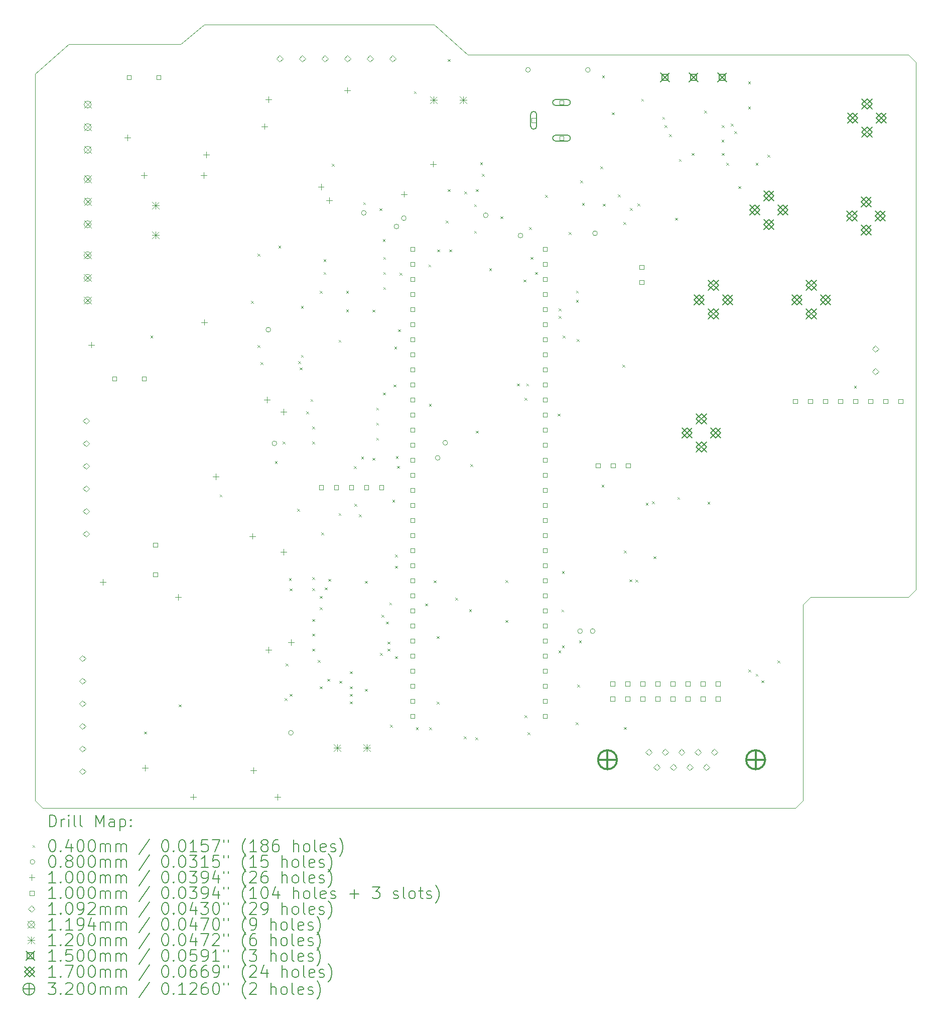
<source format=gbr>
%TF.GenerationSoftware,KiCad,Pcbnew,7.0.1*%
%TF.CreationDate,2023-04-10T20:01:37-05:00*%
%TF.ProjectId,Esquema_CBX_Rex,45737175-656d-4615-9f43-42585f526578,rev?*%
%TF.SameCoordinates,Original*%
%TF.FileFunction,Drillmap*%
%TF.FilePolarity,Positive*%
%FSLAX45Y45*%
G04 Gerber Fmt 4.5, Leading zero omitted, Abs format (unit mm)*
G04 Created by KiCad (PCBNEW 7.0.1) date 2023-04-10 20:01:37*
%MOMM*%
%LPD*%
G01*
G04 APERTURE LIST*
%ADD10C,0.050000*%
%ADD11C,0.200000*%
%ADD12C,0.040000*%
%ADD13C,0.080000*%
%ADD14C,0.100000*%
%ADD15C,0.109220*%
%ADD16C,0.119380*%
%ADD17C,0.120000*%
%ADD18C,0.150000*%
%ADD19C,0.170000*%
%ADD20C,0.320040*%
G04 APERTURE END LIST*
D10*
X20574000Y-12319000D02*
X18923000Y-12319000D01*
X18669000Y-15875000D02*
X18796000Y-15748000D01*
X5969000Y-15875000D02*
X18669000Y-15875000D01*
X6413500Y-3000000D02*
X5842000Y-3500000D01*
X8300000Y-3000000D02*
X8699500Y-2667000D01*
X18796000Y-15748000D02*
X18796000Y-12446000D01*
X12573000Y-2667000D02*
X13144500Y-3175000D01*
X5842000Y-15748000D02*
X5969000Y-15875000D01*
X8826500Y-2667000D02*
X8699500Y-2667000D01*
X13144500Y-3175000D02*
X20574000Y-3175000D01*
X20701000Y-12192000D02*
X20701000Y-3302000D01*
X5842000Y-3500000D02*
X5842000Y-4445000D01*
X6985000Y-3000000D02*
X8300000Y-3000000D01*
X6985000Y-3000000D02*
X6413500Y-3000000D01*
X20701000Y-12192000D02*
X20574000Y-12319000D01*
X10287000Y-2667000D02*
X8826500Y-2667000D01*
X20574000Y-3175000D02*
X20701000Y-3302000D01*
X10287000Y-2667000D02*
X12573000Y-2667000D01*
X18923000Y-12319000D02*
X18796000Y-12446000D01*
X5842000Y-4445000D02*
X5842000Y-15748000D01*
D11*
D12*
X7685000Y-14585000D02*
X7725000Y-14625000D01*
X7725000Y-14585000D02*
X7685000Y-14625000D01*
X7790000Y-7910000D02*
X7830000Y-7950000D01*
X7830000Y-7910000D02*
X7790000Y-7950000D01*
X8270000Y-14126550D02*
X8310000Y-14166550D01*
X8310000Y-14126550D02*
X8270000Y-14166550D01*
X8957283Y-10589210D02*
X8997283Y-10629210D01*
X8997283Y-10589210D02*
X8957283Y-10629210D01*
X9490000Y-7325000D02*
X9530000Y-7365000D01*
X9530000Y-7325000D02*
X9490000Y-7365000D01*
X9600000Y-6530000D02*
X9640000Y-6570000D01*
X9640000Y-6530000D02*
X9600000Y-6570000D01*
X9600000Y-8070000D02*
X9640000Y-8110000D01*
X9640000Y-8070000D02*
X9600000Y-8110000D01*
X9647450Y-8360000D02*
X9687450Y-8400000D01*
X9687450Y-8360000D02*
X9647450Y-8400000D01*
X9889950Y-10025700D02*
X9929950Y-10065700D01*
X9929950Y-10025700D02*
X9889950Y-10065700D01*
X9949500Y-6393500D02*
X9989500Y-6433500D01*
X9989500Y-6393500D02*
X9949500Y-6433500D01*
X10022450Y-9695500D02*
X10062450Y-9735500D01*
X10062450Y-9695500D02*
X10022450Y-9735500D01*
X10055000Y-14022450D02*
X10095000Y-14062450D01*
X10095000Y-14022450D02*
X10055000Y-14062450D01*
X10070772Y-13439645D02*
X10110772Y-13479645D01*
X10110772Y-13439645D02*
X10070772Y-13479645D01*
X10125754Y-11995746D02*
X10165754Y-12035746D01*
X10165754Y-11995746D02*
X10125754Y-12035746D01*
X10140000Y-12172000D02*
X10180000Y-12212000D01*
X10180000Y-12172000D02*
X10140000Y-12212000D01*
X10140000Y-13950000D02*
X10180000Y-13990000D01*
X10180000Y-13950000D02*
X10140000Y-13990000D01*
X10267000Y-10830000D02*
X10307000Y-10870000D01*
X10307000Y-10830000D02*
X10267000Y-10870000D01*
X10280000Y-8340000D02*
X10320000Y-8380000D01*
X10320000Y-8340000D02*
X10280000Y-8380000D01*
X10308750Y-8446210D02*
X10348750Y-8486210D01*
X10348750Y-8446210D02*
X10308750Y-8486210D01*
X10330500Y-7409500D02*
X10370500Y-7449500D01*
X10370500Y-7409500D02*
X10330500Y-7449500D01*
X10330500Y-8235000D02*
X10370500Y-8275000D01*
X10370500Y-8235000D02*
X10330500Y-8275000D01*
X10420000Y-9187500D02*
X10460000Y-9227500D01*
X10460000Y-9187500D02*
X10420000Y-9227500D01*
X10490000Y-8980000D02*
X10530000Y-9020000D01*
X10530000Y-8980000D02*
X10490000Y-9020000D01*
X10520000Y-12170000D02*
X10560000Y-12210000D01*
X10560000Y-12170000D02*
X10520000Y-12210000D01*
X10521000Y-9441500D02*
X10561000Y-9481500D01*
X10561000Y-9441500D02*
X10521000Y-9481500D01*
X10521000Y-9695500D02*
X10561000Y-9735500D01*
X10561000Y-9695500D02*
X10521000Y-9735500D01*
X10521000Y-11981500D02*
X10561000Y-12021500D01*
X10561000Y-11981500D02*
X10521000Y-12021500D01*
X10521000Y-12688950D02*
X10561000Y-12728950D01*
X10561000Y-12688950D02*
X10521000Y-12728950D01*
X10521000Y-12934000D02*
X10561000Y-12974000D01*
X10561000Y-12934000D02*
X10521000Y-12974000D01*
X10521000Y-13188000D02*
X10561000Y-13228000D01*
X10561000Y-13188000D02*
X10521000Y-13228000D01*
X10615000Y-13380000D02*
X10655000Y-13420000D01*
X10655000Y-13380000D02*
X10615000Y-13420000D01*
X10648000Y-7155500D02*
X10688000Y-7195500D01*
X10688000Y-7155500D02*
X10648000Y-7195500D01*
X10648000Y-12299000D02*
X10688000Y-12339000D01*
X10688000Y-12299000D02*
X10648000Y-12339000D01*
X10648000Y-12489500D02*
X10688000Y-12529500D01*
X10688000Y-12489500D02*
X10648000Y-12529500D01*
X10648000Y-13823000D02*
X10688000Y-13863000D01*
X10688000Y-13823000D02*
X10648000Y-13863000D01*
X10670000Y-11230000D02*
X10710000Y-11270000D01*
X10710000Y-11230000D02*
X10670000Y-11270000D01*
X10710000Y-6620000D02*
X10750000Y-6660000D01*
X10750000Y-6620000D02*
X10710000Y-6660000D01*
X10711500Y-6838000D02*
X10751500Y-6878000D01*
X10751500Y-6838000D02*
X10711500Y-6878000D01*
X10730000Y-12154099D02*
X10770000Y-12194099D01*
X10770000Y-12154099D02*
X10730000Y-12194099D01*
X10775000Y-13696000D02*
X10815000Y-13736000D01*
X10815000Y-13696000D02*
X10775000Y-13736000D01*
X10790000Y-12010000D02*
X10830000Y-12050000D01*
X10830000Y-12010000D02*
X10790000Y-12050000D01*
X10850000Y-5015000D02*
X10890000Y-5055000D01*
X10890000Y-5015000D02*
X10850000Y-5055000D01*
X10965500Y-7981000D02*
X11005500Y-8021000D01*
X11005500Y-7981000D02*
X10965500Y-8021000D01*
X10965500Y-10902000D02*
X11005500Y-10942000D01*
X11005500Y-10902000D02*
X10965500Y-10942000D01*
X10980000Y-13730000D02*
X11020000Y-13770000D01*
X11020000Y-13730000D02*
X10980000Y-13770000D01*
X11092500Y-7155500D02*
X11132500Y-7195500D01*
X11132500Y-7155500D02*
X11092500Y-7195500D01*
X11092500Y-7471050D02*
X11132500Y-7511050D01*
X11132500Y-7471050D02*
X11092500Y-7511050D01*
X11156000Y-13569000D02*
X11196000Y-13609000D01*
X11196000Y-13569000D02*
X11156000Y-13609000D01*
X11156000Y-13823000D02*
X11196000Y-13863000D01*
X11196000Y-13823000D02*
X11156000Y-13863000D01*
X11156000Y-13950000D02*
X11196000Y-13990000D01*
X11196000Y-13950000D02*
X11156000Y-13990000D01*
X11156000Y-14077000D02*
X11196000Y-14117000D01*
X11196000Y-14077000D02*
X11156000Y-14117000D01*
X11225000Y-10107550D02*
X11265000Y-10147550D01*
X11265000Y-10107550D02*
X11225000Y-10147550D01*
X11232450Y-10745323D02*
X11272450Y-10785323D01*
X11272450Y-10745323D02*
X11232450Y-10785323D01*
X11305000Y-10925000D02*
X11345000Y-10965000D01*
X11345000Y-10925000D02*
X11305000Y-10965000D01*
X11346500Y-9949500D02*
X11386500Y-9989500D01*
X11386500Y-9949500D02*
X11346500Y-9989500D01*
X11380000Y-5660000D02*
X11420000Y-5700000D01*
X11420000Y-5660000D02*
X11380000Y-5700000D01*
X11410000Y-12045000D02*
X11450000Y-12085000D01*
X11450000Y-12045000D02*
X11410000Y-12085000D01*
X11410000Y-13865000D02*
X11450000Y-13905000D01*
X11450000Y-13865000D02*
X11410000Y-13905000D01*
X11537000Y-7473000D02*
X11577000Y-7513000D01*
X11577000Y-7473000D02*
X11537000Y-7513000D01*
X11537000Y-9971150D02*
X11577000Y-10011150D01*
X11577000Y-9971150D02*
X11537000Y-10011150D01*
X11600500Y-9124000D02*
X11640500Y-9164000D01*
X11640500Y-9124000D02*
X11600500Y-9164000D01*
X11600500Y-9378000D02*
X11640500Y-9418000D01*
X11640500Y-9378000D02*
X11600500Y-9418000D01*
X11600500Y-9632000D02*
X11640500Y-9672000D01*
X11640500Y-9632000D02*
X11600500Y-9672000D01*
X11653796Y-5761794D02*
X11693796Y-5801794D01*
X11693796Y-5761794D02*
X11653796Y-5801794D01*
X11664000Y-13260450D02*
X11704000Y-13300450D01*
X11704000Y-13260450D02*
X11664000Y-13300450D01*
X11689400Y-12616500D02*
X11729400Y-12656500D01*
X11729400Y-12616500D02*
X11689400Y-12656500D01*
X11710000Y-6280000D02*
X11750000Y-6320000D01*
X11750000Y-6280000D02*
X11710000Y-6320000D01*
X11713489Y-8870215D02*
X11753489Y-8910215D01*
X11753489Y-8870215D02*
X11713489Y-8910215D01*
X11718550Y-6584000D02*
X11758550Y-6624000D01*
X11758550Y-6584000D02*
X11718550Y-6624000D01*
X11718550Y-6838000D02*
X11758550Y-6878000D01*
X11758550Y-6838000D02*
X11718550Y-6878000D01*
X11718550Y-7092000D02*
X11758550Y-7132000D01*
X11758550Y-7092000D02*
X11718550Y-7132000D01*
X11761850Y-12730800D02*
X11801850Y-12770800D01*
X11801850Y-12730800D02*
X11761850Y-12770800D01*
X11791000Y-13069950D02*
X11831000Y-13109950D01*
X11831000Y-13069950D02*
X11791000Y-13109950D01*
X11791000Y-13188000D02*
X11831000Y-13228000D01*
X11831000Y-13188000D02*
X11791000Y-13228000D01*
X11819489Y-12409099D02*
X11859489Y-12449099D01*
X11859489Y-12409099D02*
X11819489Y-12449099D01*
X11830000Y-14470000D02*
X11870000Y-14510000D01*
X11870000Y-14470000D02*
X11830000Y-14510000D01*
X11870000Y-10674683D02*
X11910000Y-10714683D01*
X11910000Y-10674683D02*
X11870000Y-10714683D01*
X11890000Y-8735000D02*
X11930000Y-8775000D01*
X11930000Y-8735000D02*
X11890000Y-8775000D01*
X11905300Y-8095300D02*
X11945300Y-8135300D01*
X11945300Y-8095300D02*
X11905300Y-8135300D01*
X11918000Y-11600500D02*
X11958000Y-11640500D01*
X11958000Y-11600500D02*
X11918000Y-11640500D01*
X11918000Y-11791000D02*
X11958000Y-11831000D01*
X11958000Y-11791000D02*
X11918000Y-11831000D01*
X11918000Y-13315000D02*
X11958000Y-13355000D01*
X11958000Y-13315000D02*
X11918000Y-13355000D01*
X11930000Y-9940000D02*
X11970000Y-9980000D01*
X11970000Y-9940000D02*
X11930000Y-9980000D01*
X11950000Y-10105000D02*
X11990000Y-10145000D01*
X11990000Y-10105000D02*
X11950000Y-10145000D01*
X11968800Y-7803200D02*
X12008800Y-7843200D01*
X12008800Y-7803200D02*
X11968800Y-7843200D01*
X11991307Y-6847807D02*
X12031307Y-6887807D01*
X12031307Y-6847807D02*
X11991307Y-6887807D01*
X12235500Y-3790000D02*
X12275500Y-3830000D01*
X12275500Y-3790000D02*
X12235500Y-3830000D01*
X12268770Y-14512551D02*
X12308770Y-14552551D01*
X12308770Y-14512551D02*
X12268770Y-14552551D01*
X12426000Y-12426000D02*
X12466000Y-12466000D01*
X12466000Y-12426000D02*
X12426000Y-12466000D01*
X12480550Y-6711000D02*
X12520550Y-6751000D01*
X12520550Y-6711000D02*
X12480550Y-6751000D01*
X12489500Y-9060500D02*
X12529500Y-9100500D01*
X12529500Y-9060500D02*
X12489500Y-9100500D01*
X12489909Y-14512551D02*
X12529909Y-14552551D01*
X12529909Y-14512551D02*
X12489909Y-14552551D01*
X12570238Y-12035444D02*
X12610238Y-12075444D01*
X12610238Y-12035444D02*
X12570238Y-12075444D01*
X12620000Y-12975000D02*
X12660000Y-13015000D01*
X12660000Y-12975000D02*
X12620000Y-13015000D01*
X12620000Y-14080000D02*
X12660000Y-14120000D01*
X12660000Y-14080000D02*
X12620000Y-14120000D01*
X12629200Y-6457000D02*
X12669200Y-6497000D01*
X12669200Y-6457000D02*
X12629200Y-6497000D01*
X12770000Y-5970000D02*
X12810000Y-6010000D01*
X12810000Y-5970000D02*
X12770000Y-6010000D01*
X12807000Y-3247650D02*
X12847000Y-3287650D01*
X12847000Y-3247650D02*
X12807000Y-3287650D01*
X12807000Y-5441000D02*
X12847000Y-5481000D01*
X12847000Y-5441000D02*
X12807000Y-5481000D01*
X12832400Y-6457000D02*
X12872400Y-6497000D01*
X12872400Y-6457000D02*
X12832400Y-6497000D01*
X12934000Y-12330000D02*
X12974000Y-12370000D01*
X12974000Y-12330000D02*
X12934000Y-12370000D01*
X13080000Y-14662450D02*
X13120000Y-14702450D01*
X13120000Y-14662450D02*
X13080000Y-14702450D01*
X13086400Y-5480000D02*
X13126400Y-5520000D01*
X13126400Y-5480000D02*
X13086400Y-5520000D01*
X13165000Y-12520000D02*
X13205000Y-12560000D01*
X13205000Y-12520000D02*
X13165000Y-12560000D01*
X13188000Y-10076500D02*
X13228000Y-10116500D01*
X13228000Y-10076500D02*
X13188000Y-10116500D01*
X13251500Y-5695000D02*
X13291500Y-5735000D01*
X13291500Y-5695000D02*
X13251500Y-5735000D01*
X13251500Y-6142450D02*
X13291500Y-6182450D01*
X13291500Y-6142450D02*
X13251500Y-6182450D01*
X13270000Y-14680000D02*
X13310000Y-14720000D01*
X13310000Y-14680000D02*
X13270000Y-14720000D01*
X13280000Y-5441000D02*
X13320000Y-5481000D01*
X13320000Y-5441000D02*
X13280000Y-5481000D01*
X13282730Y-9512730D02*
X13322730Y-9552730D01*
X13322730Y-9512730D02*
X13282730Y-9552730D01*
X13352450Y-4990000D02*
X13392450Y-5030000D01*
X13392450Y-4990000D02*
X13352450Y-5030000D01*
X13380000Y-5180000D02*
X13420000Y-5220000D01*
X13420000Y-5180000D02*
X13380000Y-5220000D01*
X13505500Y-6774500D02*
X13545500Y-6814500D01*
X13545500Y-6774500D02*
X13505500Y-6814500D01*
X13697065Y-5897135D02*
X13737065Y-5937135D01*
X13737065Y-5897135D02*
X13697065Y-5937135D01*
X13780000Y-12030000D02*
X13820000Y-12070000D01*
X13820000Y-12030000D02*
X13780000Y-12070000D01*
X13780000Y-12705000D02*
X13820000Y-12745000D01*
X13820000Y-12705000D02*
X13780000Y-12745000D01*
X13975400Y-8717600D02*
X14015400Y-8757600D01*
X14015400Y-8717600D02*
X13975400Y-8757600D01*
X14085950Y-6965000D02*
X14125950Y-7005000D01*
X14125950Y-6965000D02*
X14085950Y-7005000D01*
X14100000Y-8960000D02*
X14140000Y-9000000D01*
X14140000Y-8960000D02*
X14100000Y-9000000D01*
X14100000Y-14310000D02*
X14140000Y-14350000D01*
X14140000Y-14310000D02*
X14100000Y-14350000D01*
X14131550Y-8717600D02*
X14171550Y-8757600D01*
X14171550Y-8717600D02*
X14131550Y-8757600D01*
X14153200Y-14597700D02*
X14193200Y-14637700D01*
X14193200Y-14597700D02*
X14153200Y-14637700D01*
X14180000Y-6080000D02*
X14220000Y-6120000D01*
X14220000Y-6080000D02*
X14180000Y-6120000D01*
X14204000Y-6584000D02*
X14244000Y-6624000D01*
X14244000Y-6584000D02*
X14204000Y-6624000D01*
X14276450Y-6838000D02*
X14316450Y-6878000D01*
X14316450Y-6838000D02*
X14276450Y-6878000D01*
X14450000Y-5540000D02*
X14490000Y-5580000D01*
X14490000Y-5540000D02*
X14450000Y-5580000D01*
X14657450Y-9225600D02*
X14697450Y-9265600D01*
X14697450Y-9225600D02*
X14657450Y-9265600D01*
X14673900Y-13215183D02*
X14713900Y-13255183D01*
X14713900Y-13215183D02*
X14673900Y-13255183D01*
X14677550Y-7450000D02*
X14717550Y-7490000D01*
X14717550Y-7450000D02*
X14677550Y-7490000D01*
X14680000Y-7580000D02*
X14720000Y-7620000D01*
X14720000Y-7580000D02*
X14680000Y-7620000D01*
X14724700Y-12527600D02*
X14764700Y-12567600D01*
X14764700Y-12527600D02*
X14724700Y-12567600D01*
X14731230Y-11881230D02*
X14771230Y-11921230D01*
X14771230Y-11881230D02*
X14731230Y-11921230D01*
X14731231Y-13130000D02*
X14771231Y-13170000D01*
X14771231Y-13130000D02*
X14731231Y-13170000D01*
X14747550Y-7910000D02*
X14787550Y-7950000D01*
X14787550Y-7910000D02*
X14747550Y-7950000D01*
X14847450Y-6163690D02*
X14887450Y-6203690D01*
X14887450Y-6163690D02*
X14847450Y-6203690D01*
X14962652Y-14430323D02*
X15002652Y-14470323D01*
X15002652Y-14430323D02*
X14962652Y-14470323D01*
X14970000Y-7150000D02*
X15010000Y-7190000D01*
X15010000Y-7150000D02*
X14970000Y-7190000D01*
X14970000Y-7310000D02*
X15010000Y-7350000D01*
X15010000Y-7310000D02*
X14970000Y-7350000D01*
X14982646Y-7970000D02*
X15022646Y-8010000D01*
X15022646Y-7970000D02*
X14982646Y-8010000D01*
X14987650Y-13790000D02*
X15027650Y-13830000D01*
X15027650Y-13790000D02*
X14987650Y-13830000D01*
X15020000Y-13050000D02*
X15060000Y-13090000D01*
X15060000Y-13050000D02*
X15020000Y-13090000D01*
X15039900Y-5295000D02*
X15079900Y-5335000D01*
X15079900Y-5295000D02*
X15039900Y-5335000D01*
X15070000Y-5675000D02*
X15110000Y-5715000D01*
X15110000Y-5675000D02*
X15070000Y-5715000D01*
X15378350Y-5056150D02*
X15418350Y-5096150D01*
X15418350Y-5056150D02*
X15378350Y-5096150D01*
X15402020Y-10425650D02*
X15442020Y-10465650D01*
X15442020Y-10425650D02*
X15402020Y-10465650D01*
X15410500Y-3523300D02*
X15450500Y-3563300D01*
X15450500Y-3523300D02*
X15410500Y-3563300D01*
X15423200Y-5686650D02*
X15463200Y-5726650D01*
X15463200Y-5686650D02*
X15423200Y-5726650D01*
X15575600Y-4145600D02*
X15615600Y-4185600D01*
X15615600Y-4145600D02*
X15575600Y-4185600D01*
X15678025Y-5530000D02*
X15718025Y-5570000D01*
X15718025Y-5530000D02*
X15678025Y-5570000D01*
X15750000Y-8400000D02*
X15790000Y-8440000D01*
X15790000Y-8400000D02*
X15750000Y-8440000D01*
X15766900Y-5992350D02*
X15806900Y-6032350D01*
X15806900Y-5992350D02*
X15766900Y-6032350D01*
X15778800Y-14507550D02*
X15818800Y-14547550D01*
X15818800Y-14507550D02*
X15778800Y-14547550D01*
X15780000Y-11530000D02*
X15820000Y-11570000D01*
X15820000Y-11530000D02*
X15780000Y-11570000D01*
X15871450Y-12019600D02*
X15911450Y-12059600D01*
X15911450Y-12019600D02*
X15871450Y-12059600D01*
X15880400Y-5758500D02*
X15920400Y-5798500D01*
X15920400Y-5758500D02*
X15880400Y-5798500D01*
X15971390Y-12021039D02*
X16011390Y-12061039D01*
X16011390Y-12021039D02*
X15971390Y-12061039D01*
X16006970Y-5681870D02*
X16046970Y-5721870D01*
X16046970Y-5681870D02*
X16006970Y-5721870D01*
X16070900Y-3917000D02*
X16110900Y-3957000D01*
X16110900Y-3917000D02*
X16070900Y-3957000D01*
X16145450Y-10730000D02*
X16185450Y-10770000D01*
X16185450Y-10730000D02*
X16145450Y-10770000D01*
X16255000Y-10705000D02*
X16295000Y-10745000D01*
X16295000Y-10705000D02*
X16255000Y-10745000D01*
X16280000Y-11630000D02*
X16320000Y-11670000D01*
X16320000Y-11630000D02*
X16280000Y-11670000D01*
X16426500Y-4221800D02*
X16466500Y-4261800D01*
X16466500Y-4221800D02*
X16426500Y-4261800D01*
X16464600Y-4361500D02*
X16504600Y-4401500D01*
X16504600Y-4361500D02*
X16464600Y-4401500D01*
X16540800Y-4513900D02*
X16580800Y-4553900D01*
X16580800Y-4513900D02*
X16540800Y-4553900D01*
X16642400Y-5923600D02*
X16682400Y-5963600D01*
X16682400Y-5923600D02*
X16642400Y-5963600D01*
X16680000Y-10630000D02*
X16720000Y-10670000D01*
X16720000Y-10630000D02*
X16680000Y-10670000D01*
X16705900Y-4933000D02*
X16745900Y-4973000D01*
X16745900Y-4933000D02*
X16705900Y-4973000D01*
X16921800Y-4831400D02*
X16961800Y-4871400D01*
X16961800Y-4831400D02*
X16921800Y-4871400D01*
X17135000Y-4116450D02*
X17175000Y-4156450D01*
X17175000Y-4116450D02*
X17135000Y-4156450D01*
X17188500Y-10711500D02*
X17228500Y-10751500D01*
X17228500Y-10711500D02*
X17188500Y-10751500D01*
X17423450Y-4609150D02*
X17463450Y-4649150D01*
X17463450Y-4609150D02*
X17423450Y-4649150D01*
X17429800Y-4361500D02*
X17469800Y-4401500D01*
X17469800Y-4361500D02*
X17429800Y-4401500D01*
X17429800Y-4831400D02*
X17469800Y-4871400D01*
X17469800Y-4831400D02*
X17429800Y-4871400D01*
X17506000Y-4996500D02*
X17546000Y-5036500D01*
X17546000Y-4996500D02*
X17506000Y-5036500D01*
X17578450Y-4336100D02*
X17618450Y-4376100D01*
X17618450Y-4336100D02*
X17578450Y-4376100D01*
X17642174Y-4463221D02*
X17682174Y-4503221D01*
X17682174Y-4463221D02*
X17642174Y-4503221D01*
X17709200Y-5390200D02*
X17749200Y-5430200D01*
X17749200Y-5390200D02*
X17709200Y-5430200D01*
X17874300Y-3624900D02*
X17914300Y-3664900D01*
X17914300Y-3624900D02*
X17874300Y-3664900D01*
X17874300Y-4047750D02*
X17914300Y-4087750D01*
X17914300Y-4047750D02*
X17874300Y-4087750D01*
X17880000Y-13540000D02*
X17920000Y-13580000D01*
X17920000Y-13540000D02*
X17880000Y-13580000D01*
X18000000Y-13610000D02*
X18040000Y-13650000D01*
X18040000Y-13610000D02*
X18000000Y-13650000D01*
X18001300Y-4996500D02*
X18041300Y-5036500D01*
X18041300Y-4996500D02*
X18001300Y-5036500D01*
X18100050Y-13720000D02*
X18140050Y-13760000D01*
X18140050Y-13720000D02*
X18100050Y-13760000D01*
X18198150Y-4863150D02*
X18238150Y-4903150D01*
X18238150Y-4863150D02*
X18198150Y-4903150D01*
X18370000Y-13385098D02*
X18410000Y-13425098D01*
X18410000Y-13385098D02*
X18370000Y-13425098D01*
X19660000Y-8752450D02*
X19700000Y-8792450D01*
X19700000Y-8752450D02*
X19660000Y-8792450D01*
D13*
X9819000Y-7810500D02*
G75*
G03*
X9819000Y-7810500I-40000J0D01*
G01*
X9921190Y-9725412D02*
G75*
G03*
X9921190Y-9725412I-40000J0D01*
G01*
X10200000Y-14605000D02*
G75*
G03*
X10200000Y-14605000I-40000J0D01*
G01*
X11430000Y-5840000D02*
G75*
G03*
X11430000Y-5840000I-40000J0D01*
G01*
X11980000Y-6070000D02*
G75*
G03*
X11980000Y-6070000I-40000J0D01*
G01*
X12105000Y-5929500D02*
G75*
G03*
X12105000Y-5929500I-40000J0D01*
G01*
X12676500Y-9970182D02*
G75*
G03*
X12676500Y-9970182I-40000J0D01*
G01*
X12803500Y-9715500D02*
G75*
G03*
X12803500Y-9715500I-40000J0D01*
G01*
X13486688Y-5880000D02*
G75*
G03*
X13486688Y-5880000I-40000J0D01*
G01*
X14073500Y-6223000D02*
G75*
G03*
X14073500Y-6223000I-40000J0D01*
G01*
X14200500Y-3429000D02*
G75*
G03*
X14200500Y-3429000I-40000J0D01*
G01*
X15077951Y-12891651D02*
G75*
G03*
X15077951Y-12891651I-40000J0D01*
G01*
X15210000Y-3430000D02*
G75*
G03*
X15210000Y-3430000I-40000J0D01*
G01*
X15290000Y-12890500D02*
G75*
G03*
X15290000Y-12890500I-40000J0D01*
G01*
X15330800Y-6184900D02*
G75*
G03*
X15330800Y-6184900I-40000J0D01*
G01*
D14*
X6794500Y-8014500D02*
X6794500Y-8114500D01*
X6744500Y-8064500D02*
X6844500Y-8064500D01*
X6985000Y-12015000D02*
X6985000Y-12115000D01*
X6935000Y-12065000D02*
X7035000Y-12065000D01*
X7400000Y-4520000D02*
X7400000Y-4620000D01*
X7350000Y-4570000D02*
X7450000Y-4570000D01*
X7683500Y-5157000D02*
X7683500Y-5257000D01*
X7633500Y-5207000D02*
X7733500Y-5207000D01*
X7700000Y-15150000D02*
X7700000Y-15250000D01*
X7650000Y-15200000D02*
X7750000Y-15200000D01*
X8255000Y-12269000D02*
X8255000Y-12369000D01*
X8205000Y-12319000D02*
X8305000Y-12319000D01*
X8509000Y-15634500D02*
X8509000Y-15734500D01*
X8459000Y-15684500D02*
X8559000Y-15684500D01*
X8686800Y-5157000D02*
X8686800Y-5257000D01*
X8636800Y-5207000D02*
X8736800Y-5207000D01*
X8699500Y-7633500D02*
X8699500Y-7733500D01*
X8649500Y-7683500D02*
X8749500Y-7683500D01*
X8734000Y-4810500D02*
X8734000Y-4910500D01*
X8684000Y-4860500D02*
X8784000Y-4860500D01*
X8890000Y-10237000D02*
X8890000Y-10337000D01*
X8840000Y-10287000D02*
X8940000Y-10287000D01*
X9510000Y-11240000D02*
X9510000Y-11340000D01*
X9460000Y-11290000D02*
X9560000Y-11290000D01*
X9525000Y-15190000D02*
X9525000Y-15290000D01*
X9475000Y-15240000D02*
X9575000Y-15240000D01*
X9715500Y-4331500D02*
X9715500Y-4431500D01*
X9665500Y-4381500D02*
X9765500Y-4381500D01*
X9753600Y-8941600D02*
X9753600Y-9041600D01*
X9703600Y-8991600D02*
X9803600Y-8991600D01*
X9779000Y-3876596D02*
X9779000Y-3976596D01*
X9729000Y-3926596D02*
X9829000Y-3926596D01*
X9779000Y-13158000D02*
X9779000Y-13258000D01*
X9729000Y-13208000D02*
X9829000Y-13208000D01*
X9935000Y-15635000D02*
X9935000Y-15735000D01*
X9885000Y-15685000D02*
X9985000Y-15685000D01*
X10033000Y-9144800D02*
X10033000Y-9244800D01*
X9983000Y-9194800D02*
X10083000Y-9194800D01*
X10033000Y-11507000D02*
X10033000Y-11607000D01*
X9983000Y-11557000D02*
X10083000Y-11557000D01*
X10160000Y-13031000D02*
X10160000Y-13131000D01*
X10110000Y-13081000D02*
X10210000Y-13081000D01*
X10667450Y-5350000D02*
X10667450Y-5450000D01*
X10617450Y-5400000D02*
X10717450Y-5400000D01*
X10810000Y-5580000D02*
X10810000Y-5680000D01*
X10760000Y-5630000D02*
X10860000Y-5630000D01*
X11112500Y-3721900D02*
X11112500Y-3821900D01*
X11062500Y-3771900D02*
X11162500Y-3771900D01*
X12065000Y-5474500D02*
X12065000Y-5574500D01*
X12015000Y-5524500D02*
X12115000Y-5524500D01*
X12560000Y-4966500D02*
X12560000Y-5066500D01*
X12510000Y-5016500D02*
X12610000Y-5016500D01*
X7218856Y-8671356D02*
X7218856Y-8600644D01*
X7148144Y-8600644D01*
X7148144Y-8671356D01*
X7218856Y-8671356D01*
X7464856Y-3591356D02*
X7464856Y-3520644D01*
X7394144Y-3520644D01*
X7394144Y-3591356D01*
X7464856Y-3591356D01*
X7718856Y-8671356D02*
X7718856Y-8600644D01*
X7648144Y-8600644D01*
X7648144Y-8671356D01*
X7718856Y-8671356D01*
X7909356Y-11473356D02*
X7909356Y-11402644D01*
X7838644Y-11402644D01*
X7838644Y-11473356D01*
X7909356Y-11473356D01*
X7909356Y-11973356D02*
X7909356Y-11902644D01*
X7838644Y-11902644D01*
X7838644Y-11973356D01*
X7909356Y-11973356D01*
X7964856Y-3591356D02*
X7964856Y-3520644D01*
X7894144Y-3520644D01*
X7894144Y-3591356D01*
X7964856Y-3591356D01*
X10707856Y-10505356D02*
X10707856Y-10434644D01*
X10637144Y-10434644D01*
X10637144Y-10505356D01*
X10707856Y-10505356D01*
X10961856Y-10505356D02*
X10961856Y-10434644D01*
X10891144Y-10434644D01*
X10891144Y-10505356D01*
X10961856Y-10505356D01*
X11215856Y-10505356D02*
X11215856Y-10434644D01*
X11145144Y-10434644D01*
X11145144Y-10505356D01*
X11215856Y-10505356D01*
X11469856Y-10505356D02*
X11469856Y-10434644D01*
X11399144Y-10434644D01*
X11399144Y-10505356D01*
X11469856Y-10505356D01*
X11723856Y-10505356D02*
X11723856Y-10434644D01*
X11653144Y-10434644D01*
X11653144Y-10505356D01*
X11723856Y-10505356D01*
X12247993Y-6484488D02*
X12247993Y-6413777D01*
X12177282Y-6413777D01*
X12177282Y-6484488D01*
X12247993Y-6484488D01*
X12247993Y-6738488D02*
X12247993Y-6667777D01*
X12177282Y-6667777D01*
X12177282Y-6738488D01*
X12247993Y-6738488D01*
X12247993Y-6992488D02*
X12247993Y-6921777D01*
X12177282Y-6921777D01*
X12177282Y-6992488D01*
X12247993Y-6992488D01*
X12247993Y-7246488D02*
X12247993Y-7175777D01*
X12177282Y-7175777D01*
X12177282Y-7246488D01*
X12247993Y-7246488D01*
X12247993Y-7500488D02*
X12247993Y-7429777D01*
X12177282Y-7429777D01*
X12177282Y-7500488D01*
X12247993Y-7500488D01*
X12247993Y-7754488D02*
X12247993Y-7683777D01*
X12177282Y-7683777D01*
X12177282Y-7754488D01*
X12247993Y-7754488D01*
X12247993Y-8008488D02*
X12247993Y-7937777D01*
X12177282Y-7937777D01*
X12177282Y-8008488D01*
X12247993Y-8008488D01*
X12247993Y-8262488D02*
X12247993Y-8191777D01*
X12177282Y-8191777D01*
X12177282Y-8262488D01*
X12247993Y-8262488D01*
X12247993Y-8516488D02*
X12247993Y-8445777D01*
X12177282Y-8445777D01*
X12177282Y-8516488D01*
X12247993Y-8516488D01*
X12247993Y-8770488D02*
X12247993Y-8699777D01*
X12177282Y-8699777D01*
X12177282Y-8770488D01*
X12247993Y-8770488D01*
X12247993Y-9024488D02*
X12247993Y-8953777D01*
X12177282Y-8953777D01*
X12177282Y-9024488D01*
X12247993Y-9024488D01*
X12247993Y-9278488D02*
X12247993Y-9207777D01*
X12177282Y-9207777D01*
X12177282Y-9278488D01*
X12247993Y-9278488D01*
X12247993Y-9532488D02*
X12247993Y-9461777D01*
X12177282Y-9461777D01*
X12177282Y-9532488D01*
X12247993Y-9532488D01*
X12247993Y-9786488D02*
X12247993Y-9715777D01*
X12177282Y-9715777D01*
X12177282Y-9786488D01*
X12247993Y-9786488D01*
X12247993Y-10040488D02*
X12247993Y-9969777D01*
X12177282Y-9969777D01*
X12177282Y-10040488D01*
X12247993Y-10040488D01*
X12247993Y-10294488D02*
X12247993Y-10223777D01*
X12177282Y-10223777D01*
X12177282Y-10294488D01*
X12247993Y-10294488D01*
X12247993Y-10548488D02*
X12247993Y-10477777D01*
X12177282Y-10477777D01*
X12177282Y-10548488D01*
X12247993Y-10548488D01*
X12247993Y-10802488D02*
X12247993Y-10731777D01*
X12177282Y-10731777D01*
X12177282Y-10802488D01*
X12247993Y-10802488D01*
X12247993Y-11056488D02*
X12247993Y-10985777D01*
X12177282Y-10985777D01*
X12177282Y-11056488D01*
X12247993Y-11056488D01*
X12247993Y-11310488D02*
X12247993Y-11239777D01*
X12177282Y-11239777D01*
X12177282Y-11310488D01*
X12247993Y-11310488D01*
X12247993Y-11564488D02*
X12247993Y-11493777D01*
X12177282Y-11493777D01*
X12177282Y-11564488D01*
X12247993Y-11564488D01*
X12247993Y-11818488D02*
X12247993Y-11747777D01*
X12177282Y-11747777D01*
X12177282Y-11818488D01*
X12247993Y-11818488D01*
X12247993Y-12072488D02*
X12247993Y-12001777D01*
X12177282Y-12001777D01*
X12177282Y-12072488D01*
X12247993Y-12072488D01*
X12247993Y-12326488D02*
X12247993Y-12255777D01*
X12177282Y-12255777D01*
X12177282Y-12326488D01*
X12247993Y-12326488D01*
X12247993Y-12580488D02*
X12247993Y-12509777D01*
X12177282Y-12509777D01*
X12177282Y-12580488D01*
X12247993Y-12580488D01*
X12247993Y-12834488D02*
X12247993Y-12763777D01*
X12177282Y-12763777D01*
X12177282Y-12834488D01*
X12247993Y-12834488D01*
X12247993Y-13088488D02*
X12247993Y-13017777D01*
X12177282Y-13017777D01*
X12177282Y-13088488D01*
X12247993Y-13088488D01*
X12247993Y-13342488D02*
X12247993Y-13271777D01*
X12177282Y-13271777D01*
X12177282Y-13342488D01*
X12247993Y-13342488D01*
X12247993Y-13596488D02*
X12247993Y-13525777D01*
X12177282Y-13525777D01*
X12177282Y-13596488D01*
X12247993Y-13596488D01*
X12247993Y-13850488D02*
X12247993Y-13779777D01*
X12177282Y-13779777D01*
X12177282Y-13850488D01*
X12247993Y-13850488D01*
X12247993Y-14104488D02*
X12247993Y-14033777D01*
X12177282Y-14033777D01*
X12177282Y-14104488D01*
X12247993Y-14104488D01*
X12247993Y-14358488D02*
X12247993Y-14287777D01*
X12177282Y-14287777D01*
X12177282Y-14358488D01*
X12247993Y-14358488D01*
X14291106Y-4315356D02*
X14291106Y-4244644D01*
X14220394Y-4244644D01*
X14220394Y-4315356D01*
X14291106Y-4315356D01*
D11*
X14205750Y-4180000D02*
X14205750Y-4380000D01*
X14205750Y-4380000D02*
G75*
G03*
X14305750Y-4380000I50000J0D01*
G01*
X14305750Y-4380000D02*
X14305750Y-4180000D01*
X14305750Y-4180000D02*
G75*
G03*
X14205750Y-4180000I-50000J0D01*
G01*
D14*
X14483193Y-6484988D02*
X14483193Y-6414277D01*
X14412482Y-6414277D01*
X14412482Y-6484988D01*
X14483193Y-6484988D01*
X14483193Y-6738988D02*
X14483193Y-6668277D01*
X14412482Y-6668277D01*
X14412482Y-6738988D01*
X14483193Y-6738988D01*
X14483193Y-6992988D02*
X14483193Y-6922277D01*
X14412482Y-6922277D01*
X14412482Y-6992988D01*
X14483193Y-6992988D01*
X14483193Y-7246988D02*
X14483193Y-7176277D01*
X14412482Y-7176277D01*
X14412482Y-7246988D01*
X14483193Y-7246988D01*
X14483193Y-7500988D02*
X14483193Y-7430277D01*
X14412482Y-7430277D01*
X14412482Y-7500988D01*
X14483193Y-7500988D01*
X14483193Y-7754988D02*
X14483193Y-7684277D01*
X14412482Y-7684277D01*
X14412482Y-7754988D01*
X14483193Y-7754988D01*
X14483193Y-8008988D02*
X14483193Y-7938277D01*
X14412482Y-7938277D01*
X14412482Y-8008988D01*
X14483193Y-8008988D01*
X14483193Y-8262988D02*
X14483193Y-8192277D01*
X14412482Y-8192277D01*
X14412482Y-8262988D01*
X14483193Y-8262988D01*
X14483193Y-8516988D02*
X14483193Y-8446277D01*
X14412482Y-8446277D01*
X14412482Y-8516988D01*
X14483193Y-8516988D01*
X14483193Y-8770988D02*
X14483193Y-8700277D01*
X14412482Y-8700277D01*
X14412482Y-8770988D01*
X14483193Y-8770988D01*
X14483193Y-9024988D02*
X14483193Y-8954277D01*
X14412482Y-8954277D01*
X14412482Y-9024988D01*
X14483193Y-9024988D01*
X14483193Y-9278988D02*
X14483193Y-9208277D01*
X14412482Y-9208277D01*
X14412482Y-9278988D01*
X14483193Y-9278988D01*
X14483193Y-9532988D02*
X14483193Y-9462277D01*
X14412482Y-9462277D01*
X14412482Y-9532988D01*
X14483193Y-9532988D01*
X14483193Y-9786988D02*
X14483193Y-9716277D01*
X14412482Y-9716277D01*
X14412482Y-9786988D01*
X14483193Y-9786988D01*
X14483193Y-10040988D02*
X14483193Y-9970277D01*
X14412482Y-9970277D01*
X14412482Y-10040988D01*
X14483193Y-10040988D01*
X14483193Y-10294988D02*
X14483193Y-10224277D01*
X14412482Y-10224277D01*
X14412482Y-10294988D01*
X14483193Y-10294988D01*
X14483193Y-10548988D02*
X14483193Y-10478277D01*
X14412482Y-10478277D01*
X14412482Y-10548988D01*
X14483193Y-10548988D01*
X14483193Y-10802988D02*
X14483193Y-10732277D01*
X14412482Y-10732277D01*
X14412482Y-10802988D01*
X14483193Y-10802988D01*
X14483193Y-11056988D02*
X14483193Y-10986277D01*
X14412482Y-10986277D01*
X14412482Y-11056988D01*
X14483193Y-11056988D01*
X14483193Y-11310988D02*
X14483193Y-11240277D01*
X14412482Y-11240277D01*
X14412482Y-11310988D01*
X14483193Y-11310988D01*
X14483193Y-11564988D02*
X14483193Y-11494277D01*
X14412482Y-11494277D01*
X14412482Y-11564988D01*
X14483193Y-11564988D01*
X14483193Y-11818988D02*
X14483193Y-11748277D01*
X14412482Y-11748277D01*
X14412482Y-11818988D01*
X14483193Y-11818988D01*
X14483193Y-12072988D02*
X14483193Y-12002277D01*
X14412482Y-12002277D01*
X14412482Y-12072988D01*
X14483193Y-12072988D01*
X14483193Y-12326988D02*
X14483193Y-12256277D01*
X14412482Y-12256277D01*
X14412482Y-12326988D01*
X14483193Y-12326988D01*
X14483193Y-12580988D02*
X14483193Y-12510277D01*
X14412482Y-12510277D01*
X14412482Y-12580988D01*
X14483193Y-12580988D01*
X14483193Y-12834988D02*
X14483193Y-12764277D01*
X14412482Y-12764277D01*
X14412482Y-12834988D01*
X14483193Y-12834988D01*
X14483193Y-13088988D02*
X14483193Y-13018277D01*
X14412482Y-13018277D01*
X14412482Y-13088988D01*
X14483193Y-13088988D01*
X14483193Y-13342988D02*
X14483193Y-13272277D01*
X14412482Y-13272277D01*
X14412482Y-13342988D01*
X14483193Y-13342988D01*
X14483193Y-13596988D02*
X14483193Y-13526277D01*
X14412482Y-13526277D01*
X14412482Y-13596988D01*
X14483193Y-13596988D01*
X14483193Y-13850988D02*
X14483193Y-13780277D01*
X14412482Y-13780277D01*
X14412482Y-13850988D01*
X14483193Y-13850988D01*
X14483193Y-14104988D02*
X14483193Y-14034277D01*
X14412482Y-14034277D01*
X14412482Y-14104988D01*
X14483193Y-14104988D01*
X14483193Y-14358988D02*
X14483193Y-14288277D01*
X14412482Y-14288277D01*
X14412482Y-14358988D01*
X14483193Y-14358988D01*
X14761106Y-4015356D02*
X14761106Y-3944644D01*
X14690394Y-3944644D01*
X14690394Y-4015356D01*
X14761106Y-4015356D01*
D11*
X14825750Y-3930000D02*
X14625750Y-3930000D01*
X14625750Y-3930000D02*
G75*
G03*
X14625750Y-4030000I0J-50000D01*
G01*
X14625750Y-4030000D02*
X14825750Y-4030000D01*
X14825750Y-4030000D02*
G75*
G03*
X14825750Y-3930000I0J50000D01*
G01*
D14*
X14761106Y-4615356D02*
X14761106Y-4544644D01*
X14690394Y-4544644D01*
X14690394Y-4615356D01*
X14761106Y-4615356D01*
D11*
X14825750Y-4530000D02*
X14625750Y-4530000D01*
X14625750Y-4530000D02*
G75*
G03*
X14625750Y-4630000I0J-50000D01*
G01*
X14625750Y-4630000D02*
X14825750Y-4630000D01*
X14825750Y-4630000D02*
G75*
G03*
X14825750Y-4530000I0J50000D01*
G01*
D14*
X15377356Y-10135356D02*
X15377356Y-10064644D01*
X15306644Y-10064644D01*
X15306644Y-10135356D01*
X15377356Y-10135356D01*
X15621356Y-13815356D02*
X15621356Y-13744644D01*
X15550644Y-13744644D01*
X15550644Y-13815356D01*
X15621356Y-13815356D01*
X15621356Y-14069356D02*
X15621356Y-13998644D01*
X15550644Y-13998644D01*
X15550644Y-14069356D01*
X15621356Y-14069356D01*
X15631356Y-10135356D02*
X15631356Y-10064644D01*
X15560644Y-10064644D01*
X15560644Y-10135356D01*
X15631356Y-10135356D01*
X15875356Y-13815356D02*
X15875356Y-13744644D01*
X15804644Y-13744644D01*
X15804644Y-13815356D01*
X15875356Y-13815356D01*
X15875356Y-14069356D02*
X15875356Y-13998644D01*
X15804644Y-13998644D01*
X15804644Y-14069356D01*
X15875356Y-14069356D01*
X15885356Y-10135356D02*
X15885356Y-10064644D01*
X15814644Y-10064644D01*
X15814644Y-10135356D01*
X15885356Y-10135356D01*
X16113556Y-6791256D02*
X16113556Y-6720544D01*
X16042844Y-6720544D01*
X16042844Y-6791256D01*
X16113556Y-6791256D01*
X16113556Y-7045256D02*
X16113556Y-6974544D01*
X16042844Y-6974544D01*
X16042844Y-7045256D01*
X16113556Y-7045256D01*
X16129356Y-13815356D02*
X16129356Y-13744644D01*
X16058644Y-13744644D01*
X16058644Y-13815356D01*
X16129356Y-13815356D01*
X16129356Y-14069356D02*
X16129356Y-13998644D01*
X16058644Y-13998644D01*
X16058644Y-14069356D01*
X16129356Y-14069356D01*
X16383356Y-13815356D02*
X16383356Y-13744644D01*
X16312644Y-13744644D01*
X16312644Y-13815356D01*
X16383356Y-13815356D01*
X16383356Y-14069356D02*
X16383356Y-13998644D01*
X16312644Y-13998644D01*
X16312644Y-14069356D01*
X16383356Y-14069356D01*
X16637356Y-13815356D02*
X16637356Y-13744644D01*
X16566644Y-13744644D01*
X16566644Y-13815356D01*
X16637356Y-13815356D01*
X16637356Y-14069356D02*
X16637356Y-13998644D01*
X16566644Y-13998644D01*
X16566644Y-14069356D01*
X16637356Y-14069356D01*
X16891356Y-13815356D02*
X16891356Y-13744644D01*
X16820644Y-13744644D01*
X16820644Y-13815356D01*
X16891356Y-13815356D01*
X16891356Y-14069356D02*
X16891356Y-13998644D01*
X16820644Y-13998644D01*
X16820644Y-14069356D01*
X16891356Y-14069356D01*
X17145356Y-13815356D02*
X17145356Y-13744644D01*
X17074644Y-13744644D01*
X17074644Y-13815356D01*
X17145356Y-13815356D01*
X17145356Y-14069356D02*
X17145356Y-13998644D01*
X17074644Y-13998644D01*
X17074644Y-14069356D01*
X17145356Y-14069356D01*
X17399356Y-13815356D02*
X17399356Y-13744644D01*
X17328644Y-13744644D01*
X17328644Y-13815356D01*
X17399356Y-13815356D01*
X17399356Y-14069356D02*
X17399356Y-13998644D01*
X17328644Y-13998644D01*
X17328644Y-14069356D01*
X17399356Y-14069356D01*
X18704356Y-9052356D02*
X18704356Y-8981644D01*
X18633644Y-8981644D01*
X18633644Y-9052356D01*
X18704356Y-9052356D01*
X18958356Y-9052356D02*
X18958356Y-8981644D01*
X18887644Y-8981644D01*
X18887644Y-9052356D01*
X18958356Y-9052356D01*
X19212356Y-9052356D02*
X19212356Y-8981644D01*
X19141644Y-8981644D01*
X19141644Y-9052356D01*
X19212356Y-9052356D01*
X19466356Y-9052356D02*
X19466356Y-8981644D01*
X19395644Y-8981644D01*
X19395644Y-9052356D01*
X19466356Y-9052356D01*
X19720356Y-9052356D02*
X19720356Y-8981644D01*
X19649644Y-8981644D01*
X19649644Y-9052356D01*
X19720356Y-9052356D01*
X19974356Y-9052356D02*
X19974356Y-8981644D01*
X19903644Y-8981644D01*
X19903644Y-9052356D01*
X19974356Y-9052356D01*
X20228356Y-9052356D02*
X20228356Y-8981644D01*
X20157644Y-8981644D01*
X20157644Y-9052356D01*
X20228356Y-9052356D01*
X20482356Y-9052356D02*
X20482356Y-8981644D01*
X20411644Y-8981644D01*
X20411644Y-9052356D01*
X20482356Y-9052356D01*
D15*
X6642200Y-13405810D02*
X6696810Y-13351200D01*
X6642200Y-13296590D01*
X6587590Y-13351200D01*
X6642200Y-13405810D01*
X6642200Y-13786810D02*
X6696810Y-13732200D01*
X6642200Y-13677590D01*
X6587590Y-13732200D01*
X6642200Y-13786810D01*
X6642200Y-14167810D02*
X6696810Y-14113200D01*
X6642200Y-14058590D01*
X6587590Y-14113200D01*
X6642200Y-14167810D01*
X6642200Y-14548810D02*
X6696810Y-14494200D01*
X6642200Y-14439590D01*
X6587590Y-14494200D01*
X6642200Y-14548810D01*
X6642200Y-14929810D02*
X6696810Y-14875200D01*
X6642200Y-14820590D01*
X6587590Y-14875200D01*
X6642200Y-14929810D01*
X6642200Y-15310810D02*
X6696810Y-15256200D01*
X6642200Y-15201590D01*
X6587590Y-15256200D01*
X6642200Y-15310810D01*
X6705700Y-9401810D02*
X6760310Y-9347200D01*
X6705700Y-9292590D01*
X6651090Y-9347200D01*
X6705700Y-9401810D01*
X6705700Y-9782810D02*
X6760310Y-9728200D01*
X6705700Y-9673590D01*
X6651090Y-9728200D01*
X6705700Y-9782810D01*
X6705700Y-10163810D02*
X6760310Y-10109200D01*
X6705700Y-10054590D01*
X6651090Y-10109200D01*
X6705700Y-10163810D01*
X6705700Y-10544810D02*
X6760310Y-10490200D01*
X6705700Y-10435590D01*
X6651090Y-10490200D01*
X6705700Y-10544810D01*
X6705700Y-10925810D02*
X6760310Y-10871200D01*
X6705700Y-10816590D01*
X6651090Y-10871200D01*
X6705700Y-10925810D01*
X6705700Y-11306810D02*
X6760310Y-11252200D01*
X6705700Y-11197590D01*
X6651090Y-11252200D01*
X6705700Y-11306810D01*
X9969500Y-3293110D02*
X10024110Y-3238500D01*
X9969500Y-3183890D01*
X9914890Y-3238500D01*
X9969500Y-3293110D01*
X10350500Y-3293110D02*
X10405110Y-3238500D01*
X10350500Y-3183890D01*
X10295890Y-3238500D01*
X10350500Y-3293110D01*
X10731500Y-3293110D02*
X10786110Y-3238500D01*
X10731500Y-3183890D01*
X10676890Y-3238500D01*
X10731500Y-3293110D01*
X11112500Y-3293110D02*
X11167110Y-3238500D01*
X11112500Y-3183890D01*
X11057890Y-3238500D01*
X11112500Y-3293110D01*
X11493500Y-3293110D02*
X11548110Y-3238500D01*
X11493500Y-3183890D01*
X11438890Y-3238500D01*
X11493500Y-3293110D01*
X11874500Y-3293110D02*
X11929110Y-3238500D01*
X11874500Y-3183890D01*
X11819890Y-3238500D01*
X11874500Y-3293110D01*
X16196500Y-14987610D02*
X16251110Y-14933000D01*
X16196500Y-14878390D01*
X16141890Y-14933000D01*
X16196500Y-14987610D01*
X16335000Y-15241610D02*
X16389610Y-15187000D01*
X16335000Y-15132390D01*
X16280390Y-15187000D01*
X16335000Y-15241610D01*
X16473500Y-14987610D02*
X16528110Y-14933000D01*
X16473500Y-14878390D01*
X16418890Y-14933000D01*
X16473500Y-14987610D01*
X16612000Y-15241610D02*
X16666610Y-15187000D01*
X16612000Y-15132390D01*
X16557390Y-15187000D01*
X16612000Y-15241610D01*
X16750500Y-14987610D02*
X16805110Y-14933000D01*
X16750500Y-14878390D01*
X16695890Y-14933000D01*
X16750500Y-14987610D01*
X16889000Y-15241610D02*
X16943610Y-15187000D01*
X16889000Y-15132390D01*
X16834390Y-15187000D01*
X16889000Y-15241610D01*
X17027500Y-14987610D02*
X17082110Y-14933000D01*
X17027500Y-14878390D01*
X16972890Y-14933000D01*
X17027500Y-14987610D01*
X17166000Y-15241610D02*
X17220610Y-15187000D01*
X17166000Y-15132390D01*
X17111390Y-15187000D01*
X17166000Y-15241610D01*
X17304500Y-14987610D02*
X17359110Y-14933000D01*
X17304500Y-14878390D01*
X17249890Y-14933000D01*
X17304500Y-14987610D01*
X20020870Y-8186990D02*
X20075480Y-8132380D01*
X20020870Y-8077770D01*
X19966260Y-8132380D01*
X20020870Y-8186990D01*
X20020870Y-8567990D02*
X20075480Y-8513380D01*
X20020870Y-8458770D01*
X19966260Y-8513380D01*
X20020870Y-8567990D01*
D16*
X6670310Y-6495310D02*
X6789690Y-6614690D01*
X6789690Y-6495310D02*
X6670310Y-6614690D01*
X6789690Y-6555000D02*
G75*
G03*
X6789690Y-6555000I-59690J0D01*
G01*
X6670310Y-6876310D02*
X6789690Y-6995690D01*
X6789690Y-6876310D02*
X6670310Y-6995690D01*
X6789690Y-6936000D02*
G75*
G03*
X6789690Y-6936000I-59690J0D01*
G01*
X6670310Y-7257310D02*
X6789690Y-7376690D01*
X6789690Y-7257310D02*
X6670310Y-7376690D01*
X6789690Y-7317000D02*
G75*
G03*
X6789690Y-7317000I-59690J0D01*
G01*
X6671310Y-3953510D02*
X6790690Y-4072890D01*
X6790690Y-3953510D02*
X6671310Y-4072890D01*
X6790690Y-4013200D02*
G75*
G03*
X6790690Y-4013200I-59690J0D01*
G01*
X6671310Y-4334510D02*
X6790690Y-4453890D01*
X6790690Y-4334510D02*
X6671310Y-4453890D01*
X6790690Y-4394200D02*
G75*
G03*
X6790690Y-4394200I-59690J0D01*
G01*
X6671310Y-4715510D02*
X6790690Y-4834890D01*
X6790690Y-4715510D02*
X6671310Y-4834890D01*
X6790690Y-4775200D02*
G75*
G03*
X6790690Y-4775200I-59690J0D01*
G01*
X6671310Y-5210810D02*
X6790690Y-5330190D01*
X6790690Y-5210810D02*
X6671310Y-5330190D01*
X6790690Y-5270500D02*
G75*
G03*
X6790690Y-5270500I-59690J0D01*
G01*
X6671310Y-5591810D02*
X6790690Y-5711190D01*
X6790690Y-5591810D02*
X6671310Y-5711190D01*
X6790690Y-5651500D02*
G75*
G03*
X6790690Y-5651500I-59690J0D01*
G01*
X6671310Y-5972810D02*
X6790690Y-6092190D01*
X6790690Y-5972810D02*
X6671310Y-6092190D01*
X6790690Y-6032500D02*
G75*
G03*
X6790690Y-6032500I-59690J0D01*
G01*
D17*
X7814000Y-5655000D02*
X7934000Y-5775000D01*
X7934000Y-5655000D02*
X7814000Y-5775000D01*
X7874000Y-5655000D02*
X7874000Y-5775000D01*
X7814000Y-5715000D02*
X7934000Y-5715000D01*
X7814000Y-6155000D02*
X7934000Y-6275000D01*
X7934000Y-6155000D02*
X7814000Y-6275000D01*
X7874000Y-6155000D02*
X7874000Y-6275000D01*
X7814000Y-6215000D02*
X7934000Y-6215000D01*
X10884479Y-14799000D02*
X11004479Y-14919000D01*
X11004479Y-14799000D02*
X10884479Y-14919000D01*
X10944479Y-14799000D02*
X10944479Y-14919000D01*
X10884479Y-14859000D02*
X11004479Y-14859000D01*
X11384478Y-14799000D02*
X11504478Y-14919000D01*
X11504478Y-14799000D02*
X11384478Y-14919000D01*
X11444478Y-14799000D02*
X11444478Y-14919000D01*
X11384478Y-14859000D02*
X11504478Y-14859000D01*
X12508300Y-3877000D02*
X12628300Y-3997000D01*
X12628300Y-3877000D02*
X12508300Y-3997000D01*
X12568300Y-3877000D02*
X12568300Y-3997000D01*
X12508300Y-3937000D02*
X12628300Y-3937000D01*
X13008300Y-3877000D02*
X13128300Y-3997000D01*
X13128300Y-3877000D02*
X13008300Y-3997000D01*
X13068300Y-3877000D02*
X13068300Y-3997000D01*
X13008300Y-3937000D02*
X13128300Y-3937000D01*
D18*
X16396900Y-3481000D02*
X16546900Y-3631000D01*
X16546900Y-3481000D02*
X16396900Y-3631000D01*
X16524933Y-3609033D02*
X16524933Y-3502966D01*
X16418866Y-3502966D01*
X16418866Y-3609033D01*
X16524933Y-3609033D01*
X16879500Y-3481000D02*
X17029500Y-3631000D01*
X17029500Y-3481000D02*
X16879500Y-3631000D01*
X17007534Y-3609033D02*
X17007534Y-3502966D01*
X16901467Y-3502966D01*
X16901467Y-3609033D01*
X17007534Y-3609033D01*
X17362100Y-3481000D02*
X17512100Y-3631000D01*
X17512100Y-3481000D02*
X17362100Y-3631000D01*
X17490134Y-3609033D02*
X17490134Y-3502966D01*
X17384067Y-3502966D01*
X17384067Y-3609033D01*
X17490134Y-3609033D01*
D19*
X16761800Y-9465400D02*
X16931800Y-9635400D01*
X16931800Y-9465400D02*
X16761800Y-9635400D01*
X16846800Y-9635400D02*
X16931800Y-9550400D01*
X16846800Y-9465400D01*
X16761800Y-9550400D01*
X16846800Y-9635400D01*
X16965000Y-7217500D02*
X17135000Y-7387500D01*
X17135000Y-7217500D02*
X16965000Y-7387500D01*
X17050000Y-7387500D02*
X17135000Y-7302500D01*
X17050000Y-7217500D01*
X16965000Y-7302500D01*
X17050000Y-7387500D01*
X16999800Y-9227400D02*
X17169800Y-9397400D01*
X17169800Y-9227400D02*
X16999800Y-9397400D01*
X17084800Y-9397400D02*
X17169800Y-9312400D01*
X17084800Y-9227400D01*
X16999800Y-9312400D01*
X17084800Y-9397400D01*
X16999800Y-9703400D02*
X17169800Y-9873400D01*
X17169800Y-9703400D02*
X16999800Y-9873400D01*
X17084800Y-9873400D02*
X17169800Y-9788400D01*
X17084800Y-9703400D01*
X16999800Y-9788400D01*
X17084800Y-9873400D01*
X17203000Y-6979500D02*
X17373000Y-7149500D01*
X17373000Y-6979500D02*
X17203000Y-7149500D01*
X17288000Y-7149500D02*
X17373000Y-7064500D01*
X17288000Y-6979500D01*
X17203000Y-7064500D01*
X17288000Y-7149500D01*
X17203000Y-7455500D02*
X17373000Y-7625500D01*
X17373000Y-7455500D02*
X17203000Y-7625500D01*
X17288000Y-7625500D02*
X17373000Y-7540500D01*
X17288000Y-7455500D01*
X17203000Y-7540500D01*
X17288000Y-7625500D01*
X17237800Y-9465400D02*
X17407800Y-9635400D01*
X17407800Y-9465400D02*
X17237800Y-9635400D01*
X17322800Y-9635400D02*
X17407800Y-9550400D01*
X17322800Y-9465400D01*
X17237800Y-9550400D01*
X17322800Y-9635400D01*
X17441000Y-7217500D02*
X17611000Y-7387500D01*
X17611000Y-7217500D02*
X17441000Y-7387500D01*
X17526000Y-7387500D02*
X17611000Y-7302500D01*
X17526000Y-7217500D01*
X17441000Y-7302500D01*
X17526000Y-7387500D01*
X17901500Y-5709500D02*
X18071500Y-5879500D01*
X18071500Y-5709500D02*
X17901500Y-5879500D01*
X17986500Y-5879500D02*
X18071500Y-5794500D01*
X17986500Y-5709500D01*
X17901500Y-5794500D01*
X17986500Y-5879500D01*
X18139500Y-5471500D02*
X18309500Y-5641500D01*
X18309500Y-5471500D02*
X18139500Y-5641500D01*
X18224500Y-5641500D02*
X18309500Y-5556500D01*
X18224500Y-5471500D01*
X18139500Y-5556500D01*
X18224500Y-5641500D01*
X18139500Y-5947500D02*
X18309500Y-6117500D01*
X18309500Y-5947500D02*
X18139500Y-6117500D01*
X18224500Y-6117500D02*
X18309500Y-6032500D01*
X18224500Y-5947500D01*
X18139500Y-6032500D01*
X18224500Y-6117500D01*
X18377500Y-5709500D02*
X18547500Y-5879500D01*
X18547500Y-5709500D02*
X18377500Y-5879500D01*
X18462500Y-5879500D02*
X18547500Y-5794500D01*
X18462500Y-5709500D01*
X18377500Y-5794500D01*
X18462500Y-5879500D01*
X18616000Y-7217500D02*
X18786000Y-7387500D01*
X18786000Y-7217500D02*
X18616000Y-7387500D01*
X18701000Y-7387500D02*
X18786000Y-7302500D01*
X18701000Y-7217500D01*
X18616000Y-7302500D01*
X18701000Y-7387500D01*
X18854000Y-6979500D02*
X19024000Y-7149500D01*
X19024000Y-6979500D02*
X18854000Y-7149500D01*
X18939000Y-7149500D02*
X19024000Y-7064500D01*
X18939000Y-6979500D01*
X18854000Y-7064500D01*
X18939000Y-7149500D01*
X18854000Y-7455500D02*
X19024000Y-7625500D01*
X19024000Y-7455500D02*
X18854000Y-7625500D01*
X18939000Y-7625500D02*
X19024000Y-7540500D01*
X18939000Y-7455500D01*
X18854000Y-7540500D01*
X18939000Y-7625500D01*
X19092000Y-7217500D02*
X19262000Y-7387500D01*
X19262000Y-7217500D02*
X19092000Y-7387500D01*
X19177000Y-7387500D02*
X19262000Y-7302500D01*
X19177000Y-7217500D01*
X19092000Y-7302500D01*
X19177000Y-7387500D01*
X19539800Y-5804500D02*
X19709800Y-5974500D01*
X19709800Y-5804500D02*
X19539800Y-5974500D01*
X19624800Y-5974500D02*
X19709800Y-5889500D01*
X19624800Y-5804500D01*
X19539800Y-5889500D01*
X19624800Y-5974500D01*
X19555800Y-4153500D02*
X19725800Y-4323500D01*
X19725800Y-4153500D02*
X19555800Y-4323500D01*
X19640800Y-4323500D02*
X19725800Y-4238500D01*
X19640800Y-4153500D01*
X19555800Y-4238500D01*
X19640800Y-4323500D01*
X19777800Y-5566500D02*
X19947800Y-5736500D01*
X19947800Y-5566500D02*
X19777800Y-5736500D01*
X19862800Y-5736500D02*
X19947800Y-5651500D01*
X19862800Y-5566500D01*
X19777800Y-5651500D01*
X19862800Y-5736500D01*
X19777800Y-6042500D02*
X19947800Y-6212500D01*
X19947800Y-6042500D02*
X19777800Y-6212500D01*
X19862800Y-6212500D02*
X19947800Y-6127500D01*
X19862800Y-6042500D01*
X19777800Y-6127500D01*
X19862800Y-6212500D01*
X19793800Y-3915500D02*
X19963800Y-4085500D01*
X19963800Y-3915500D02*
X19793800Y-4085500D01*
X19878800Y-4085500D02*
X19963800Y-4000500D01*
X19878800Y-3915500D01*
X19793800Y-4000500D01*
X19878800Y-4085500D01*
X19793800Y-4391500D02*
X19963800Y-4561500D01*
X19963800Y-4391500D02*
X19793800Y-4561500D01*
X19878800Y-4561500D02*
X19963800Y-4476500D01*
X19878800Y-4391500D01*
X19793800Y-4476500D01*
X19878800Y-4561500D01*
X20015800Y-5804500D02*
X20185800Y-5974500D01*
X20185800Y-5804500D02*
X20015800Y-5974500D01*
X20100800Y-5974500D02*
X20185800Y-5889500D01*
X20100800Y-5804500D01*
X20015800Y-5889500D01*
X20100800Y-5974500D01*
X20031800Y-4153500D02*
X20201800Y-4323500D01*
X20201800Y-4153500D02*
X20031800Y-4323500D01*
X20116800Y-4323500D02*
X20201800Y-4238500D01*
X20116800Y-4153500D01*
X20031800Y-4238500D01*
X20116800Y-4323500D01*
D20*
X15501000Y-14899980D02*
X15501000Y-15220020D01*
X15340980Y-15060000D02*
X15661020Y-15060000D01*
X15661020Y-15060000D02*
G75*
G03*
X15661020Y-15060000I-160020J0D01*
G01*
X18000000Y-14899980D02*
X18000000Y-15220020D01*
X17839980Y-15060000D02*
X18160020Y-15060000D01*
X18160020Y-15060000D02*
G75*
G03*
X18160020Y-15060000I-160020J0D01*
G01*
D11*
X6087119Y-16190024D02*
X6087119Y-15990024D01*
X6087119Y-15990024D02*
X6134738Y-15990024D01*
X6134738Y-15990024D02*
X6163309Y-15999548D01*
X6163309Y-15999548D02*
X6182357Y-16018595D01*
X6182357Y-16018595D02*
X6191881Y-16037643D01*
X6191881Y-16037643D02*
X6201405Y-16075738D01*
X6201405Y-16075738D02*
X6201405Y-16104309D01*
X6201405Y-16104309D02*
X6191881Y-16142405D01*
X6191881Y-16142405D02*
X6182357Y-16161452D01*
X6182357Y-16161452D02*
X6163309Y-16180500D01*
X6163309Y-16180500D02*
X6134738Y-16190024D01*
X6134738Y-16190024D02*
X6087119Y-16190024D01*
X6287119Y-16190024D02*
X6287119Y-16056690D01*
X6287119Y-16094786D02*
X6296643Y-16075738D01*
X6296643Y-16075738D02*
X6306167Y-16066214D01*
X6306167Y-16066214D02*
X6325214Y-16056690D01*
X6325214Y-16056690D02*
X6344262Y-16056690D01*
X6410928Y-16190024D02*
X6410928Y-16056690D01*
X6410928Y-15990024D02*
X6401405Y-15999548D01*
X6401405Y-15999548D02*
X6410928Y-16009071D01*
X6410928Y-16009071D02*
X6420452Y-15999548D01*
X6420452Y-15999548D02*
X6410928Y-15990024D01*
X6410928Y-15990024D02*
X6410928Y-16009071D01*
X6534738Y-16190024D02*
X6515690Y-16180500D01*
X6515690Y-16180500D02*
X6506167Y-16161452D01*
X6506167Y-16161452D02*
X6506167Y-15990024D01*
X6639500Y-16190024D02*
X6620452Y-16180500D01*
X6620452Y-16180500D02*
X6610928Y-16161452D01*
X6610928Y-16161452D02*
X6610928Y-15990024D01*
X6868071Y-16190024D02*
X6868071Y-15990024D01*
X6868071Y-15990024D02*
X6934738Y-16132881D01*
X6934738Y-16132881D02*
X7001405Y-15990024D01*
X7001405Y-15990024D02*
X7001405Y-16190024D01*
X7182357Y-16190024D02*
X7182357Y-16085262D01*
X7182357Y-16085262D02*
X7172833Y-16066214D01*
X7172833Y-16066214D02*
X7153786Y-16056690D01*
X7153786Y-16056690D02*
X7115690Y-16056690D01*
X7115690Y-16056690D02*
X7096643Y-16066214D01*
X7182357Y-16180500D02*
X7163309Y-16190024D01*
X7163309Y-16190024D02*
X7115690Y-16190024D01*
X7115690Y-16190024D02*
X7096643Y-16180500D01*
X7096643Y-16180500D02*
X7087119Y-16161452D01*
X7087119Y-16161452D02*
X7087119Y-16142405D01*
X7087119Y-16142405D02*
X7096643Y-16123357D01*
X7096643Y-16123357D02*
X7115690Y-16113833D01*
X7115690Y-16113833D02*
X7163309Y-16113833D01*
X7163309Y-16113833D02*
X7182357Y-16104309D01*
X7277595Y-16056690D02*
X7277595Y-16256690D01*
X7277595Y-16066214D02*
X7296643Y-16056690D01*
X7296643Y-16056690D02*
X7334738Y-16056690D01*
X7334738Y-16056690D02*
X7353786Y-16066214D01*
X7353786Y-16066214D02*
X7363309Y-16075738D01*
X7363309Y-16075738D02*
X7372833Y-16094786D01*
X7372833Y-16094786D02*
X7372833Y-16151928D01*
X7372833Y-16151928D02*
X7363309Y-16170976D01*
X7363309Y-16170976D02*
X7353786Y-16180500D01*
X7353786Y-16180500D02*
X7334738Y-16190024D01*
X7334738Y-16190024D02*
X7296643Y-16190024D01*
X7296643Y-16190024D02*
X7277595Y-16180500D01*
X7458548Y-16170976D02*
X7468071Y-16180500D01*
X7468071Y-16180500D02*
X7458548Y-16190024D01*
X7458548Y-16190024D02*
X7449024Y-16180500D01*
X7449024Y-16180500D02*
X7458548Y-16170976D01*
X7458548Y-16170976D02*
X7458548Y-16190024D01*
X7458548Y-16066214D02*
X7468071Y-16075738D01*
X7468071Y-16075738D02*
X7458548Y-16085262D01*
X7458548Y-16085262D02*
X7449024Y-16075738D01*
X7449024Y-16075738D02*
X7458548Y-16066214D01*
X7458548Y-16066214D02*
X7458548Y-16085262D01*
D12*
X5799500Y-16497500D02*
X5839500Y-16537500D01*
X5839500Y-16497500D02*
X5799500Y-16537500D01*
D11*
X6125214Y-16410024D02*
X6144262Y-16410024D01*
X6144262Y-16410024D02*
X6163309Y-16419548D01*
X6163309Y-16419548D02*
X6172833Y-16429071D01*
X6172833Y-16429071D02*
X6182357Y-16448119D01*
X6182357Y-16448119D02*
X6191881Y-16486214D01*
X6191881Y-16486214D02*
X6191881Y-16533833D01*
X6191881Y-16533833D02*
X6182357Y-16571928D01*
X6182357Y-16571928D02*
X6172833Y-16590976D01*
X6172833Y-16590976D02*
X6163309Y-16600500D01*
X6163309Y-16600500D02*
X6144262Y-16610024D01*
X6144262Y-16610024D02*
X6125214Y-16610024D01*
X6125214Y-16610024D02*
X6106167Y-16600500D01*
X6106167Y-16600500D02*
X6096643Y-16590976D01*
X6096643Y-16590976D02*
X6087119Y-16571928D01*
X6087119Y-16571928D02*
X6077595Y-16533833D01*
X6077595Y-16533833D02*
X6077595Y-16486214D01*
X6077595Y-16486214D02*
X6087119Y-16448119D01*
X6087119Y-16448119D02*
X6096643Y-16429071D01*
X6096643Y-16429071D02*
X6106167Y-16419548D01*
X6106167Y-16419548D02*
X6125214Y-16410024D01*
X6277595Y-16590976D02*
X6287119Y-16600500D01*
X6287119Y-16600500D02*
X6277595Y-16610024D01*
X6277595Y-16610024D02*
X6268071Y-16600500D01*
X6268071Y-16600500D02*
X6277595Y-16590976D01*
X6277595Y-16590976D02*
X6277595Y-16610024D01*
X6458548Y-16476690D02*
X6458548Y-16610024D01*
X6410928Y-16400500D02*
X6363309Y-16543357D01*
X6363309Y-16543357D02*
X6487119Y-16543357D01*
X6601405Y-16410024D02*
X6620452Y-16410024D01*
X6620452Y-16410024D02*
X6639500Y-16419548D01*
X6639500Y-16419548D02*
X6649024Y-16429071D01*
X6649024Y-16429071D02*
X6658548Y-16448119D01*
X6658548Y-16448119D02*
X6668071Y-16486214D01*
X6668071Y-16486214D02*
X6668071Y-16533833D01*
X6668071Y-16533833D02*
X6658548Y-16571928D01*
X6658548Y-16571928D02*
X6649024Y-16590976D01*
X6649024Y-16590976D02*
X6639500Y-16600500D01*
X6639500Y-16600500D02*
X6620452Y-16610024D01*
X6620452Y-16610024D02*
X6601405Y-16610024D01*
X6601405Y-16610024D02*
X6582357Y-16600500D01*
X6582357Y-16600500D02*
X6572833Y-16590976D01*
X6572833Y-16590976D02*
X6563309Y-16571928D01*
X6563309Y-16571928D02*
X6553786Y-16533833D01*
X6553786Y-16533833D02*
X6553786Y-16486214D01*
X6553786Y-16486214D02*
X6563309Y-16448119D01*
X6563309Y-16448119D02*
X6572833Y-16429071D01*
X6572833Y-16429071D02*
X6582357Y-16419548D01*
X6582357Y-16419548D02*
X6601405Y-16410024D01*
X6791881Y-16410024D02*
X6810929Y-16410024D01*
X6810929Y-16410024D02*
X6829976Y-16419548D01*
X6829976Y-16419548D02*
X6839500Y-16429071D01*
X6839500Y-16429071D02*
X6849024Y-16448119D01*
X6849024Y-16448119D02*
X6858548Y-16486214D01*
X6858548Y-16486214D02*
X6858548Y-16533833D01*
X6858548Y-16533833D02*
X6849024Y-16571928D01*
X6849024Y-16571928D02*
X6839500Y-16590976D01*
X6839500Y-16590976D02*
X6829976Y-16600500D01*
X6829976Y-16600500D02*
X6810929Y-16610024D01*
X6810929Y-16610024D02*
X6791881Y-16610024D01*
X6791881Y-16610024D02*
X6772833Y-16600500D01*
X6772833Y-16600500D02*
X6763309Y-16590976D01*
X6763309Y-16590976D02*
X6753786Y-16571928D01*
X6753786Y-16571928D02*
X6744262Y-16533833D01*
X6744262Y-16533833D02*
X6744262Y-16486214D01*
X6744262Y-16486214D02*
X6753786Y-16448119D01*
X6753786Y-16448119D02*
X6763309Y-16429071D01*
X6763309Y-16429071D02*
X6772833Y-16419548D01*
X6772833Y-16419548D02*
X6791881Y-16410024D01*
X6944262Y-16610024D02*
X6944262Y-16476690D01*
X6944262Y-16495738D02*
X6953786Y-16486214D01*
X6953786Y-16486214D02*
X6972833Y-16476690D01*
X6972833Y-16476690D02*
X7001405Y-16476690D01*
X7001405Y-16476690D02*
X7020452Y-16486214D01*
X7020452Y-16486214D02*
X7029976Y-16505262D01*
X7029976Y-16505262D02*
X7029976Y-16610024D01*
X7029976Y-16505262D02*
X7039500Y-16486214D01*
X7039500Y-16486214D02*
X7058548Y-16476690D01*
X7058548Y-16476690D02*
X7087119Y-16476690D01*
X7087119Y-16476690D02*
X7106167Y-16486214D01*
X7106167Y-16486214D02*
X7115690Y-16505262D01*
X7115690Y-16505262D02*
X7115690Y-16610024D01*
X7210929Y-16610024D02*
X7210929Y-16476690D01*
X7210929Y-16495738D02*
X7220452Y-16486214D01*
X7220452Y-16486214D02*
X7239500Y-16476690D01*
X7239500Y-16476690D02*
X7268071Y-16476690D01*
X7268071Y-16476690D02*
X7287119Y-16486214D01*
X7287119Y-16486214D02*
X7296643Y-16505262D01*
X7296643Y-16505262D02*
X7296643Y-16610024D01*
X7296643Y-16505262D02*
X7306167Y-16486214D01*
X7306167Y-16486214D02*
X7325214Y-16476690D01*
X7325214Y-16476690D02*
X7353786Y-16476690D01*
X7353786Y-16476690D02*
X7372833Y-16486214D01*
X7372833Y-16486214D02*
X7382357Y-16505262D01*
X7382357Y-16505262D02*
X7382357Y-16610024D01*
X7772833Y-16400500D02*
X7601405Y-16657643D01*
X8029976Y-16410024D02*
X8049024Y-16410024D01*
X8049024Y-16410024D02*
X8068072Y-16419548D01*
X8068072Y-16419548D02*
X8077595Y-16429071D01*
X8077595Y-16429071D02*
X8087119Y-16448119D01*
X8087119Y-16448119D02*
X8096643Y-16486214D01*
X8096643Y-16486214D02*
X8096643Y-16533833D01*
X8096643Y-16533833D02*
X8087119Y-16571928D01*
X8087119Y-16571928D02*
X8077595Y-16590976D01*
X8077595Y-16590976D02*
X8068072Y-16600500D01*
X8068072Y-16600500D02*
X8049024Y-16610024D01*
X8049024Y-16610024D02*
X8029976Y-16610024D01*
X8029976Y-16610024D02*
X8010929Y-16600500D01*
X8010929Y-16600500D02*
X8001405Y-16590976D01*
X8001405Y-16590976D02*
X7991881Y-16571928D01*
X7991881Y-16571928D02*
X7982357Y-16533833D01*
X7982357Y-16533833D02*
X7982357Y-16486214D01*
X7982357Y-16486214D02*
X7991881Y-16448119D01*
X7991881Y-16448119D02*
X8001405Y-16429071D01*
X8001405Y-16429071D02*
X8010929Y-16419548D01*
X8010929Y-16419548D02*
X8029976Y-16410024D01*
X8182357Y-16590976D02*
X8191881Y-16600500D01*
X8191881Y-16600500D02*
X8182357Y-16610024D01*
X8182357Y-16610024D02*
X8172833Y-16600500D01*
X8172833Y-16600500D02*
X8182357Y-16590976D01*
X8182357Y-16590976D02*
X8182357Y-16610024D01*
X8315691Y-16410024D02*
X8334738Y-16410024D01*
X8334738Y-16410024D02*
X8353786Y-16419548D01*
X8353786Y-16419548D02*
X8363310Y-16429071D01*
X8363310Y-16429071D02*
X8372833Y-16448119D01*
X8372833Y-16448119D02*
X8382357Y-16486214D01*
X8382357Y-16486214D02*
X8382357Y-16533833D01*
X8382357Y-16533833D02*
X8372833Y-16571928D01*
X8372833Y-16571928D02*
X8363310Y-16590976D01*
X8363310Y-16590976D02*
X8353786Y-16600500D01*
X8353786Y-16600500D02*
X8334738Y-16610024D01*
X8334738Y-16610024D02*
X8315691Y-16610024D01*
X8315691Y-16610024D02*
X8296643Y-16600500D01*
X8296643Y-16600500D02*
X8287119Y-16590976D01*
X8287119Y-16590976D02*
X8277595Y-16571928D01*
X8277595Y-16571928D02*
X8268072Y-16533833D01*
X8268072Y-16533833D02*
X8268072Y-16486214D01*
X8268072Y-16486214D02*
X8277595Y-16448119D01*
X8277595Y-16448119D02*
X8287119Y-16429071D01*
X8287119Y-16429071D02*
X8296643Y-16419548D01*
X8296643Y-16419548D02*
X8315691Y-16410024D01*
X8572834Y-16610024D02*
X8458548Y-16610024D01*
X8515691Y-16610024D02*
X8515691Y-16410024D01*
X8515691Y-16410024D02*
X8496643Y-16438595D01*
X8496643Y-16438595D02*
X8477595Y-16457643D01*
X8477595Y-16457643D02*
X8458548Y-16467167D01*
X8753786Y-16410024D02*
X8658548Y-16410024D01*
X8658548Y-16410024D02*
X8649024Y-16505262D01*
X8649024Y-16505262D02*
X8658548Y-16495738D01*
X8658548Y-16495738D02*
X8677595Y-16486214D01*
X8677595Y-16486214D02*
X8725215Y-16486214D01*
X8725215Y-16486214D02*
X8744262Y-16495738D01*
X8744262Y-16495738D02*
X8753786Y-16505262D01*
X8753786Y-16505262D02*
X8763310Y-16524309D01*
X8763310Y-16524309D02*
X8763310Y-16571928D01*
X8763310Y-16571928D02*
X8753786Y-16590976D01*
X8753786Y-16590976D02*
X8744262Y-16600500D01*
X8744262Y-16600500D02*
X8725215Y-16610024D01*
X8725215Y-16610024D02*
X8677595Y-16610024D01*
X8677595Y-16610024D02*
X8658548Y-16600500D01*
X8658548Y-16600500D02*
X8649024Y-16590976D01*
X8829976Y-16410024D02*
X8963310Y-16410024D01*
X8963310Y-16410024D02*
X8877595Y-16610024D01*
X9029976Y-16410024D02*
X9029976Y-16448119D01*
X9106167Y-16410024D02*
X9106167Y-16448119D01*
X9401405Y-16686214D02*
X9391881Y-16676690D01*
X9391881Y-16676690D02*
X9372834Y-16648119D01*
X9372834Y-16648119D02*
X9363310Y-16629071D01*
X9363310Y-16629071D02*
X9353786Y-16600500D01*
X9353786Y-16600500D02*
X9344262Y-16552881D01*
X9344262Y-16552881D02*
X9344262Y-16514786D01*
X9344262Y-16514786D02*
X9353786Y-16467167D01*
X9353786Y-16467167D02*
X9363310Y-16438595D01*
X9363310Y-16438595D02*
X9372834Y-16419548D01*
X9372834Y-16419548D02*
X9391881Y-16390976D01*
X9391881Y-16390976D02*
X9401405Y-16381452D01*
X9582357Y-16610024D02*
X9468072Y-16610024D01*
X9525215Y-16610024D02*
X9525215Y-16410024D01*
X9525215Y-16410024D02*
X9506167Y-16438595D01*
X9506167Y-16438595D02*
X9487119Y-16457643D01*
X9487119Y-16457643D02*
X9468072Y-16467167D01*
X9696643Y-16495738D02*
X9677596Y-16486214D01*
X9677596Y-16486214D02*
X9668072Y-16476690D01*
X9668072Y-16476690D02*
X9658548Y-16457643D01*
X9658548Y-16457643D02*
X9658548Y-16448119D01*
X9658548Y-16448119D02*
X9668072Y-16429071D01*
X9668072Y-16429071D02*
X9677596Y-16419548D01*
X9677596Y-16419548D02*
X9696643Y-16410024D01*
X9696643Y-16410024D02*
X9734738Y-16410024D01*
X9734738Y-16410024D02*
X9753786Y-16419548D01*
X9753786Y-16419548D02*
X9763310Y-16429071D01*
X9763310Y-16429071D02*
X9772834Y-16448119D01*
X9772834Y-16448119D02*
X9772834Y-16457643D01*
X9772834Y-16457643D02*
X9763310Y-16476690D01*
X9763310Y-16476690D02*
X9753786Y-16486214D01*
X9753786Y-16486214D02*
X9734738Y-16495738D01*
X9734738Y-16495738D02*
X9696643Y-16495738D01*
X9696643Y-16495738D02*
X9677596Y-16505262D01*
X9677596Y-16505262D02*
X9668072Y-16514786D01*
X9668072Y-16514786D02*
X9658548Y-16533833D01*
X9658548Y-16533833D02*
X9658548Y-16571928D01*
X9658548Y-16571928D02*
X9668072Y-16590976D01*
X9668072Y-16590976D02*
X9677596Y-16600500D01*
X9677596Y-16600500D02*
X9696643Y-16610024D01*
X9696643Y-16610024D02*
X9734738Y-16610024D01*
X9734738Y-16610024D02*
X9753786Y-16600500D01*
X9753786Y-16600500D02*
X9763310Y-16590976D01*
X9763310Y-16590976D02*
X9772834Y-16571928D01*
X9772834Y-16571928D02*
X9772834Y-16533833D01*
X9772834Y-16533833D02*
X9763310Y-16514786D01*
X9763310Y-16514786D02*
X9753786Y-16505262D01*
X9753786Y-16505262D02*
X9734738Y-16495738D01*
X9944262Y-16410024D02*
X9906167Y-16410024D01*
X9906167Y-16410024D02*
X9887119Y-16419548D01*
X9887119Y-16419548D02*
X9877596Y-16429071D01*
X9877596Y-16429071D02*
X9858548Y-16457643D01*
X9858548Y-16457643D02*
X9849024Y-16495738D01*
X9849024Y-16495738D02*
X9849024Y-16571928D01*
X9849024Y-16571928D02*
X9858548Y-16590976D01*
X9858548Y-16590976D02*
X9868072Y-16600500D01*
X9868072Y-16600500D02*
X9887119Y-16610024D01*
X9887119Y-16610024D02*
X9925215Y-16610024D01*
X9925215Y-16610024D02*
X9944262Y-16600500D01*
X9944262Y-16600500D02*
X9953786Y-16590976D01*
X9953786Y-16590976D02*
X9963310Y-16571928D01*
X9963310Y-16571928D02*
X9963310Y-16524309D01*
X9963310Y-16524309D02*
X9953786Y-16505262D01*
X9953786Y-16505262D02*
X9944262Y-16495738D01*
X9944262Y-16495738D02*
X9925215Y-16486214D01*
X9925215Y-16486214D02*
X9887119Y-16486214D01*
X9887119Y-16486214D02*
X9868072Y-16495738D01*
X9868072Y-16495738D02*
X9858548Y-16505262D01*
X9858548Y-16505262D02*
X9849024Y-16524309D01*
X10201405Y-16610024D02*
X10201405Y-16410024D01*
X10287119Y-16610024D02*
X10287119Y-16505262D01*
X10287119Y-16505262D02*
X10277596Y-16486214D01*
X10277596Y-16486214D02*
X10258548Y-16476690D01*
X10258548Y-16476690D02*
X10229977Y-16476690D01*
X10229977Y-16476690D02*
X10210929Y-16486214D01*
X10210929Y-16486214D02*
X10201405Y-16495738D01*
X10410929Y-16610024D02*
X10391881Y-16600500D01*
X10391881Y-16600500D02*
X10382358Y-16590976D01*
X10382358Y-16590976D02*
X10372834Y-16571928D01*
X10372834Y-16571928D02*
X10372834Y-16514786D01*
X10372834Y-16514786D02*
X10382358Y-16495738D01*
X10382358Y-16495738D02*
X10391881Y-16486214D01*
X10391881Y-16486214D02*
X10410929Y-16476690D01*
X10410929Y-16476690D02*
X10439500Y-16476690D01*
X10439500Y-16476690D02*
X10458548Y-16486214D01*
X10458548Y-16486214D02*
X10468072Y-16495738D01*
X10468072Y-16495738D02*
X10477596Y-16514786D01*
X10477596Y-16514786D02*
X10477596Y-16571928D01*
X10477596Y-16571928D02*
X10468072Y-16590976D01*
X10468072Y-16590976D02*
X10458548Y-16600500D01*
X10458548Y-16600500D02*
X10439500Y-16610024D01*
X10439500Y-16610024D02*
X10410929Y-16610024D01*
X10591881Y-16610024D02*
X10572834Y-16600500D01*
X10572834Y-16600500D02*
X10563310Y-16581452D01*
X10563310Y-16581452D02*
X10563310Y-16410024D01*
X10744262Y-16600500D02*
X10725215Y-16610024D01*
X10725215Y-16610024D02*
X10687119Y-16610024D01*
X10687119Y-16610024D02*
X10668072Y-16600500D01*
X10668072Y-16600500D02*
X10658548Y-16581452D01*
X10658548Y-16581452D02*
X10658548Y-16505262D01*
X10658548Y-16505262D02*
X10668072Y-16486214D01*
X10668072Y-16486214D02*
X10687119Y-16476690D01*
X10687119Y-16476690D02*
X10725215Y-16476690D01*
X10725215Y-16476690D02*
X10744262Y-16486214D01*
X10744262Y-16486214D02*
X10753786Y-16505262D01*
X10753786Y-16505262D02*
X10753786Y-16524309D01*
X10753786Y-16524309D02*
X10658548Y-16543357D01*
X10829977Y-16600500D02*
X10849024Y-16610024D01*
X10849024Y-16610024D02*
X10887119Y-16610024D01*
X10887119Y-16610024D02*
X10906167Y-16600500D01*
X10906167Y-16600500D02*
X10915691Y-16581452D01*
X10915691Y-16581452D02*
X10915691Y-16571928D01*
X10915691Y-16571928D02*
X10906167Y-16552881D01*
X10906167Y-16552881D02*
X10887119Y-16543357D01*
X10887119Y-16543357D02*
X10858548Y-16543357D01*
X10858548Y-16543357D02*
X10839500Y-16533833D01*
X10839500Y-16533833D02*
X10829977Y-16514786D01*
X10829977Y-16514786D02*
X10829977Y-16505262D01*
X10829977Y-16505262D02*
X10839500Y-16486214D01*
X10839500Y-16486214D02*
X10858548Y-16476690D01*
X10858548Y-16476690D02*
X10887119Y-16476690D01*
X10887119Y-16476690D02*
X10906167Y-16486214D01*
X10982358Y-16686214D02*
X10991881Y-16676690D01*
X10991881Y-16676690D02*
X11010929Y-16648119D01*
X11010929Y-16648119D02*
X11020453Y-16629071D01*
X11020453Y-16629071D02*
X11029977Y-16600500D01*
X11029977Y-16600500D02*
X11039500Y-16552881D01*
X11039500Y-16552881D02*
X11039500Y-16514786D01*
X11039500Y-16514786D02*
X11029977Y-16467167D01*
X11029977Y-16467167D02*
X11020453Y-16438595D01*
X11020453Y-16438595D02*
X11010929Y-16419548D01*
X11010929Y-16419548D02*
X10991881Y-16390976D01*
X10991881Y-16390976D02*
X10982358Y-16381452D01*
D13*
X5839500Y-16781500D02*
G75*
G03*
X5839500Y-16781500I-40000J0D01*
G01*
D11*
X6125214Y-16674024D02*
X6144262Y-16674024D01*
X6144262Y-16674024D02*
X6163309Y-16683548D01*
X6163309Y-16683548D02*
X6172833Y-16693071D01*
X6172833Y-16693071D02*
X6182357Y-16712119D01*
X6182357Y-16712119D02*
X6191881Y-16750214D01*
X6191881Y-16750214D02*
X6191881Y-16797833D01*
X6191881Y-16797833D02*
X6182357Y-16835929D01*
X6182357Y-16835929D02*
X6172833Y-16854976D01*
X6172833Y-16854976D02*
X6163309Y-16864500D01*
X6163309Y-16864500D02*
X6144262Y-16874024D01*
X6144262Y-16874024D02*
X6125214Y-16874024D01*
X6125214Y-16874024D02*
X6106167Y-16864500D01*
X6106167Y-16864500D02*
X6096643Y-16854976D01*
X6096643Y-16854976D02*
X6087119Y-16835929D01*
X6087119Y-16835929D02*
X6077595Y-16797833D01*
X6077595Y-16797833D02*
X6077595Y-16750214D01*
X6077595Y-16750214D02*
X6087119Y-16712119D01*
X6087119Y-16712119D02*
X6096643Y-16693071D01*
X6096643Y-16693071D02*
X6106167Y-16683548D01*
X6106167Y-16683548D02*
X6125214Y-16674024D01*
X6277595Y-16854976D02*
X6287119Y-16864500D01*
X6287119Y-16864500D02*
X6277595Y-16874024D01*
X6277595Y-16874024D02*
X6268071Y-16864500D01*
X6268071Y-16864500D02*
X6277595Y-16854976D01*
X6277595Y-16854976D02*
X6277595Y-16874024D01*
X6401405Y-16759738D02*
X6382357Y-16750214D01*
X6382357Y-16750214D02*
X6372833Y-16740690D01*
X6372833Y-16740690D02*
X6363309Y-16721643D01*
X6363309Y-16721643D02*
X6363309Y-16712119D01*
X6363309Y-16712119D02*
X6372833Y-16693071D01*
X6372833Y-16693071D02*
X6382357Y-16683548D01*
X6382357Y-16683548D02*
X6401405Y-16674024D01*
X6401405Y-16674024D02*
X6439500Y-16674024D01*
X6439500Y-16674024D02*
X6458548Y-16683548D01*
X6458548Y-16683548D02*
X6468071Y-16693071D01*
X6468071Y-16693071D02*
X6477595Y-16712119D01*
X6477595Y-16712119D02*
X6477595Y-16721643D01*
X6477595Y-16721643D02*
X6468071Y-16740690D01*
X6468071Y-16740690D02*
X6458548Y-16750214D01*
X6458548Y-16750214D02*
X6439500Y-16759738D01*
X6439500Y-16759738D02*
X6401405Y-16759738D01*
X6401405Y-16759738D02*
X6382357Y-16769262D01*
X6382357Y-16769262D02*
X6372833Y-16778786D01*
X6372833Y-16778786D02*
X6363309Y-16797833D01*
X6363309Y-16797833D02*
X6363309Y-16835929D01*
X6363309Y-16835929D02*
X6372833Y-16854976D01*
X6372833Y-16854976D02*
X6382357Y-16864500D01*
X6382357Y-16864500D02*
X6401405Y-16874024D01*
X6401405Y-16874024D02*
X6439500Y-16874024D01*
X6439500Y-16874024D02*
X6458548Y-16864500D01*
X6458548Y-16864500D02*
X6468071Y-16854976D01*
X6468071Y-16854976D02*
X6477595Y-16835929D01*
X6477595Y-16835929D02*
X6477595Y-16797833D01*
X6477595Y-16797833D02*
X6468071Y-16778786D01*
X6468071Y-16778786D02*
X6458548Y-16769262D01*
X6458548Y-16769262D02*
X6439500Y-16759738D01*
X6601405Y-16674024D02*
X6620452Y-16674024D01*
X6620452Y-16674024D02*
X6639500Y-16683548D01*
X6639500Y-16683548D02*
X6649024Y-16693071D01*
X6649024Y-16693071D02*
X6658548Y-16712119D01*
X6658548Y-16712119D02*
X6668071Y-16750214D01*
X6668071Y-16750214D02*
X6668071Y-16797833D01*
X6668071Y-16797833D02*
X6658548Y-16835929D01*
X6658548Y-16835929D02*
X6649024Y-16854976D01*
X6649024Y-16854976D02*
X6639500Y-16864500D01*
X6639500Y-16864500D02*
X6620452Y-16874024D01*
X6620452Y-16874024D02*
X6601405Y-16874024D01*
X6601405Y-16874024D02*
X6582357Y-16864500D01*
X6582357Y-16864500D02*
X6572833Y-16854976D01*
X6572833Y-16854976D02*
X6563309Y-16835929D01*
X6563309Y-16835929D02*
X6553786Y-16797833D01*
X6553786Y-16797833D02*
X6553786Y-16750214D01*
X6553786Y-16750214D02*
X6563309Y-16712119D01*
X6563309Y-16712119D02*
X6572833Y-16693071D01*
X6572833Y-16693071D02*
X6582357Y-16683548D01*
X6582357Y-16683548D02*
X6601405Y-16674024D01*
X6791881Y-16674024D02*
X6810929Y-16674024D01*
X6810929Y-16674024D02*
X6829976Y-16683548D01*
X6829976Y-16683548D02*
X6839500Y-16693071D01*
X6839500Y-16693071D02*
X6849024Y-16712119D01*
X6849024Y-16712119D02*
X6858548Y-16750214D01*
X6858548Y-16750214D02*
X6858548Y-16797833D01*
X6858548Y-16797833D02*
X6849024Y-16835929D01*
X6849024Y-16835929D02*
X6839500Y-16854976D01*
X6839500Y-16854976D02*
X6829976Y-16864500D01*
X6829976Y-16864500D02*
X6810929Y-16874024D01*
X6810929Y-16874024D02*
X6791881Y-16874024D01*
X6791881Y-16874024D02*
X6772833Y-16864500D01*
X6772833Y-16864500D02*
X6763309Y-16854976D01*
X6763309Y-16854976D02*
X6753786Y-16835929D01*
X6753786Y-16835929D02*
X6744262Y-16797833D01*
X6744262Y-16797833D02*
X6744262Y-16750214D01*
X6744262Y-16750214D02*
X6753786Y-16712119D01*
X6753786Y-16712119D02*
X6763309Y-16693071D01*
X6763309Y-16693071D02*
X6772833Y-16683548D01*
X6772833Y-16683548D02*
X6791881Y-16674024D01*
X6944262Y-16874024D02*
X6944262Y-16740690D01*
X6944262Y-16759738D02*
X6953786Y-16750214D01*
X6953786Y-16750214D02*
X6972833Y-16740690D01*
X6972833Y-16740690D02*
X7001405Y-16740690D01*
X7001405Y-16740690D02*
X7020452Y-16750214D01*
X7020452Y-16750214D02*
X7029976Y-16769262D01*
X7029976Y-16769262D02*
X7029976Y-16874024D01*
X7029976Y-16769262D02*
X7039500Y-16750214D01*
X7039500Y-16750214D02*
X7058548Y-16740690D01*
X7058548Y-16740690D02*
X7087119Y-16740690D01*
X7087119Y-16740690D02*
X7106167Y-16750214D01*
X7106167Y-16750214D02*
X7115690Y-16769262D01*
X7115690Y-16769262D02*
X7115690Y-16874024D01*
X7210929Y-16874024D02*
X7210929Y-16740690D01*
X7210929Y-16759738D02*
X7220452Y-16750214D01*
X7220452Y-16750214D02*
X7239500Y-16740690D01*
X7239500Y-16740690D02*
X7268071Y-16740690D01*
X7268071Y-16740690D02*
X7287119Y-16750214D01*
X7287119Y-16750214D02*
X7296643Y-16769262D01*
X7296643Y-16769262D02*
X7296643Y-16874024D01*
X7296643Y-16769262D02*
X7306167Y-16750214D01*
X7306167Y-16750214D02*
X7325214Y-16740690D01*
X7325214Y-16740690D02*
X7353786Y-16740690D01*
X7353786Y-16740690D02*
X7372833Y-16750214D01*
X7372833Y-16750214D02*
X7382357Y-16769262D01*
X7382357Y-16769262D02*
X7382357Y-16874024D01*
X7772833Y-16664500D02*
X7601405Y-16921643D01*
X8029976Y-16674024D02*
X8049024Y-16674024D01*
X8049024Y-16674024D02*
X8068072Y-16683548D01*
X8068072Y-16683548D02*
X8077595Y-16693071D01*
X8077595Y-16693071D02*
X8087119Y-16712119D01*
X8087119Y-16712119D02*
X8096643Y-16750214D01*
X8096643Y-16750214D02*
X8096643Y-16797833D01*
X8096643Y-16797833D02*
X8087119Y-16835929D01*
X8087119Y-16835929D02*
X8077595Y-16854976D01*
X8077595Y-16854976D02*
X8068072Y-16864500D01*
X8068072Y-16864500D02*
X8049024Y-16874024D01*
X8049024Y-16874024D02*
X8029976Y-16874024D01*
X8029976Y-16874024D02*
X8010929Y-16864500D01*
X8010929Y-16864500D02*
X8001405Y-16854976D01*
X8001405Y-16854976D02*
X7991881Y-16835929D01*
X7991881Y-16835929D02*
X7982357Y-16797833D01*
X7982357Y-16797833D02*
X7982357Y-16750214D01*
X7982357Y-16750214D02*
X7991881Y-16712119D01*
X7991881Y-16712119D02*
X8001405Y-16693071D01*
X8001405Y-16693071D02*
X8010929Y-16683548D01*
X8010929Y-16683548D02*
X8029976Y-16674024D01*
X8182357Y-16854976D02*
X8191881Y-16864500D01*
X8191881Y-16864500D02*
X8182357Y-16874024D01*
X8182357Y-16874024D02*
X8172833Y-16864500D01*
X8172833Y-16864500D02*
X8182357Y-16854976D01*
X8182357Y-16854976D02*
X8182357Y-16874024D01*
X8315691Y-16674024D02*
X8334738Y-16674024D01*
X8334738Y-16674024D02*
X8353786Y-16683548D01*
X8353786Y-16683548D02*
X8363310Y-16693071D01*
X8363310Y-16693071D02*
X8372833Y-16712119D01*
X8372833Y-16712119D02*
X8382357Y-16750214D01*
X8382357Y-16750214D02*
X8382357Y-16797833D01*
X8382357Y-16797833D02*
X8372833Y-16835929D01*
X8372833Y-16835929D02*
X8363310Y-16854976D01*
X8363310Y-16854976D02*
X8353786Y-16864500D01*
X8353786Y-16864500D02*
X8334738Y-16874024D01*
X8334738Y-16874024D02*
X8315691Y-16874024D01*
X8315691Y-16874024D02*
X8296643Y-16864500D01*
X8296643Y-16864500D02*
X8287119Y-16854976D01*
X8287119Y-16854976D02*
X8277595Y-16835929D01*
X8277595Y-16835929D02*
X8268072Y-16797833D01*
X8268072Y-16797833D02*
X8268072Y-16750214D01*
X8268072Y-16750214D02*
X8277595Y-16712119D01*
X8277595Y-16712119D02*
X8287119Y-16693071D01*
X8287119Y-16693071D02*
X8296643Y-16683548D01*
X8296643Y-16683548D02*
X8315691Y-16674024D01*
X8449024Y-16674024D02*
X8572834Y-16674024D01*
X8572834Y-16674024D02*
X8506167Y-16750214D01*
X8506167Y-16750214D02*
X8534738Y-16750214D01*
X8534738Y-16750214D02*
X8553786Y-16759738D01*
X8553786Y-16759738D02*
X8563310Y-16769262D01*
X8563310Y-16769262D02*
X8572834Y-16788310D01*
X8572834Y-16788310D02*
X8572834Y-16835929D01*
X8572834Y-16835929D02*
X8563310Y-16854976D01*
X8563310Y-16854976D02*
X8553786Y-16864500D01*
X8553786Y-16864500D02*
X8534738Y-16874024D01*
X8534738Y-16874024D02*
X8477595Y-16874024D01*
X8477595Y-16874024D02*
X8458548Y-16864500D01*
X8458548Y-16864500D02*
X8449024Y-16854976D01*
X8763310Y-16874024D02*
X8649024Y-16874024D01*
X8706167Y-16874024D02*
X8706167Y-16674024D01*
X8706167Y-16674024D02*
X8687119Y-16702595D01*
X8687119Y-16702595D02*
X8668072Y-16721643D01*
X8668072Y-16721643D02*
X8649024Y-16731167D01*
X8944262Y-16674024D02*
X8849024Y-16674024D01*
X8849024Y-16674024D02*
X8839500Y-16769262D01*
X8839500Y-16769262D02*
X8849024Y-16759738D01*
X8849024Y-16759738D02*
X8868072Y-16750214D01*
X8868072Y-16750214D02*
X8915691Y-16750214D01*
X8915691Y-16750214D02*
X8934738Y-16759738D01*
X8934738Y-16759738D02*
X8944262Y-16769262D01*
X8944262Y-16769262D02*
X8953786Y-16788310D01*
X8953786Y-16788310D02*
X8953786Y-16835929D01*
X8953786Y-16835929D02*
X8944262Y-16854976D01*
X8944262Y-16854976D02*
X8934738Y-16864500D01*
X8934738Y-16864500D02*
X8915691Y-16874024D01*
X8915691Y-16874024D02*
X8868072Y-16874024D01*
X8868072Y-16874024D02*
X8849024Y-16864500D01*
X8849024Y-16864500D02*
X8839500Y-16854976D01*
X9029976Y-16674024D02*
X9029976Y-16712119D01*
X9106167Y-16674024D02*
X9106167Y-16712119D01*
X9401405Y-16950214D02*
X9391881Y-16940690D01*
X9391881Y-16940690D02*
X9372834Y-16912119D01*
X9372834Y-16912119D02*
X9363310Y-16893071D01*
X9363310Y-16893071D02*
X9353786Y-16864500D01*
X9353786Y-16864500D02*
X9344262Y-16816881D01*
X9344262Y-16816881D02*
X9344262Y-16778786D01*
X9344262Y-16778786D02*
X9353786Y-16731167D01*
X9353786Y-16731167D02*
X9363310Y-16702595D01*
X9363310Y-16702595D02*
X9372834Y-16683548D01*
X9372834Y-16683548D02*
X9391881Y-16654976D01*
X9391881Y-16654976D02*
X9401405Y-16645452D01*
X9582357Y-16874024D02*
X9468072Y-16874024D01*
X9525215Y-16874024D02*
X9525215Y-16674024D01*
X9525215Y-16674024D02*
X9506167Y-16702595D01*
X9506167Y-16702595D02*
X9487119Y-16721643D01*
X9487119Y-16721643D02*
X9468072Y-16731167D01*
X9763310Y-16674024D02*
X9668072Y-16674024D01*
X9668072Y-16674024D02*
X9658548Y-16769262D01*
X9658548Y-16769262D02*
X9668072Y-16759738D01*
X9668072Y-16759738D02*
X9687119Y-16750214D01*
X9687119Y-16750214D02*
X9734738Y-16750214D01*
X9734738Y-16750214D02*
X9753786Y-16759738D01*
X9753786Y-16759738D02*
X9763310Y-16769262D01*
X9763310Y-16769262D02*
X9772834Y-16788310D01*
X9772834Y-16788310D02*
X9772834Y-16835929D01*
X9772834Y-16835929D02*
X9763310Y-16854976D01*
X9763310Y-16854976D02*
X9753786Y-16864500D01*
X9753786Y-16864500D02*
X9734738Y-16874024D01*
X9734738Y-16874024D02*
X9687119Y-16874024D01*
X9687119Y-16874024D02*
X9668072Y-16864500D01*
X9668072Y-16864500D02*
X9658548Y-16854976D01*
X10010929Y-16874024D02*
X10010929Y-16674024D01*
X10096643Y-16874024D02*
X10096643Y-16769262D01*
X10096643Y-16769262D02*
X10087119Y-16750214D01*
X10087119Y-16750214D02*
X10068072Y-16740690D01*
X10068072Y-16740690D02*
X10039500Y-16740690D01*
X10039500Y-16740690D02*
X10020453Y-16750214D01*
X10020453Y-16750214D02*
X10010929Y-16759738D01*
X10220453Y-16874024D02*
X10201405Y-16864500D01*
X10201405Y-16864500D02*
X10191881Y-16854976D01*
X10191881Y-16854976D02*
X10182358Y-16835929D01*
X10182358Y-16835929D02*
X10182358Y-16778786D01*
X10182358Y-16778786D02*
X10191881Y-16759738D01*
X10191881Y-16759738D02*
X10201405Y-16750214D01*
X10201405Y-16750214D02*
X10220453Y-16740690D01*
X10220453Y-16740690D02*
X10249024Y-16740690D01*
X10249024Y-16740690D02*
X10268072Y-16750214D01*
X10268072Y-16750214D02*
X10277596Y-16759738D01*
X10277596Y-16759738D02*
X10287119Y-16778786D01*
X10287119Y-16778786D02*
X10287119Y-16835929D01*
X10287119Y-16835929D02*
X10277596Y-16854976D01*
X10277596Y-16854976D02*
X10268072Y-16864500D01*
X10268072Y-16864500D02*
X10249024Y-16874024D01*
X10249024Y-16874024D02*
X10220453Y-16874024D01*
X10401405Y-16874024D02*
X10382358Y-16864500D01*
X10382358Y-16864500D02*
X10372834Y-16845452D01*
X10372834Y-16845452D02*
X10372834Y-16674024D01*
X10553786Y-16864500D02*
X10534739Y-16874024D01*
X10534739Y-16874024D02*
X10496643Y-16874024D01*
X10496643Y-16874024D02*
X10477596Y-16864500D01*
X10477596Y-16864500D02*
X10468072Y-16845452D01*
X10468072Y-16845452D02*
X10468072Y-16769262D01*
X10468072Y-16769262D02*
X10477596Y-16750214D01*
X10477596Y-16750214D02*
X10496643Y-16740690D01*
X10496643Y-16740690D02*
X10534739Y-16740690D01*
X10534739Y-16740690D02*
X10553786Y-16750214D01*
X10553786Y-16750214D02*
X10563310Y-16769262D01*
X10563310Y-16769262D02*
X10563310Y-16788310D01*
X10563310Y-16788310D02*
X10468072Y-16807357D01*
X10639500Y-16864500D02*
X10658548Y-16874024D01*
X10658548Y-16874024D02*
X10696643Y-16874024D01*
X10696643Y-16874024D02*
X10715691Y-16864500D01*
X10715691Y-16864500D02*
X10725215Y-16845452D01*
X10725215Y-16845452D02*
X10725215Y-16835929D01*
X10725215Y-16835929D02*
X10715691Y-16816881D01*
X10715691Y-16816881D02*
X10696643Y-16807357D01*
X10696643Y-16807357D02*
X10668072Y-16807357D01*
X10668072Y-16807357D02*
X10649024Y-16797833D01*
X10649024Y-16797833D02*
X10639500Y-16778786D01*
X10639500Y-16778786D02*
X10639500Y-16769262D01*
X10639500Y-16769262D02*
X10649024Y-16750214D01*
X10649024Y-16750214D02*
X10668072Y-16740690D01*
X10668072Y-16740690D02*
X10696643Y-16740690D01*
X10696643Y-16740690D02*
X10715691Y-16750214D01*
X10791881Y-16950214D02*
X10801405Y-16940690D01*
X10801405Y-16940690D02*
X10820453Y-16912119D01*
X10820453Y-16912119D02*
X10829977Y-16893071D01*
X10829977Y-16893071D02*
X10839500Y-16864500D01*
X10839500Y-16864500D02*
X10849024Y-16816881D01*
X10849024Y-16816881D02*
X10849024Y-16778786D01*
X10849024Y-16778786D02*
X10839500Y-16731167D01*
X10839500Y-16731167D02*
X10829977Y-16702595D01*
X10829977Y-16702595D02*
X10820453Y-16683548D01*
X10820453Y-16683548D02*
X10801405Y-16654976D01*
X10801405Y-16654976D02*
X10791881Y-16645452D01*
D14*
X5789500Y-16995500D02*
X5789500Y-17095500D01*
X5739500Y-17045500D02*
X5839500Y-17045500D01*
D11*
X6191881Y-17138024D02*
X6077595Y-17138024D01*
X6134738Y-17138024D02*
X6134738Y-16938024D01*
X6134738Y-16938024D02*
X6115690Y-16966595D01*
X6115690Y-16966595D02*
X6096643Y-16985643D01*
X6096643Y-16985643D02*
X6077595Y-16995167D01*
X6277595Y-17118976D02*
X6287119Y-17128500D01*
X6287119Y-17128500D02*
X6277595Y-17138024D01*
X6277595Y-17138024D02*
X6268071Y-17128500D01*
X6268071Y-17128500D02*
X6277595Y-17118976D01*
X6277595Y-17118976D02*
X6277595Y-17138024D01*
X6410928Y-16938024D02*
X6429976Y-16938024D01*
X6429976Y-16938024D02*
X6449024Y-16947548D01*
X6449024Y-16947548D02*
X6458548Y-16957071D01*
X6458548Y-16957071D02*
X6468071Y-16976119D01*
X6468071Y-16976119D02*
X6477595Y-17014214D01*
X6477595Y-17014214D02*
X6477595Y-17061833D01*
X6477595Y-17061833D02*
X6468071Y-17099929D01*
X6468071Y-17099929D02*
X6458548Y-17118976D01*
X6458548Y-17118976D02*
X6449024Y-17128500D01*
X6449024Y-17128500D02*
X6429976Y-17138024D01*
X6429976Y-17138024D02*
X6410928Y-17138024D01*
X6410928Y-17138024D02*
X6391881Y-17128500D01*
X6391881Y-17128500D02*
X6382357Y-17118976D01*
X6382357Y-17118976D02*
X6372833Y-17099929D01*
X6372833Y-17099929D02*
X6363309Y-17061833D01*
X6363309Y-17061833D02*
X6363309Y-17014214D01*
X6363309Y-17014214D02*
X6372833Y-16976119D01*
X6372833Y-16976119D02*
X6382357Y-16957071D01*
X6382357Y-16957071D02*
X6391881Y-16947548D01*
X6391881Y-16947548D02*
X6410928Y-16938024D01*
X6601405Y-16938024D02*
X6620452Y-16938024D01*
X6620452Y-16938024D02*
X6639500Y-16947548D01*
X6639500Y-16947548D02*
X6649024Y-16957071D01*
X6649024Y-16957071D02*
X6658548Y-16976119D01*
X6658548Y-16976119D02*
X6668071Y-17014214D01*
X6668071Y-17014214D02*
X6668071Y-17061833D01*
X6668071Y-17061833D02*
X6658548Y-17099929D01*
X6658548Y-17099929D02*
X6649024Y-17118976D01*
X6649024Y-17118976D02*
X6639500Y-17128500D01*
X6639500Y-17128500D02*
X6620452Y-17138024D01*
X6620452Y-17138024D02*
X6601405Y-17138024D01*
X6601405Y-17138024D02*
X6582357Y-17128500D01*
X6582357Y-17128500D02*
X6572833Y-17118976D01*
X6572833Y-17118976D02*
X6563309Y-17099929D01*
X6563309Y-17099929D02*
X6553786Y-17061833D01*
X6553786Y-17061833D02*
X6553786Y-17014214D01*
X6553786Y-17014214D02*
X6563309Y-16976119D01*
X6563309Y-16976119D02*
X6572833Y-16957071D01*
X6572833Y-16957071D02*
X6582357Y-16947548D01*
X6582357Y-16947548D02*
X6601405Y-16938024D01*
X6791881Y-16938024D02*
X6810929Y-16938024D01*
X6810929Y-16938024D02*
X6829976Y-16947548D01*
X6829976Y-16947548D02*
X6839500Y-16957071D01*
X6839500Y-16957071D02*
X6849024Y-16976119D01*
X6849024Y-16976119D02*
X6858548Y-17014214D01*
X6858548Y-17014214D02*
X6858548Y-17061833D01*
X6858548Y-17061833D02*
X6849024Y-17099929D01*
X6849024Y-17099929D02*
X6839500Y-17118976D01*
X6839500Y-17118976D02*
X6829976Y-17128500D01*
X6829976Y-17128500D02*
X6810929Y-17138024D01*
X6810929Y-17138024D02*
X6791881Y-17138024D01*
X6791881Y-17138024D02*
X6772833Y-17128500D01*
X6772833Y-17128500D02*
X6763309Y-17118976D01*
X6763309Y-17118976D02*
X6753786Y-17099929D01*
X6753786Y-17099929D02*
X6744262Y-17061833D01*
X6744262Y-17061833D02*
X6744262Y-17014214D01*
X6744262Y-17014214D02*
X6753786Y-16976119D01*
X6753786Y-16976119D02*
X6763309Y-16957071D01*
X6763309Y-16957071D02*
X6772833Y-16947548D01*
X6772833Y-16947548D02*
X6791881Y-16938024D01*
X6944262Y-17138024D02*
X6944262Y-17004690D01*
X6944262Y-17023738D02*
X6953786Y-17014214D01*
X6953786Y-17014214D02*
X6972833Y-17004690D01*
X6972833Y-17004690D02*
X7001405Y-17004690D01*
X7001405Y-17004690D02*
X7020452Y-17014214D01*
X7020452Y-17014214D02*
X7029976Y-17033262D01*
X7029976Y-17033262D02*
X7029976Y-17138024D01*
X7029976Y-17033262D02*
X7039500Y-17014214D01*
X7039500Y-17014214D02*
X7058548Y-17004690D01*
X7058548Y-17004690D02*
X7087119Y-17004690D01*
X7087119Y-17004690D02*
X7106167Y-17014214D01*
X7106167Y-17014214D02*
X7115690Y-17033262D01*
X7115690Y-17033262D02*
X7115690Y-17138024D01*
X7210929Y-17138024D02*
X7210929Y-17004690D01*
X7210929Y-17023738D02*
X7220452Y-17014214D01*
X7220452Y-17014214D02*
X7239500Y-17004690D01*
X7239500Y-17004690D02*
X7268071Y-17004690D01*
X7268071Y-17004690D02*
X7287119Y-17014214D01*
X7287119Y-17014214D02*
X7296643Y-17033262D01*
X7296643Y-17033262D02*
X7296643Y-17138024D01*
X7296643Y-17033262D02*
X7306167Y-17014214D01*
X7306167Y-17014214D02*
X7325214Y-17004690D01*
X7325214Y-17004690D02*
X7353786Y-17004690D01*
X7353786Y-17004690D02*
X7372833Y-17014214D01*
X7372833Y-17014214D02*
X7382357Y-17033262D01*
X7382357Y-17033262D02*
X7382357Y-17138024D01*
X7772833Y-16928500D02*
X7601405Y-17185643D01*
X8029976Y-16938024D02*
X8049024Y-16938024D01*
X8049024Y-16938024D02*
X8068072Y-16947548D01*
X8068072Y-16947548D02*
X8077595Y-16957071D01*
X8077595Y-16957071D02*
X8087119Y-16976119D01*
X8087119Y-16976119D02*
X8096643Y-17014214D01*
X8096643Y-17014214D02*
X8096643Y-17061833D01*
X8096643Y-17061833D02*
X8087119Y-17099929D01*
X8087119Y-17099929D02*
X8077595Y-17118976D01*
X8077595Y-17118976D02*
X8068072Y-17128500D01*
X8068072Y-17128500D02*
X8049024Y-17138024D01*
X8049024Y-17138024D02*
X8029976Y-17138024D01*
X8029976Y-17138024D02*
X8010929Y-17128500D01*
X8010929Y-17128500D02*
X8001405Y-17118976D01*
X8001405Y-17118976D02*
X7991881Y-17099929D01*
X7991881Y-17099929D02*
X7982357Y-17061833D01*
X7982357Y-17061833D02*
X7982357Y-17014214D01*
X7982357Y-17014214D02*
X7991881Y-16976119D01*
X7991881Y-16976119D02*
X8001405Y-16957071D01*
X8001405Y-16957071D02*
X8010929Y-16947548D01*
X8010929Y-16947548D02*
X8029976Y-16938024D01*
X8182357Y-17118976D02*
X8191881Y-17128500D01*
X8191881Y-17128500D02*
X8182357Y-17138024D01*
X8182357Y-17138024D02*
X8172833Y-17128500D01*
X8172833Y-17128500D02*
X8182357Y-17118976D01*
X8182357Y-17118976D02*
X8182357Y-17138024D01*
X8315691Y-16938024D02*
X8334738Y-16938024D01*
X8334738Y-16938024D02*
X8353786Y-16947548D01*
X8353786Y-16947548D02*
X8363310Y-16957071D01*
X8363310Y-16957071D02*
X8372833Y-16976119D01*
X8372833Y-16976119D02*
X8382357Y-17014214D01*
X8382357Y-17014214D02*
X8382357Y-17061833D01*
X8382357Y-17061833D02*
X8372833Y-17099929D01*
X8372833Y-17099929D02*
X8363310Y-17118976D01*
X8363310Y-17118976D02*
X8353786Y-17128500D01*
X8353786Y-17128500D02*
X8334738Y-17138024D01*
X8334738Y-17138024D02*
X8315691Y-17138024D01*
X8315691Y-17138024D02*
X8296643Y-17128500D01*
X8296643Y-17128500D02*
X8287119Y-17118976D01*
X8287119Y-17118976D02*
X8277595Y-17099929D01*
X8277595Y-17099929D02*
X8268072Y-17061833D01*
X8268072Y-17061833D02*
X8268072Y-17014214D01*
X8268072Y-17014214D02*
X8277595Y-16976119D01*
X8277595Y-16976119D02*
X8287119Y-16957071D01*
X8287119Y-16957071D02*
X8296643Y-16947548D01*
X8296643Y-16947548D02*
X8315691Y-16938024D01*
X8449024Y-16938024D02*
X8572834Y-16938024D01*
X8572834Y-16938024D02*
X8506167Y-17014214D01*
X8506167Y-17014214D02*
X8534738Y-17014214D01*
X8534738Y-17014214D02*
X8553786Y-17023738D01*
X8553786Y-17023738D02*
X8563310Y-17033262D01*
X8563310Y-17033262D02*
X8572834Y-17052310D01*
X8572834Y-17052310D02*
X8572834Y-17099929D01*
X8572834Y-17099929D02*
X8563310Y-17118976D01*
X8563310Y-17118976D02*
X8553786Y-17128500D01*
X8553786Y-17128500D02*
X8534738Y-17138024D01*
X8534738Y-17138024D02*
X8477595Y-17138024D01*
X8477595Y-17138024D02*
X8458548Y-17128500D01*
X8458548Y-17128500D02*
X8449024Y-17118976D01*
X8668072Y-17138024D02*
X8706167Y-17138024D01*
X8706167Y-17138024D02*
X8725215Y-17128500D01*
X8725215Y-17128500D02*
X8734738Y-17118976D01*
X8734738Y-17118976D02*
X8753786Y-17090405D01*
X8753786Y-17090405D02*
X8763310Y-17052310D01*
X8763310Y-17052310D02*
X8763310Y-16976119D01*
X8763310Y-16976119D02*
X8753786Y-16957071D01*
X8753786Y-16957071D02*
X8744262Y-16947548D01*
X8744262Y-16947548D02*
X8725215Y-16938024D01*
X8725215Y-16938024D02*
X8687119Y-16938024D01*
X8687119Y-16938024D02*
X8668072Y-16947548D01*
X8668072Y-16947548D02*
X8658548Y-16957071D01*
X8658548Y-16957071D02*
X8649024Y-16976119D01*
X8649024Y-16976119D02*
X8649024Y-17023738D01*
X8649024Y-17023738D02*
X8658548Y-17042786D01*
X8658548Y-17042786D02*
X8668072Y-17052310D01*
X8668072Y-17052310D02*
X8687119Y-17061833D01*
X8687119Y-17061833D02*
X8725215Y-17061833D01*
X8725215Y-17061833D02*
X8744262Y-17052310D01*
X8744262Y-17052310D02*
X8753786Y-17042786D01*
X8753786Y-17042786D02*
X8763310Y-17023738D01*
X8934738Y-17004690D02*
X8934738Y-17138024D01*
X8887119Y-16928500D02*
X8839500Y-17071357D01*
X8839500Y-17071357D02*
X8963310Y-17071357D01*
X9029976Y-16938024D02*
X9029976Y-16976119D01*
X9106167Y-16938024D02*
X9106167Y-16976119D01*
X9401405Y-17214214D02*
X9391881Y-17204690D01*
X9391881Y-17204690D02*
X9372834Y-17176119D01*
X9372834Y-17176119D02*
X9363310Y-17157071D01*
X9363310Y-17157071D02*
X9353786Y-17128500D01*
X9353786Y-17128500D02*
X9344262Y-17080881D01*
X9344262Y-17080881D02*
X9344262Y-17042786D01*
X9344262Y-17042786D02*
X9353786Y-16995167D01*
X9353786Y-16995167D02*
X9363310Y-16966595D01*
X9363310Y-16966595D02*
X9372834Y-16947548D01*
X9372834Y-16947548D02*
X9391881Y-16918976D01*
X9391881Y-16918976D02*
X9401405Y-16909452D01*
X9468072Y-16957071D02*
X9477596Y-16947548D01*
X9477596Y-16947548D02*
X9496643Y-16938024D01*
X9496643Y-16938024D02*
X9544262Y-16938024D01*
X9544262Y-16938024D02*
X9563310Y-16947548D01*
X9563310Y-16947548D02*
X9572834Y-16957071D01*
X9572834Y-16957071D02*
X9582357Y-16976119D01*
X9582357Y-16976119D02*
X9582357Y-16995167D01*
X9582357Y-16995167D02*
X9572834Y-17023738D01*
X9572834Y-17023738D02*
X9458548Y-17138024D01*
X9458548Y-17138024D02*
X9582357Y-17138024D01*
X9753786Y-16938024D02*
X9715691Y-16938024D01*
X9715691Y-16938024D02*
X9696643Y-16947548D01*
X9696643Y-16947548D02*
X9687119Y-16957071D01*
X9687119Y-16957071D02*
X9668072Y-16985643D01*
X9668072Y-16985643D02*
X9658548Y-17023738D01*
X9658548Y-17023738D02*
X9658548Y-17099929D01*
X9658548Y-17099929D02*
X9668072Y-17118976D01*
X9668072Y-17118976D02*
X9677596Y-17128500D01*
X9677596Y-17128500D02*
X9696643Y-17138024D01*
X9696643Y-17138024D02*
X9734738Y-17138024D01*
X9734738Y-17138024D02*
X9753786Y-17128500D01*
X9753786Y-17128500D02*
X9763310Y-17118976D01*
X9763310Y-17118976D02*
X9772834Y-17099929D01*
X9772834Y-17099929D02*
X9772834Y-17052310D01*
X9772834Y-17052310D02*
X9763310Y-17033262D01*
X9763310Y-17033262D02*
X9753786Y-17023738D01*
X9753786Y-17023738D02*
X9734738Y-17014214D01*
X9734738Y-17014214D02*
X9696643Y-17014214D01*
X9696643Y-17014214D02*
X9677596Y-17023738D01*
X9677596Y-17023738D02*
X9668072Y-17033262D01*
X9668072Y-17033262D02*
X9658548Y-17052310D01*
X10010929Y-17138024D02*
X10010929Y-16938024D01*
X10096643Y-17138024D02*
X10096643Y-17033262D01*
X10096643Y-17033262D02*
X10087119Y-17014214D01*
X10087119Y-17014214D02*
X10068072Y-17004690D01*
X10068072Y-17004690D02*
X10039500Y-17004690D01*
X10039500Y-17004690D02*
X10020453Y-17014214D01*
X10020453Y-17014214D02*
X10010929Y-17023738D01*
X10220453Y-17138024D02*
X10201405Y-17128500D01*
X10201405Y-17128500D02*
X10191881Y-17118976D01*
X10191881Y-17118976D02*
X10182358Y-17099929D01*
X10182358Y-17099929D02*
X10182358Y-17042786D01*
X10182358Y-17042786D02*
X10191881Y-17023738D01*
X10191881Y-17023738D02*
X10201405Y-17014214D01*
X10201405Y-17014214D02*
X10220453Y-17004690D01*
X10220453Y-17004690D02*
X10249024Y-17004690D01*
X10249024Y-17004690D02*
X10268072Y-17014214D01*
X10268072Y-17014214D02*
X10277596Y-17023738D01*
X10277596Y-17023738D02*
X10287119Y-17042786D01*
X10287119Y-17042786D02*
X10287119Y-17099929D01*
X10287119Y-17099929D02*
X10277596Y-17118976D01*
X10277596Y-17118976D02*
X10268072Y-17128500D01*
X10268072Y-17128500D02*
X10249024Y-17138024D01*
X10249024Y-17138024D02*
X10220453Y-17138024D01*
X10401405Y-17138024D02*
X10382358Y-17128500D01*
X10382358Y-17128500D02*
X10372834Y-17109452D01*
X10372834Y-17109452D02*
X10372834Y-16938024D01*
X10553786Y-17128500D02*
X10534739Y-17138024D01*
X10534739Y-17138024D02*
X10496643Y-17138024D01*
X10496643Y-17138024D02*
X10477596Y-17128500D01*
X10477596Y-17128500D02*
X10468072Y-17109452D01*
X10468072Y-17109452D02*
X10468072Y-17033262D01*
X10468072Y-17033262D02*
X10477596Y-17014214D01*
X10477596Y-17014214D02*
X10496643Y-17004690D01*
X10496643Y-17004690D02*
X10534739Y-17004690D01*
X10534739Y-17004690D02*
X10553786Y-17014214D01*
X10553786Y-17014214D02*
X10563310Y-17033262D01*
X10563310Y-17033262D02*
X10563310Y-17052310D01*
X10563310Y-17052310D02*
X10468072Y-17071357D01*
X10639500Y-17128500D02*
X10658548Y-17138024D01*
X10658548Y-17138024D02*
X10696643Y-17138024D01*
X10696643Y-17138024D02*
X10715691Y-17128500D01*
X10715691Y-17128500D02*
X10725215Y-17109452D01*
X10725215Y-17109452D02*
X10725215Y-17099929D01*
X10725215Y-17099929D02*
X10715691Y-17080881D01*
X10715691Y-17080881D02*
X10696643Y-17071357D01*
X10696643Y-17071357D02*
X10668072Y-17071357D01*
X10668072Y-17071357D02*
X10649024Y-17061833D01*
X10649024Y-17061833D02*
X10639500Y-17042786D01*
X10639500Y-17042786D02*
X10639500Y-17033262D01*
X10639500Y-17033262D02*
X10649024Y-17014214D01*
X10649024Y-17014214D02*
X10668072Y-17004690D01*
X10668072Y-17004690D02*
X10696643Y-17004690D01*
X10696643Y-17004690D02*
X10715691Y-17014214D01*
X10791881Y-17214214D02*
X10801405Y-17204690D01*
X10801405Y-17204690D02*
X10820453Y-17176119D01*
X10820453Y-17176119D02*
X10829977Y-17157071D01*
X10829977Y-17157071D02*
X10839500Y-17128500D01*
X10839500Y-17128500D02*
X10849024Y-17080881D01*
X10849024Y-17080881D02*
X10849024Y-17042786D01*
X10849024Y-17042786D02*
X10839500Y-16995167D01*
X10839500Y-16995167D02*
X10829977Y-16966595D01*
X10829977Y-16966595D02*
X10820453Y-16947548D01*
X10820453Y-16947548D02*
X10801405Y-16918976D01*
X10801405Y-16918976D02*
X10791881Y-16909452D01*
D14*
X5824856Y-17344856D02*
X5824856Y-17274144D01*
X5754144Y-17274144D01*
X5754144Y-17344856D01*
X5824856Y-17344856D01*
D11*
X6191881Y-17402024D02*
X6077595Y-17402024D01*
X6134738Y-17402024D02*
X6134738Y-17202024D01*
X6134738Y-17202024D02*
X6115690Y-17230595D01*
X6115690Y-17230595D02*
X6096643Y-17249643D01*
X6096643Y-17249643D02*
X6077595Y-17259167D01*
X6277595Y-17382976D02*
X6287119Y-17392500D01*
X6287119Y-17392500D02*
X6277595Y-17402024D01*
X6277595Y-17402024D02*
X6268071Y-17392500D01*
X6268071Y-17392500D02*
X6277595Y-17382976D01*
X6277595Y-17382976D02*
X6277595Y-17402024D01*
X6410928Y-17202024D02*
X6429976Y-17202024D01*
X6429976Y-17202024D02*
X6449024Y-17211548D01*
X6449024Y-17211548D02*
X6458548Y-17221071D01*
X6458548Y-17221071D02*
X6468071Y-17240119D01*
X6468071Y-17240119D02*
X6477595Y-17278214D01*
X6477595Y-17278214D02*
X6477595Y-17325833D01*
X6477595Y-17325833D02*
X6468071Y-17363929D01*
X6468071Y-17363929D02*
X6458548Y-17382976D01*
X6458548Y-17382976D02*
X6449024Y-17392500D01*
X6449024Y-17392500D02*
X6429976Y-17402024D01*
X6429976Y-17402024D02*
X6410928Y-17402024D01*
X6410928Y-17402024D02*
X6391881Y-17392500D01*
X6391881Y-17392500D02*
X6382357Y-17382976D01*
X6382357Y-17382976D02*
X6372833Y-17363929D01*
X6372833Y-17363929D02*
X6363309Y-17325833D01*
X6363309Y-17325833D02*
X6363309Y-17278214D01*
X6363309Y-17278214D02*
X6372833Y-17240119D01*
X6372833Y-17240119D02*
X6382357Y-17221071D01*
X6382357Y-17221071D02*
X6391881Y-17211548D01*
X6391881Y-17211548D02*
X6410928Y-17202024D01*
X6601405Y-17202024D02*
X6620452Y-17202024D01*
X6620452Y-17202024D02*
X6639500Y-17211548D01*
X6639500Y-17211548D02*
X6649024Y-17221071D01*
X6649024Y-17221071D02*
X6658548Y-17240119D01*
X6658548Y-17240119D02*
X6668071Y-17278214D01*
X6668071Y-17278214D02*
X6668071Y-17325833D01*
X6668071Y-17325833D02*
X6658548Y-17363929D01*
X6658548Y-17363929D02*
X6649024Y-17382976D01*
X6649024Y-17382976D02*
X6639500Y-17392500D01*
X6639500Y-17392500D02*
X6620452Y-17402024D01*
X6620452Y-17402024D02*
X6601405Y-17402024D01*
X6601405Y-17402024D02*
X6582357Y-17392500D01*
X6582357Y-17392500D02*
X6572833Y-17382976D01*
X6572833Y-17382976D02*
X6563309Y-17363929D01*
X6563309Y-17363929D02*
X6553786Y-17325833D01*
X6553786Y-17325833D02*
X6553786Y-17278214D01*
X6553786Y-17278214D02*
X6563309Y-17240119D01*
X6563309Y-17240119D02*
X6572833Y-17221071D01*
X6572833Y-17221071D02*
X6582357Y-17211548D01*
X6582357Y-17211548D02*
X6601405Y-17202024D01*
X6791881Y-17202024D02*
X6810929Y-17202024D01*
X6810929Y-17202024D02*
X6829976Y-17211548D01*
X6829976Y-17211548D02*
X6839500Y-17221071D01*
X6839500Y-17221071D02*
X6849024Y-17240119D01*
X6849024Y-17240119D02*
X6858548Y-17278214D01*
X6858548Y-17278214D02*
X6858548Y-17325833D01*
X6858548Y-17325833D02*
X6849024Y-17363929D01*
X6849024Y-17363929D02*
X6839500Y-17382976D01*
X6839500Y-17382976D02*
X6829976Y-17392500D01*
X6829976Y-17392500D02*
X6810929Y-17402024D01*
X6810929Y-17402024D02*
X6791881Y-17402024D01*
X6791881Y-17402024D02*
X6772833Y-17392500D01*
X6772833Y-17392500D02*
X6763309Y-17382976D01*
X6763309Y-17382976D02*
X6753786Y-17363929D01*
X6753786Y-17363929D02*
X6744262Y-17325833D01*
X6744262Y-17325833D02*
X6744262Y-17278214D01*
X6744262Y-17278214D02*
X6753786Y-17240119D01*
X6753786Y-17240119D02*
X6763309Y-17221071D01*
X6763309Y-17221071D02*
X6772833Y-17211548D01*
X6772833Y-17211548D02*
X6791881Y-17202024D01*
X6944262Y-17402024D02*
X6944262Y-17268690D01*
X6944262Y-17287738D02*
X6953786Y-17278214D01*
X6953786Y-17278214D02*
X6972833Y-17268690D01*
X6972833Y-17268690D02*
X7001405Y-17268690D01*
X7001405Y-17268690D02*
X7020452Y-17278214D01*
X7020452Y-17278214D02*
X7029976Y-17297262D01*
X7029976Y-17297262D02*
X7029976Y-17402024D01*
X7029976Y-17297262D02*
X7039500Y-17278214D01*
X7039500Y-17278214D02*
X7058548Y-17268690D01*
X7058548Y-17268690D02*
X7087119Y-17268690D01*
X7087119Y-17268690D02*
X7106167Y-17278214D01*
X7106167Y-17278214D02*
X7115690Y-17297262D01*
X7115690Y-17297262D02*
X7115690Y-17402024D01*
X7210929Y-17402024D02*
X7210929Y-17268690D01*
X7210929Y-17287738D02*
X7220452Y-17278214D01*
X7220452Y-17278214D02*
X7239500Y-17268690D01*
X7239500Y-17268690D02*
X7268071Y-17268690D01*
X7268071Y-17268690D02*
X7287119Y-17278214D01*
X7287119Y-17278214D02*
X7296643Y-17297262D01*
X7296643Y-17297262D02*
X7296643Y-17402024D01*
X7296643Y-17297262D02*
X7306167Y-17278214D01*
X7306167Y-17278214D02*
X7325214Y-17268690D01*
X7325214Y-17268690D02*
X7353786Y-17268690D01*
X7353786Y-17268690D02*
X7372833Y-17278214D01*
X7372833Y-17278214D02*
X7382357Y-17297262D01*
X7382357Y-17297262D02*
X7382357Y-17402024D01*
X7772833Y-17192500D02*
X7601405Y-17449643D01*
X8029976Y-17202024D02*
X8049024Y-17202024D01*
X8049024Y-17202024D02*
X8068072Y-17211548D01*
X8068072Y-17211548D02*
X8077595Y-17221071D01*
X8077595Y-17221071D02*
X8087119Y-17240119D01*
X8087119Y-17240119D02*
X8096643Y-17278214D01*
X8096643Y-17278214D02*
X8096643Y-17325833D01*
X8096643Y-17325833D02*
X8087119Y-17363929D01*
X8087119Y-17363929D02*
X8077595Y-17382976D01*
X8077595Y-17382976D02*
X8068072Y-17392500D01*
X8068072Y-17392500D02*
X8049024Y-17402024D01*
X8049024Y-17402024D02*
X8029976Y-17402024D01*
X8029976Y-17402024D02*
X8010929Y-17392500D01*
X8010929Y-17392500D02*
X8001405Y-17382976D01*
X8001405Y-17382976D02*
X7991881Y-17363929D01*
X7991881Y-17363929D02*
X7982357Y-17325833D01*
X7982357Y-17325833D02*
X7982357Y-17278214D01*
X7982357Y-17278214D02*
X7991881Y-17240119D01*
X7991881Y-17240119D02*
X8001405Y-17221071D01*
X8001405Y-17221071D02*
X8010929Y-17211548D01*
X8010929Y-17211548D02*
X8029976Y-17202024D01*
X8182357Y-17382976D02*
X8191881Y-17392500D01*
X8191881Y-17392500D02*
X8182357Y-17402024D01*
X8182357Y-17402024D02*
X8172833Y-17392500D01*
X8172833Y-17392500D02*
X8182357Y-17382976D01*
X8182357Y-17382976D02*
X8182357Y-17402024D01*
X8315691Y-17202024D02*
X8334738Y-17202024D01*
X8334738Y-17202024D02*
X8353786Y-17211548D01*
X8353786Y-17211548D02*
X8363310Y-17221071D01*
X8363310Y-17221071D02*
X8372833Y-17240119D01*
X8372833Y-17240119D02*
X8382357Y-17278214D01*
X8382357Y-17278214D02*
X8382357Y-17325833D01*
X8382357Y-17325833D02*
X8372833Y-17363929D01*
X8372833Y-17363929D02*
X8363310Y-17382976D01*
X8363310Y-17382976D02*
X8353786Y-17392500D01*
X8353786Y-17392500D02*
X8334738Y-17402024D01*
X8334738Y-17402024D02*
X8315691Y-17402024D01*
X8315691Y-17402024D02*
X8296643Y-17392500D01*
X8296643Y-17392500D02*
X8287119Y-17382976D01*
X8287119Y-17382976D02*
X8277595Y-17363929D01*
X8277595Y-17363929D02*
X8268072Y-17325833D01*
X8268072Y-17325833D02*
X8268072Y-17278214D01*
X8268072Y-17278214D02*
X8277595Y-17240119D01*
X8277595Y-17240119D02*
X8287119Y-17221071D01*
X8287119Y-17221071D02*
X8296643Y-17211548D01*
X8296643Y-17211548D02*
X8315691Y-17202024D01*
X8449024Y-17202024D02*
X8572834Y-17202024D01*
X8572834Y-17202024D02*
X8506167Y-17278214D01*
X8506167Y-17278214D02*
X8534738Y-17278214D01*
X8534738Y-17278214D02*
X8553786Y-17287738D01*
X8553786Y-17287738D02*
X8563310Y-17297262D01*
X8563310Y-17297262D02*
X8572834Y-17316310D01*
X8572834Y-17316310D02*
X8572834Y-17363929D01*
X8572834Y-17363929D02*
X8563310Y-17382976D01*
X8563310Y-17382976D02*
X8553786Y-17392500D01*
X8553786Y-17392500D02*
X8534738Y-17402024D01*
X8534738Y-17402024D02*
X8477595Y-17402024D01*
X8477595Y-17402024D02*
X8458548Y-17392500D01*
X8458548Y-17392500D02*
X8449024Y-17382976D01*
X8668072Y-17402024D02*
X8706167Y-17402024D01*
X8706167Y-17402024D02*
X8725215Y-17392500D01*
X8725215Y-17392500D02*
X8734738Y-17382976D01*
X8734738Y-17382976D02*
X8753786Y-17354405D01*
X8753786Y-17354405D02*
X8763310Y-17316310D01*
X8763310Y-17316310D02*
X8763310Y-17240119D01*
X8763310Y-17240119D02*
X8753786Y-17221071D01*
X8753786Y-17221071D02*
X8744262Y-17211548D01*
X8744262Y-17211548D02*
X8725215Y-17202024D01*
X8725215Y-17202024D02*
X8687119Y-17202024D01*
X8687119Y-17202024D02*
X8668072Y-17211548D01*
X8668072Y-17211548D02*
X8658548Y-17221071D01*
X8658548Y-17221071D02*
X8649024Y-17240119D01*
X8649024Y-17240119D02*
X8649024Y-17287738D01*
X8649024Y-17287738D02*
X8658548Y-17306786D01*
X8658548Y-17306786D02*
X8668072Y-17316310D01*
X8668072Y-17316310D02*
X8687119Y-17325833D01*
X8687119Y-17325833D02*
X8725215Y-17325833D01*
X8725215Y-17325833D02*
X8744262Y-17316310D01*
X8744262Y-17316310D02*
X8753786Y-17306786D01*
X8753786Y-17306786D02*
X8763310Y-17287738D01*
X8934738Y-17268690D02*
X8934738Y-17402024D01*
X8887119Y-17192500D02*
X8839500Y-17335357D01*
X8839500Y-17335357D02*
X8963310Y-17335357D01*
X9029976Y-17202024D02*
X9029976Y-17240119D01*
X9106167Y-17202024D02*
X9106167Y-17240119D01*
X9401405Y-17478214D02*
X9391881Y-17468690D01*
X9391881Y-17468690D02*
X9372834Y-17440119D01*
X9372834Y-17440119D02*
X9363310Y-17421071D01*
X9363310Y-17421071D02*
X9353786Y-17392500D01*
X9353786Y-17392500D02*
X9344262Y-17344881D01*
X9344262Y-17344881D02*
X9344262Y-17306786D01*
X9344262Y-17306786D02*
X9353786Y-17259167D01*
X9353786Y-17259167D02*
X9363310Y-17230595D01*
X9363310Y-17230595D02*
X9372834Y-17211548D01*
X9372834Y-17211548D02*
X9391881Y-17182976D01*
X9391881Y-17182976D02*
X9401405Y-17173452D01*
X9582357Y-17402024D02*
X9468072Y-17402024D01*
X9525215Y-17402024D02*
X9525215Y-17202024D01*
X9525215Y-17202024D02*
X9506167Y-17230595D01*
X9506167Y-17230595D02*
X9487119Y-17249643D01*
X9487119Y-17249643D02*
X9468072Y-17259167D01*
X9706167Y-17202024D02*
X9725215Y-17202024D01*
X9725215Y-17202024D02*
X9744262Y-17211548D01*
X9744262Y-17211548D02*
X9753786Y-17221071D01*
X9753786Y-17221071D02*
X9763310Y-17240119D01*
X9763310Y-17240119D02*
X9772834Y-17278214D01*
X9772834Y-17278214D02*
X9772834Y-17325833D01*
X9772834Y-17325833D02*
X9763310Y-17363929D01*
X9763310Y-17363929D02*
X9753786Y-17382976D01*
X9753786Y-17382976D02*
X9744262Y-17392500D01*
X9744262Y-17392500D02*
X9725215Y-17402024D01*
X9725215Y-17402024D02*
X9706167Y-17402024D01*
X9706167Y-17402024D02*
X9687119Y-17392500D01*
X9687119Y-17392500D02*
X9677596Y-17382976D01*
X9677596Y-17382976D02*
X9668072Y-17363929D01*
X9668072Y-17363929D02*
X9658548Y-17325833D01*
X9658548Y-17325833D02*
X9658548Y-17278214D01*
X9658548Y-17278214D02*
X9668072Y-17240119D01*
X9668072Y-17240119D02*
X9677596Y-17221071D01*
X9677596Y-17221071D02*
X9687119Y-17211548D01*
X9687119Y-17211548D02*
X9706167Y-17202024D01*
X9944262Y-17268690D02*
X9944262Y-17402024D01*
X9896643Y-17192500D02*
X9849024Y-17335357D01*
X9849024Y-17335357D02*
X9972834Y-17335357D01*
X10201405Y-17402024D02*
X10201405Y-17202024D01*
X10287119Y-17402024D02*
X10287119Y-17297262D01*
X10287119Y-17297262D02*
X10277596Y-17278214D01*
X10277596Y-17278214D02*
X10258548Y-17268690D01*
X10258548Y-17268690D02*
X10229977Y-17268690D01*
X10229977Y-17268690D02*
X10210929Y-17278214D01*
X10210929Y-17278214D02*
X10201405Y-17287738D01*
X10410929Y-17402024D02*
X10391881Y-17392500D01*
X10391881Y-17392500D02*
X10382358Y-17382976D01*
X10382358Y-17382976D02*
X10372834Y-17363929D01*
X10372834Y-17363929D02*
X10372834Y-17306786D01*
X10372834Y-17306786D02*
X10382358Y-17287738D01*
X10382358Y-17287738D02*
X10391881Y-17278214D01*
X10391881Y-17278214D02*
X10410929Y-17268690D01*
X10410929Y-17268690D02*
X10439500Y-17268690D01*
X10439500Y-17268690D02*
X10458548Y-17278214D01*
X10458548Y-17278214D02*
X10468072Y-17287738D01*
X10468072Y-17287738D02*
X10477596Y-17306786D01*
X10477596Y-17306786D02*
X10477596Y-17363929D01*
X10477596Y-17363929D02*
X10468072Y-17382976D01*
X10468072Y-17382976D02*
X10458548Y-17392500D01*
X10458548Y-17392500D02*
X10439500Y-17402024D01*
X10439500Y-17402024D02*
X10410929Y-17402024D01*
X10591881Y-17402024D02*
X10572834Y-17392500D01*
X10572834Y-17392500D02*
X10563310Y-17373452D01*
X10563310Y-17373452D02*
X10563310Y-17202024D01*
X10744262Y-17392500D02*
X10725215Y-17402024D01*
X10725215Y-17402024D02*
X10687119Y-17402024D01*
X10687119Y-17402024D02*
X10668072Y-17392500D01*
X10668072Y-17392500D02*
X10658548Y-17373452D01*
X10658548Y-17373452D02*
X10658548Y-17297262D01*
X10658548Y-17297262D02*
X10668072Y-17278214D01*
X10668072Y-17278214D02*
X10687119Y-17268690D01*
X10687119Y-17268690D02*
X10725215Y-17268690D01*
X10725215Y-17268690D02*
X10744262Y-17278214D01*
X10744262Y-17278214D02*
X10753786Y-17297262D01*
X10753786Y-17297262D02*
X10753786Y-17316310D01*
X10753786Y-17316310D02*
X10658548Y-17335357D01*
X10829977Y-17392500D02*
X10849024Y-17402024D01*
X10849024Y-17402024D02*
X10887119Y-17402024D01*
X10887119Y-17402024D02*
X10906167Y-17392500D01*
X10906167Y-17392500D02*
X10915691Y-17373452D01*
X10915691Y-17373452D02*
X10915691Y-17363929D01*
X10915691Y-17363929D02*
X10906167Y-17344881D01*
X10906167Y-17344881D02*
X10887119Y-17335357D01*
X10887119Y-17335357D02*
X10858548Y-17335357D01*
X10858548Y-17335357D02*
X10839500Y-17325833D01*
X10839500Y-17325833D02*
X10829977Y-17306786D01*
X10829977Y-17306786D02*
X10829977Y-17297262D01*
X10829977Y-17297262D02*
X10839500Y-17278214D01*
X10839500Y-17278214D02*
X10858548Y-17268690D01*
X10858548Y-17268690D02*
X10887119Y-17268690D01*
X10887119Y-17268690D02*
X10906167Y-17278214D01*
X11153786Y-17325833D02*
X11306167Y-17325833D01*
X11229977Y-17402024D02*
X11229977Y-17249643D01*
X11534739Y-17202024D02*
X11658548Y-17202024D01*
X11658548Y-17202024D02*
X11591881Y-17278214D01*
X11591881Y-17278214D02*
X11620453Y-17278214D01*
X11620453Y-17278214D02*
X11639500Y-17287738D01*
X11639500Y-17287738D02*
X11649024Y-17297262D01*
X11649024Y-17297262D02*
X11658548Y-17316310D01*
X11658548Y-17316310D02*
X11658548Y-17363929D01*
X11658548Y-17363929D02*
X11649024Y-17382976D01*
X11649024Y-17382976D02*
X11639500Y-17392500D01*
X11639500Y-17392500D02*
X11620453Y-17402024D01*
X11620453Y-17402024D02*
X11563310Y-17402024D01*
X11563310Y-17402024D02*
X11544262Y-17392500D01*
X11544262Y-17392500D02*
X11534739Y-17382976D01*
X11887120Y-17392500D02*
X11906167Y-17402024D01*
X11906167Y-17402024D02*
X11944262Y-17402024D01*
X11944262Y-17402024D02*
X11963310Y-17392500D01*
X11963310Y-17392500D02*
X11972834Y-17373452D01*
X11972834Y-17373452D02*
X11972834Y-17363929D01*
X11972834Y-17363929D02*
X11963310Y-17344881D01*
X11963310Y-17344881D02*
X11944262Y-17335357D01*
X11944262Y-17335357D02*
X11915691Y-17335357D01*
X11915691Y-17335357D02*
X11896643Y-17325833D01*
X11896643Y-17325833D02*
X11887120Y-17306786D01*
X11887120Y-17306786D02*
X11887120Y-17297262D01*
X11887120Y-17297262D02*
X11896643Y-17278214D01*
X11896643Y-17278214D02*
X11915691Y-17268690D01*
X11915691Y-17268690D02*
X11944262Y-17268690D01*
X11944262Y-17268690D02*
X11963310Y-17278214D01*
X12087120Y-17402024D02*
X12068072Y-17392500D01*
X12068072Y-17392500D02*
X12058548Y-17373452D01*
X12058548Y-17373452D02*
X12058548Y-17202024D01*
X12191881Y-17402024D02*
X12172834Y-17392500D01*
X12172834Y-17392500D02*
X12163310Y-17382976D01*
X12163310Y-17382976D02*
X12153786Y-17363929D01*
X12153786Y-17363929D02*
X12153786Y-17306786D01*
X12153786Y-17306786D02*
X12163310Y-17287738D01*
X12163310Y-17287738D02*
X12172834Y-17278214D01*
X12172834Y-17278214D02*
X12191881Y-17268690D01*
X12191881Y-17268690D02*
X12220453Y-17268690D01*
X12220453Y-17268690D02*
X12239501Y-17278214D01*
X12239501Y-17278214D02*
X12249024Y-17287738D01*
X12249024Y-17287738D02*
X12258548Y-17306786D01*
X12258548Y-17306786D02*
X12258548Y-17363929D01*
X12258548Y-17363929D02*
X12249024Y-17382976D01*
X12249024Y-17382976D02*
X12239501Y-17392500D01*
X12239501Y-17392500D02*
X12220453Y-17402024D01*
X12220453Y-17402024D02*
X12191881Y-17402024D01*
X12315691Y-17268690D02*
X12391881Y-17268690D01*
X12344262Y-17202024D02*
X12344262Y-17373452D01*
X12344262Y-17373452D02*
X12353786Y-17392500D01*
X12353786Y-17392500D02*
X12372834Y-17402024D01*
X12372834Y-17402024D02*
X12391881Y-17402024D01*
X12449024Y-17392500D02*
X12468072Y-17402024D01*
X12468072Y-17402024D02*
X12506167Y-17402024D01*
X12506167Y-17402024D02*
X12525215Y-17392500D01*
X12525215Y-17392500D02*
X12534739Y-17373452D01*
X12534739Y-17373452D02*
X12534739Y-17363929D01*
X12534739Y-17363929D02*
X12525215Y-17344881D01*
X12525215Y-17344881D02*
X12506167Y-17335357D01*
X12506167Y-17335357D02*
X12477596Y-17335357D01*
X12477596Y-17335357D02*
X12458548Y-17325833D01*
X12458548Y-17325833D02*
X12449024Y-17306786D01*
X12449024Y-17306786D02*
X12449024Y-17297262D01*
X12449024Y-17297262D02*
X12458548Y-17278214D01*
X12458548Y-17278214D02*
X12477596Y-17268690D01*
X12477596Y-17268690D02*
X12506167Y-17268690D01*
X12506167Y-17268690D02*
X12525215Y-17278214D01*
X12601405Y-17478214D02*
X12610929Y-17468690D01*
X12610929Y-17468690D02*
X12629977Y-17440119D01*
X12629977Y-17440119D02*
X12639501Y-17421071D01*
X12639501Y-17421071D02*
X12649024Y-17392500D01*
X12649024Y-17392500D02*
X12658548Y-17344881D01*
X12658548Y-17344881D02*
X12658548Y-17306786D01*
X12658548Y-17306786D02*
X12649024Y-17259167D01*
X12649024Y-17259167D02*
X12639501Y-17230595D01*
X12639501Y-17230595D02*
X12629977Y-17211548D01*
X12629977Y-17211548D02*
X12610929Y-17182976D01*
X12610929Y-17182976D02*
X12601405Y-17173452D01*
D15*
X5784890Y-17628110D02*
X5839500Y-17573500D01*
X5784890Y-17518890D01*
X5730280Y-17573500D01*
X5784890Y-17628110D01*
D11*
X6191881Y-17666024D02*
X6077595Y-17666024D01*
X6134738Y-17666024D02*
X6134738Y-17466024D01*
X6134738Y-17466024D02*
X6115690Y-17494595D01*
X6115690Y-17494595D02*
X6096643Y-17513643D01*
X6096643Y-17513643D02*
X6077595Y-17523167D01*
X6277595Y-17646976D02*
X6287119Y-17656500D01*
X6287119Y-17656500D02*
X6277595Y-17666024D01*
X6277595Y-17666024D02*
X6268071Y-17656500D01*
X6268071Y-17656500D02*
X6277595Y-17646976D01*
X6277595Y-17646976D02*
X6277595Y-17666024D01*
X6410928Y-17466024D02*
X6429976Y-17466024D01*
X6429976Y-17466024D02*
X6449024Y-17475548D01*
X6449024Y-17475548D02*
X6458548Y-17485071D01*
X6458548Y-17485071D02*
X6468071Y-17504119D01*
X6468071Y-17504119D02*
X6477595Y-17542214D01*
X6477595Y-17542214D02*
X6477595Y-17589833D01*
X6477595Y-17589833D02*
X6468071Y-17627929D01*
X6468071Y-17627929D02*
X6458548Y-17646976D01*
X6458548Y-17646976D02*
X6449024Y-17656500D01*
X6449024Y-17656500D02*
X6429976Y-17666024D01*
X6429976Y-17666024D02*
X6410928Y-17666024D01*
X6410928Y-17666024D02*
X6391881Y-17656500D01*
X6391881Y-17656500D02*
X6382357Y-17646976D01*
X6382357Y-17646976D02*
X6372833Y-17627929D01*
X6372833Y-17627929D02*
X6363309Y-17589833D01*
X6363309Y-17589833D02*
X6363309Y-17542214D01*
X6363309Y-17542214D02*
X6372833Y-17504119D01*
X6372833Y-17504119D02*
X6382357Y-17485071D01*
X6382357Y-17485071D02*
X6391881Y-17475548D01*
X6391881Y-17475548D02*
X6410928Y-17466024D01*
X6572833Y-17666024D02*
X6610928Y-17666024D01*
X6610928Y-17666024D02*
X6629976Y-17656500D01*
X6629976Y-17656500D02*
X6639500Y-17646976D01*
X6639500Y-17646976D02*
X6658548Y-17618405D01*
X6658548Y-17618405D02*
X6668071Y-17580310D01*
X6668071Y-17580310D02*
X6668071Y-17504119D01*
X6668071Y-17504119D02*
X6658548Y-17485071D01*
X6658548Y-17485071D02*
X6649024Y-17475548D01*
X6649024Y-17475548D02*
X6629976Y-17466024D01*
X6629976Y-17466024D02*
X6591881Y-17466024D01*
X6591881Y-17466024D02*
X6572833Y-17475548D01*
X6572833Y-17475548D02*
X6563309Y-17485071D01*
X6563309Y-17485071D02*
X6553786Y-17504119D01*
X6553786Y-17504119D02*
X6553786Y-17551738D01*
X6553786Y-17551738D02*
X6563309Y-17570786D01*
X6563309Y-17570786D02*
X6572833Y-17580310D01*
X6572833Y-17580310D02*
X6591881Y-17589833D01*
X6591881Y-17589833D02*
X6629976Y-17589833D01*
X6629976Y-17589833D02*
X6649024Y-17580310D01*
X6649024Y-17580310D02*
X6658548Y-17570786D01*
X6658548Y-17570786D02*
X6668071Y-17551738D01*
X6744262Y-17485071D02*
X6753786Y-17475548D01*
X6753786Y-17475548D02*
X6772833Y-17466024D01*
X6772833Y-17466024D02*
X6820452Y-17466024D01*
X6820452Y-17466024D02*
X6839500Y-17475548D01*
X6839500Y-17475548D02*
X6849024Y-17485071D01*
X6849024Y-17485071D02*
X6858548Y-17504119D01*
X6858548Y-17504119D02*
X6858548Y-17523167D01*
X6858548Y-17523167D02*
X6849024Y-17551738D01*
X6849024Y-17551738D02*
X6734738Y-17666024D01*
X6734738Y-17666024D02*
X6858548Y-17666024D01*
X6944262Y-17666024D02*
X6944262Y-17532690D01*
X6944262Y-17551738D02*
X6953786Y-17542214D01*
X6953786Y-17542214D02*
X6972833Y-17532690D01*
X6972833Y-17532690D02*
X7001405Y-17532690D01*
X7001405Y-17532690D02*
X7020452Y-17542214D01*
X7020452Y-17542214D02*
X7029976Y-17561262D01*
X7029976Y-17561262D02*
X7029976Y-17666024D01*
X7029976Y-17561262D02*
X7039500Y-17542214D01*
X7039500Y-17542214D02*
X7058548Y-17532690D01*
X7058548Y-17532690D02*
X7087119Y-17532690D01*
X7087119Y-17532690D02*
X7106167Y-17542214D01*
X7106167Y-17542214D02*
X7115690Y-17561262D01*
X7115690Y-17561262D02*
X7115690Y-17666024D01*
X7210929Y-17666024D02*
X7210929Y-17532690D01*
X7210929Y-17551738D02*
X7220452Y-17542214D01*
X7220452Y-17542214D02*
X7239500Y-17532690D01*
X7239500Y-17532690D02*
X7268071Y-17532690D01*
X7268071Y-17532690D02*
X7287119Y-17542214D01*
X7287119Y-17542214D02*
X7296643Y-17561262D01*
X7296643Y-17561262D02*
X7296643Y-17666024D01*
X7296643Y-17561262D02*
X7306167Y-17542214D01*
X7306167Y-17542214D02*
X7325214Y-17532690D01*
X7325214Y-17532690D02*
X7353786Y-17532690D01*
X7353786Y-17532690D02*
X7372833Y-17542214D01*
X7372833Y-17542214D02*
X7382357Y-17561262D01*
X7382357Y-17561262D02*
X7382357Y-17666024D01*
X7772833Y-17456500D02*
X7601405Y-17713643D01*
X8029976Y-17466024D02*
X8049024Y-17466024D01*
X8049024Y-17466024D02*
X8068072Y-17475548D01*
X8068072Y-17475548D02*
X8077595Y-17485071D01*
X8077595Y-17485071D02*
X8087119Y-17504119D01*
X8087119Y-17504119D02*
X8096643Y-17542214D01*
X8096643Y-17542214D02*
X8096643Y-17589833D01*
X8096643Y-17589833D02*
X8087119Y-17627929D01*
X8087119Y-17627929D02*
X8077595Y-17646976D01*
X8077595Y-17646976D02*
X8068072Y-17656500D01*
X8068072Y-17656500D02*
X8049024Y-17666024D01*
X8049024Y-17666024D02*
X8029976Y-17666024D01*
X8029976Y-17666024D02*
X8010929Y-17656500D01*
X8010929Y-17656500D02*
X8001405Y-17646976D01*
X8001405Y-17646976D02*
X7991881Y-17627929D01*
X7991881Y-17627929D02*
X7982357Y-17589833D01*
X7982357Y-17589833D02*
X7982357Y-17542214D01*
X7982357Y-17542214D02*
X7991881Y-17504119D01*
X7991881Y-17504119D02*
X8001405Y-17485071D01*
X8001405Y-17485071D02*
X8010929Y-17475548D01*
X8010929Y-17475548D02*
X8029976Y-17466024D01*
X8182357Y-17646976D02*
X8191881Y-17656500D01*
X8191881Y-17656500D02*
X8182357Y-17666024D01*
X8182357Y-17666024D02*
X8172833Y-17656500D01*
X8172833Y-17656500D02*
X8182357Y-17646976D01*
X8182357Y-17646976D02*
X8182357Y-17666024D01*
X8315691Y-17466024D02*
X8334738Y-17466024D01*
X8334738Y-17466024D02*
X8353786Y-17475548D01*
X8353786Y-17475548D02*
X8363310Y-17485071D01*
X8363310Y-17485071D02*
X8372833Y-17504119D01*
X8372833Y-17504119D02*
X8382357Y-17542214D01*
X8382357Y-17542214D02*
X8382357Y-17589833D01*
X8382357Y-17589833D02*
X8372833Y-17627929D01*
X8372833Y-17627929D02*
X8363310Y-17646976D01*
X8363310Y-17646976D02*
X8353786Y-17656500D01*
X8353786Y-17656500D02*
X8334738Y-17666024D01*
X8334738Y-17666024D02*
X8315691Y-17666024D01*
X8315691Y-17666024D02*
X8296643Y-17656500D01*
X8296643Y-17656500D02*
X8287119Y-17646976D01*
X8287119Y-17646976D02*
X8277595Y-17627929D01*
X8277595Y-17627929D02*
X8268072Y-17589833D01*
X8268072Y-17589833D02*
X8268072Y-17542214D01*
X8268072Y-17542214D02*
X8277595Y-17504119D01*
X8277595Y-17504119D02*
X8287119Y-17485071D01*
X8287119Y-17485071D02*
X8296643Y-17475548D01*
X8296643Y-17475548D02*
X8315691Y-17466024D01*
X8553786Y-17532690D02*
X8553786Y-17666024D01*
X8506167Y-17456500D02*
X8458548Y-17599357D01*
X8458548Y-17599357D02*
X8582357Y-17599357D01*
X8639500Y-17466024D02*
X8763310Y-17466024D01*
X8763310Y-17466024D02*
X8696643Y-17542214D01*
X8696643Y-17542214D02*
X8725215Y-17542214D01*
X8725215Y-17542214D02*
X8744262Y-17551738D01*
X8744262Y-17551738D02*
X8753786Y-17561262D01*
X8753786Y-17561262D02*
X8763310Y-17580310D01*
X8763310Y-17580310D02*
X8763310Y-17627929D01*
X8763310Y-17627929D02*
X8753786Y-17646976D01*
X8753786Y-17646976D02*
X8744262Y-17656500D01*
X8744262Y-17656500D02*
X8725215Y-17666024D01*
X8725215Y-17666024D02*
X8668072Y-17666024D01*
X8668072Y-17666024D02*
X8649024Y-17656500D01*
X8649024Y-17656500D02*
X8639500Y-17646976D01*
X8887119Y-17466024D02*
X8906167Y-17466024D01*
X8906167Y-17466024D02*
X8925215Y-17475548D01*
X8925215Y-17475548D02*
X8934738Y-17485071D01*
X8934738Y-17485071D02*
X8944262Y-17504119D01*
X8944262Y-17504119D02*
X8953786Y-17542214D01*
X8953786Y-17542214D02*
X8953786Y-17589833D01*
X8953786Y-17589833D02*
X8944262Y-17627929D01*
X8944262Y-17627929D02*
X8934738Y-17646976D01*
X8934738Y-17646976D02*
X8925215Y-17656500D01*
X8925215Y-17656500D02*
X8906167Y-17666024D01*
X8906167Y-17666024D02*
X8887119Y-17666024D01*
X8887119Y-17666024D02*
X8868072Y-17656500D01*
X8868072Y-17656500D02*
X8858548Y-17646976D01*
X8858548Y-17646976D02*
X8849024Y-17627929D01*
X8849024Y-17627929D02*
X8839500Y-17589833D01*
X8839500Y-17589833D02*
X8839500Y-17542214D01*
X8839500Y-17542214D02*
X8849024Y-17504119D01*
X8849024Y-17504119D02*
X8858548Y-17485071D01*
X8858548Y-17485071D02*
X8868072Y-17475548D01*
X8868072Y-17475548D02*
X8887119Y-17466024D01*
X9029976Y-17466024D02*
X9029976Y-17504119D01*
X9106167Y-17466024D02*
X9106167Y-17504119D01*
X9401405Y-17742214D02*
X9391881Y-17732690D01*
X9391881Y-17732690D02*
X9372834Y-17704119D01*
X9372834Y-17704119D02*
X9363310Y-17685071D01*
X9363310Y-17685071D02*
X9353786Y-17656500D01*
X9353786Y-17656500D02*
X9344262Y-17608881D01*
X9344262Y-17608881D02*
X9344262Y-17570786D01*
X9344262Y-17570786D02*
X9353786Y-17523167D01*
X9353786Y-17523167D02*
X9363310Y-17494595D01*
X9363310Y-17494595D02*
X9372834Y-17475548D01*
X9372834Y-17475548D02*
X9391881Y-17446976D01*
X9391881Y-17446976D02*
X9401405Y-17437452D01*
X9468072Y-17485071D02*
X9477596Y-17475548D01*
X9477596Y-17475548D02*
X9496643Y-17466024D01*
X9496643Y-17466024D02*
X9544262Y-17466024D01*
X9544262Y-17466024D02*
X9563310Y-17475548D01*
X9563310Y-17475548D02*
X9572834Y-17485071D01*
X9572834Y-17485071D02*
X9582357Y-17504119D01*
X9582357Y-17504119D02*
X9582357Y-17523167D01*
X9582357Y-17523167D02*
X9572834Y-17551738D01*
X9572834Y-17551738D02*
X9458548Y-17666024D01*
X9458548Y-17666024D02*
X9582357Y-17666024D01*
X9677596Y-17666024D02*
X9715691Y-17666024D01*
X9715691Y-17666024D02*
X9734738Y-17656500D01*
X9734738Y-17656500D02*
X9744262Y-17646976D01*
X9744262Y-17646976D02*
X9763310Y-17618405D01*
X9763310Y-17618405D02*
X9772834Y-17580310D01*
X9772834Y-17580310D02*
X9772834Y-17504119D01*
X9772834Y-17504119D02*
X9763310Y-17485071D01*
X9763310Y-17485071D02*
X9753786Y-17475548D01*
X9753786Y-17475548D02*
X9734738Y-17466024D01*
X9734738Y-17466024D02*
X9696643Y-17466024D01*
X9696643Y-17466024D02*
X9677596Y-17475548D01*
X9677596Y-17475548D02*
X9668072Y-17485071D01*
X9668072Y-17485071D02*
X9658548Y-17504119D01*
X9658548Y-17504119D02*
X9658548Y-17551738D01*
X9658548Y-17551738D02*
X9668072Y-17570786D01*
X9668072Y-17570786D02*
X9677596Y-17580310D01*
X9677596Y-17580310D02*
X9696643Y-17589833D01*
X9696643Y-17589833D02*
X9734738Y-17589833D01*
X9734738Y-17589833D02*
X9753786Y-17580310D01*
X9753786Y-17580310D02*
X9763310Y-17570786D01*
X9763310Y-17570786D02*
X9772834Y-17551738D01*
X10010929Y-17666024D02*
X10010929Y-17466024D01*
X10096643Y-17666024D02*
X10096643Y-17561262D01*
X10096643Y-17561262D02*
X10087119Y-17542214D01*
X10087119Y-17542214D02*
X10068072Y-17532690D01*
X10068072Y-17532690D02*
X10039500Y-17532690D01*
X10039500Y-17532690D02*
X10020453Y-17542214D01*
X10020453Y-17542214D02*
X10010929Y-17551738D01*
X10220453Y-17666024D02*
X10201405Y-17656500D01*
X10201405Y-17656500D02*
X10191881Y-17646976D01*
X10191881Y-17646976D02*
X10182358Y-17627929D01*
X10182358Y-17627929D02*
X10182358Y-17570786D01*
X10182358Y-17570786D02*
X10191881Y-17551738D01*
X10191881Y-17551738D02*
X10201405Y-17542214D01*
X10201405Y-17542214D02*
X10220453Y-17532690D01*
X10220453Y-17532690D02*
X10249024Y-17532690D01*
X10249024Y-17532690D02*
X10268072Y-17542214D01*
X10268072Y-17542214D02*
X10277596Y-17551738D01*
X10277596Y-17551738D02*
X10287119Y-17570786D01*
X10287119Y-17570786D02*
X10287119Y-17627929D01*
X10287119Y-17627929D02*
X10277596Y-17646976D01*
X10277596Y-17646976D02*
X10268072Y-17656500D01*
X10268072Y-17656500D02*
X10249024Y-17666024D01*
X10249024Y-17666024D02*
X10220453Y-17666024D01*
X10401405Y-17666024D02*
X10382358Y-17656500D01*
X10382358Y-17656500D02*
X10372834Y-17637452D01*
X10372834Y-17637452D02*
X10372834Y-17466024D01*
X10553786Y-17656500D02*
X10534739Y-17666024D01*
X10534739Y-17666024D02*
X10496643Y-17666024D01*
X10496643Y-17666024D02*
X10477596Y-17656500D01*
X10477596Y-17656500D02*
X10468072Y-17637452D01*
X10468072Y-17637452D02*
X10468072Y-17561262D01*
X10468072Y-17561262D02*
X10477596Y-17542214D01*
X10477596Y-17542214D02*
X10496643Y-17532690D01*
X10496643Y-17532690D02*
X10534739Y-17532690D01*
X10534739Y-17532690D02*
X10553786Y-17542214D01*
X10553786Y-17542214D02*
X10563310Y-17561262D01*
X10563310Y-17561262D02*
X10563310Y-17580310D01*
X10563310Y-17580310D02*
X10468072Y-17599357D01*
X10639500Y-17656500D02*
X10658548Y-17666024D01*
X10658548Y-17666024D02*
X10696643Y-17666024D01*
X10696643Y-17666024D02*
X10715691Y-17656500D01*
X10715691Y-17656500D02*
X10725215Y-17637452D01*
X10725215Y-17637452D02*
X10725215Y-17627929D01*
X10725215Y-17627929D02*
X10715691Y-17608881D01*
X10715691Y-17608881D02*
X10696643Y-17599357D01*
X10696643Y-17599357D02*
X10668072Y-17599357D01*
X10668072Y-17599357D02*
X10649024Y-17589833D01*
X10649024Y-17589833D02*
X10639500Y-17570786D01*
X10639500Y-17570786D02*
X10639500Y-17561262D01*
X10639500Y-17561262D02*
X10649024Y-17542214D01*
X10649024Y-17542214D02*
X10668072Y-17532690D01*
X10668072Y-17532690D02*
X10696643Y-17532690D01*
X10696643Y-17532690D02*
X10715691Y-17542214D01*
X10791881Y-17742214D02*
X10801405Y-17732690D01*
X10801405Y-17732690D02*
X10820453Y-17704119D01*
X10820453Y-17704119D02*
X10829977Y-17685071D01*
X10829977Y-17685071D02*
X10839500Y-17656500D01*
X10839500Y-17656500D02*
X10849024Y-17608881D01*
X10849024Y-17608881D02*
X10849024Y-17570786D01*
X10849024Y-17570786D02*
X10839500Y-17523167D01*
X10839500Y-17523167D02*
X10829977Y-17494595D01*
X10829977Y-17494595D02*
X10820453Y-17475548D01*
X10820453Y-17475548D02*
X10801405Y-17446976D01*
X10801405Y-17446976D02*
X10791881Y-17437452D01*
D16*
X5720120Y-17777810D02*
X5839500Y-17897190D01*
X5839500Y-17777810D02*
X5720120Y-17897190D01*
X5839500Y-17837500D02*
G75*
G03*
X5839500Y-17837500I-59690J0D01*
G01*
D11*
X6191881Y-17930024D02*
X6077595Y-17930024D01*
X6134738Y-17930024D02*
X6134738Y-17730024D01*
X6134738Y-17730024D02*
X6115690Y-17758595D01*
X6115690Y-17758595D02*
X6096643Y-17777643D01*
X6096643Y-17777643D02*
X6077595Y-17787167D01*
X6277595Y-17910976D02*
X6287119Y-17920500D01*
X6287119Y-17920500D02*
X6277595Y-17930024D01*
X6277595Y-17930024D02*
X6268071Y-17920500D01*
X6268071Y-17920500D02*
X6277595Y-17910976D01*
X6277595Y-17910976D02*
X6277595Y-17930024D01*
X6477595Y-17930024D02*
X6363309Y-17930024D01*
X6420452Y-17930024D02*
X6420452Y-17730024D01*
X6420452Y-17730024D02*
X6401405Y-17758595D01*
X6401405Y-17758595D02*
X6382357Y-17777643D01*
X6382357Y-17777643D02*
X6363309Y-17787167D01*
X6572833Y-17930024D02*
X6610928Y-17930024D01*
X6610928Y-17930024D02*
X6629976Y-17920500D01*
X6629976Y-17920500D02*
X6639500Y-17910976D01*
X6639500Y-17910976D02*
X6658548Y-17882405D01*
X6658548Y-17882405D02*
X6668071Y-17844310D01*
X6668071Y-17844310D02*
X6668071Y-17768119D01*
X6668071Y-17768119D02*
X6658548Y-17749071D01*
X6658548Y-17749071D02*
X6649024Y-17739548D01*
X6649024Y-17739548D02*
X6629976Y-17730024D01*
X6629976Y-17730024D02*
X6591881Y-17730024D01*
X6591881Y-17730024D02*
X6572833Y-17739548D01*
X6572833Y-17739548D02*
X6563309Y-17749071D01*
X6563309Y-17749071D02*
X6553786Y-17768119D01*
X6553786Y-17768119D02*
X6553786Y-17815738D01*
X6553786Y-17815738D02*
X6563309Y-17834786D01*
X6563309Y-17834786D02*
X6572833Y-17844310D01*
X6572833Y-17844310D02*
X6591881Y-17853833D01*
X6591881Y-17853833D02*
X6629976Y-17853833D01*
X6629976Y-17853833D02*
X6649024Y-17844310D01*
X6649024Y-17844310D02*
X6658548Y-17834786D01*
X6658548Y-17834786D02*
X6668071Y-17815738D01*
X6839500Y-17796690D02*
X6839500Y-17930024D01*
X6791881Y-17720500D02*
X6744262Y-17863357D01*
X6744262Y-17863357D02*
X6868071Y-17863357D01*
X6944262Y-17930024D02*
X6944262Y-17796690D01*
X6944262Y-17815738D02*
X6953786Y-17806214D01*
X6953786Y-17806214D02*
X6972833Y-17796690D01*
X6972833Y-17796690D02*
X7001405Y-17796690D01*
X7001405Y-17796690D02*
X7020452Y-17806214D01*
X7020452Y-17806214D02*
X7029976Y-17825262D01*
X7029976Y-17825262D02*
X7029976Y-17930024D01*
X7029976Y-17825262D02*
X7039500Y-17806214D01*
X7039500Y-17806214D02*
X7058548Y-17796690D01*
X7058548Y-17796690D02*
X7087119Y-17796690D01*
X7087119Y-17796690D02*
X7106167Y-17806214D01*
X7106167Y-17806214D02*
X7115690Y-17825262D01*
X7115690Y-17825262D02*
X7115690Y-17930024D01*
X7210929Y-17930024D02*
X7210929Y-17796690D01*
X7210929Y-17815738D02*
X7220452Y-17806214D01*
X7220452Y-17806214D02*
X7239500Y-17796690D01*
X7239500Y-17796690D02*
X7268071Y-17796690D01*
X7268071Y-17796690D02*
X7287119Y-17806214D01*
X7287119Y-17806214D02*
X7296643Y-17825262D01*
X7296643Y-17825262D02*
X7296643Y-17930024D01*
X7296643Y-17825262D02*
X7306167Y-17806214D01*
X7306167Y-17806214D02*
X7325214Y-17796690D01*
X7325214Y-17796690D02*
X7353786Y-17796690D01*
X7353786Y-17796690D02*
X7372833Y-17806214D01*
X7372833Y-17806214D02*
X7382357Y-17825262D01*
X7382357Y-17825262D02*
X7382357Y-17930024D01*
X7772833Y-17720500D02*
X7601405Y-17977643D01*
X8029976Y-17730024D02*
X8049024Y-17730024D01*
X8049024Y-17730024D02*
X8068072Y-17739548D01*
X8068072Y-17739548D02*
X8077595Y-17749071D01*
X8077595Y-17749071D02*
X8087119Y-17768119D01*
X8087119Y-17768119D02*
X8096643Y-17806214D01*
X8096643Y-17806214D02*
X8096643Y-17853833D01*
X8096643Y-17853833D02*
X8087119Y-17891929D01*
X8087119Y-17891929D02*
X8077595Y-17910976D01*
X8077595Y-17910976D02*
X8068072Y-17920500D01*
X8068072Y-17920500D02*
X8049024Y-17930024D01*
X8049024Y-17930024D02*
X8029976Y-17930024D01*
X8029976Y-17930024D02*
X8010929Y-17920500D01*
X8010929Y-17920500D02*
X8001405Y-17910976D01*
X8001405Y-17910976D02*
X7991881Y-17891929D01*
X7991881Y-17891929D02*
X7982357Y-17853833D01*
X7982357Y-17853833D02*
X7982357Y-17806214D01*
X7982357Y-17806214D02*
X7991881Y-17768119D01*
X7991881Y-17768119D02*
X8001405Y-17749071D01*
X8001405Y-17749071D02*
X8010929Y-17739548D01*
X8010929Y-17739548D02*
X8029976Y-17730024D01*
X8182357Y-17910976D02*
X8191881Y-17920500D01*
X8191881Y-17920500D02*
X8182357Y-17930024D01*
X8182357Y-17930024D02*
X8172833Y-17920500D01*
X8172833Y-17920500D02*
X8182357Y-17910976D01*
X8182357Y-17910976D02*
X8182357Y-17930024D01*
X8315691Y-17730024D02*
X8334738Y-17730024D01*
X8334738Y-17730024D02*
X8353786Y-17739548D01*
X8353786Y-17739548D02*
X8363310Y-17749071D01*
X8363310Y-17749071D02*
X8372833Y-17768119D01*
X8372833Y-17768119D02*
X8382357Y-17806214D01*
X8382357Y-17806214D02*
X8382357Y-17853833D01*
X8382357Y-17853833D02*
X8372833Y-17891929D01*
X8372833Y-17891929D02*
X8363310Y-17910976D01*
X8363310Y-17910976D02*
X8353786Y-17920500D01*
X8353786Y-17920500D02*
X8334738Y-17930024D01*
X8334738Y-17930024D02*
X8315691Y-17930024D01*
X8315691Y-17930024D02*
X8296643Y-17920500D01*
X8296643Y-17920500D02*
X8287119Y-17910976D01*
X8287119Y-17910976D02*
X8277595Y-17891929D01*
X8277595Y-17891929D02*
X8268072Y-17853833D01*
X8268072Y-17853833D02*
X8268072Y-17806214D01*
X8268072Y-17806214D02*
X8277595Y-17768119D01*
X8277595Y-17768119D02*
X8287119Y-17749071D01*
X8287119Y-17749071D02*
X8296643Y-17739548D01*
X8296643Y-17739548D02*
X8315691Y-17730024D01*
X8553786Y-17796690D02*
X8553786Y-17930024D01*
X8506167Y-17720500D02*
X8458548Y-17863357D01*
X8458548Y-17863357D02*
X8582357Y-17863357D01*
X8639500Y-17730024D02*
X8772834Y-17730024D01*
X8772834Y-17730024D02*
X8687119Y-17930024D01*
X8887119Y-17730024D02*
X8906167Y-17730024D01*
X8906167Y-17730024D02*
X8925215Y-17739548D01*
X8925215Y-17739548D02*
X8934738Y-17749071D01*
X8934738Y-17749071D02*
X8944262Y-17768119D01*
X8944262Y-17768119D02*
X8953786Y-17806214D01*
X8953786Y-17806214D02*
X8953786Y-17853833D01*
X8953786Y-17853833D02*
X8944262Y-17891929D01*
X8944262Y-17891929D02*
X8934738Y-17910976D01*
X8934738Y-17910976D02*
X8925215Y-17920500D01*
X8925215Y-17920500D02*
X8906167Y-17930024D01*
X8906167Y-17930024D02*
X8887119Y-17930024D01*
X8887119Y-17930024D02*
X8868072Y-17920500D01*
X8868072Y-17920500D02*
X8858548Y-17910976D01*
X8858548Y-17910976D02*
X8849024Y-17891929D01*
X8849024Y-17891929D02*
X8839500Y-17853833D01*
X8839500Y-17853833D02*
X8839500Y-17806214D01*
X8839500Y-17806214D02*
X8849024Y-17768119D01*
X8849024Y-17768119D02*
X8858548Y-17749071D01*
X8858548Y-17749071D02*
X8868072Y-17739548D01*
X8868072Y-17739548D02*
X8887119Y-17730024D01*
X9029976Y-17730024D02*
X9029976Y-17768119D01*
X9106167Y-17730024D02*
X9106167Y-17768119D01*
X9401405Y-18006214D02*
X9391881Y-17996690D01*
X9391881Y-17996690D02*
X9372834Y-17968119D01*
X9372834Y-17968119D02*
X9363310Y-17949071D01*
X9363310Y-17949071D02*
X9353786Y-17920500D01*
X9353786Y-17920500D02*
X9344262Y-17872881D01*
X9344262Y-17872881D02*
X9344262Y-17834786D01*
X9344262Y-17834786D02*
X9353786Y-17787167D01*
X9353786Y-17787167D02*
X9363310Y-17758595D01*
X9363310Y-17758595D02*
X9372834Y-17739548D01*
X9372834Y-17739548D02*
X9391881Y-17710976D01*
X9391881Y-17710976D02*
X9401405Y-17701452D01*
X9487119Y-17930024D02*
X9525215Y-17930024D01*
X9525215Y-17930024D02*
X9544262Y-17920500D01*
X9544262Y-17920500D02*
X9553786Y-17910976D01*
X9553786Y-17910976D02*
X9572834Y-17882405D01*
X9572834Y-17882405D02*
X9582357Y-17844310D01*
X9582357Y-17844310D02*
X9582357Y-17768119D01*
X9582357Y-17768119D02*
X9572834Y-17749071D01*
X9572834Y-17749071D02*
X9563310Y-17739548D01*
X9563310Y-17739548D02*
X9544262Y-17730024D01*
X9544262Y-17730024D02*
X9506167Y-17730024D01*
X9506167Y-17730024D02*
X9487119Y-17739548D01*
X9487119Y-17739548D02*
X9477596Y-17749071D01*
X9477596Y-17749071D02*
X9468072Y-17768119D01*
X9468072Y-17768119D02*
X9468072Y-17815738D01*
X9468072Y-17815738D02*
X9477596Y-17834786D01*
X9477596Y-17834786D02*
X9487119Y-17844310D01*
X9487119Y-17844310D02*
X9506167Y-17853833D01*
X9506167Y-17853833D02*
X9544262Y-17853833D01*
X9544262Y-17853833D02*
X9563310Y-17844310D01*
X9563310Y-17844310D02*
X9572834Y-17834786D01*
X9572834Y-17834786D02*
X9582357Y-17815738D01*
X9820453Y-17930024D02*
X9820453Y-17730024D01*
X9906167Y-17930024D02*
X9906167Y-17825262D01*
X9906167Y-17825262D02*
X9896643Y-17806214D01*
X9896643Y-17806214D02*
X9877596Y-17796690D01*
X9877596Y-17796690D02*
X9849024Y-17796690D01*
X9849024Y-17796690D02*
X9829977Y-17806214D01*
X9829977Y-17806214D02*
X9820453Y-17815738D01*
X10029977Y-17930024D02*
X10010929Y-17920500D01*
X10010929Y-17920500D02*
X10001405Y-17910976D01*
X10001405Y-17910976D02*
X9991881Y-17891929D01*
X9991881Y-17891929D02*
X9991881Y-17834786D01*
X9991881Y-17834786D02*
X10001405Y-17815738D01*
X10001405Y-17815738D02*
X10010929Y-17806214D01*
X10010929Y-17806214D02*
X10029977Y-17796690D01*
X10029977Y-17796690D02*
X10058548Y-17796690D01*
X10058548Y-17796690D02*
X10077596Y-17806214D01*
X10077596Y-17806214D02*
X10087119Y-17815738D01*
X10087119Y-17815738D02*
X10096643Y-17834786D01*
X10096643Y-17834786D02*
X10096643Y-17891929D01*
X10096643Y-17891929D02*
X10087119Y-17910976D01*
X10087119Y-17910976D02*
X10077596Y-17920500D01*
X10077596Y-17920500D02*
X10058548Y-17930024D01*
X10058548Y-17930024D02*
X10029977Y-17930024D01*
X10210929Y-17930024D02*
X10191881Y-17920500D01*
X10191881Y-17920500D02*
X10182358Y-17901452D01*
X10182358Y-17901452D02*
X10182358Y-17730024D01*
X10363310Y-17920500D02*
X10344262Y-17930024D01*
X10344262Y-17930024D02*
X10306167Y-17930024D01*
X10306167Y-17930024D02*
X10287119Y-17920500D01*
X10287119Y-17920500D02*
X10277596Y-17901452D01*
X10277596Y-17901452D02*
X10277596Y-17825262D01*
X10277596Y-17825262D02*
X10287119Y-17806214D01*
X10287119Y-17806214D02*
X10306167Y-17796690D01*
X10306167Y-17796690D02*
X10344262Y-17796690D01*
X10344262Y-17796690D02*
X10363310Y-17806214D01*
X10363310Y-17806214D02*
X10372834Y-17825262D01*
X10372834Y-17825262D02*
X10372834Y-17844310D01*
X10372834Y-17844310D02*
X10277596Y-17863357D01*
X10449024Y-17920500D02*
X10468072Y-17930024D01*
X10468072Y-17930024D02*
X10506167Y-17930024D01*
X10506167Y-17930024D02*
X10525215Y-17920500D01*
X10525215Y-17920500D02*
X10534739Y-17901452D01*
X10534739Y-17901452D02*
X10534739Y-17891929D01*
X10534739Y-17891929D02*
X10525215Y-17872881D01*
X10525215Y-17872881D02*
X10506167Y-17863357D01*
X10506167Y-17863357D02*
X10477596Y-17863357D01*
X10477596Y-17863357D02*
X10458548Y-17853833D01*
X10458548Y-17853833D02*
X10449024Y-17834786D01*
X10449024Y-17834786D02*
X10449024Y-17825262D01*
X10449024Y-17825262D02*
X10458548Y-17806214D01*
X10458548Y-17806214D02*
X10477596Y-17796690D01*
X10477596Y-17796690D02*
X10506167Y-17796690D01*
X10506167Y-17796690D02*
X10525215Y-17806214D01*
X10601405Y-18006214D02*
X10610929Y-17996690D01*
X10610929Y-17996690D02*
X10629977Y-17968119D01*
X10629977Y-17968119D02*
X10639500Y-17949071D01*
X10639500Y-17949071D02*
X10649024Y-17920500D01*
X10649024Y-17920500D02*
X10658548Y-17872881D01*
X10658548Y-17872881D02*
X10658548Y-17834786D01*
X10658548Y-17834786D02*
X10649024Y-17787167D01*
X10649024Y-17787167D02*
X10639500Y-17758595D01*
X10639500Y-17758595D02*
X10629977Y-17739548D01*
X10629977Y-17739548D02*
X10610929Y-17710976D01*
X10610929Y-17710976D02*
X10601405Y-17701452D01*
D17*
X5719500Y-18041500D02*
X5839500Y-18161500D01*
X5839500Y-18041500D02*
X5719500Y-18161500D01*
X5779500Y-18041500D02*
X5779500Y-18161500D01*
X5719500Y-18101500D02*
X5839500Y-18101500D01*
D11*
X6191881Y-18194024D02*
X6077595Y-18194024D01*
X6134738Y-18194024D02*
X6134738Y-17994024D01*
X6134738Y-17994024D02*
X6115690Y-18022595D01*
X6115690Y-18022595D02*
X6096643Y-18041643D01*
X6096643Y-18041643D02*
X6077595Y-18051167D01*
X6277595Y-18174976D02*
X6287119Y-18184500D01*
X6287119Y-18184500D02*
X6277595Y-18194024D01*
X6277595Y-18194024D02*
X6268071Y-18184500D01*
X6268071Y-18184500D02*
X6277595Y-18174976D01*
X6277595Y-18174976D02*
X6277595Y-18194024D01*
X6363309Y-18013071D02*
X6372833Y-18003548D01*
X6372833Y-18003548D02*
X6391881Y-17994024D01*
X6391881Y-17994024D02*
X6439500Y-17994024D01*
X6439500Y-17994024D02*
X6458548Y-18003548D01*
X6458548Y-18003548D02*
X6468071Y-18013071D01*
X6468071Y-18013071D02*
X6477595Y-18032119D01*
X6477595Y-18032119D02*
X6477595Y-18051167D01*
X6477595Y-18051167D02*
X6468071Y-18079738D01*
X6468071Y-18079738D02*
X6353786Y-18194024D01*
X6353786Y-18194024D02*
X6477595Y-18194024D01*
X6601405Y-17994024D02*
X6620452Y-17994024D01*
X6620452Y-17994024D02*
X6639500Y-18003548D01*
X6639500Y-18003548D02*
X6649024Y-18013071D01*
X6649024Y-18013071D02*
X6658548Y-18032119D01*
X6658548Y-18032119D02*
X6668071Y-18070214D01*
X6668071Y-18070214D02*
X6668071Y-18117833D01*
X6668071Y-18117833D02*
X6658548Y-18155929D01*
X6658548Y-18155929D02*
X6649024Y-18174976D01*
X6649024Y-18174976D02*
X6639500Y-18184500D01*
X6639500Y-18184500D02*
X6620452Y-18194024D01*
X6620452Y-18194024D02*
X6601405Y-18194024D01*
X6601405Y-18194024D02*
X6582357Y-18184500D01*
X6582357Y-18184500D02*
X6572833Y-18174976D01*
X6572833Y-18174976D02*
X6563309Y-18155929D01*
X6563309Y-18155929D02*
X6553786Y-18117833D01*
X6553786Y-18117833D02*
X6553786Y-18070214D01*
X6553786Y-18070214D02*
X6563309Y-18032119D01*
X6563309Y-18032119D02*
X6572833Y-18013071D01*
X6572833Y-18013071D02*
X6582357Y-18003548D01*
X6582357Y-18003548D02*
X6601405Y-17994024D01*
X6791881Y-17994024D02*
X6810929Y-17994024D01*
X6810929Y-17994024D02*
X6829976Y-18003548D01*
X6829976Y-18003548D02*
X6839500Y-18013071D01*
X6839500Y-18013071D02*
X6849024Y-18032119D01*
X6849024Y-18032119D02*
X6858548Y-18070214D01*
X6858548Y-18070214D02*
X6858548Y-18117833D01*
X6858548Y-18117833D02*
X6849024Y-18155929D01*
X6849024Y-18155929D02*
X6839500Y-18174976D01*
X6839500Y-18174976D02*
X6829976Y-18184500D01*
X6829976Y-18184500D02*
X6810929Y-18194024D01*
X6810929Y-18194024D02*
X6791881Y-18194024D01*
X6791881Y-18194024D02*
X6772833Y-18184500D01*
X6772833Y-18184500D02*
X6763309Y-18174976D01*
X6763309Y-18174976D02*
X6753786Y-18155929D01*
X6753786Y-18155929D02*
X6744262Y-18117833D01*
X6744262Y-18117833D02*
X6744262Y-18070214D01*
X6744262Y-18070214D02*
X6753786Y-18032119D01*
X6753786Y-18032119D02*
X6763309Y-18013071D01*
X6763309Y-18013071D02*
X6772833Y-18003548D01*
X6772833Y-18003548D02*
X6791881Y-17994024D01*
X6944262Y-18194024D02*
X6944262Y-18060690D01*
X6944262Y-18079738D02*
X6953786Y-18070214D01*
X6953786Y-18070214D02*
X6972833Y-18060690D01*
X6972833Y-18060690D02*
X7001405Y-18060690D01*
X7001405Y-18060690D02*
X7020452Y-18070214D01*
X7020452Y-18070214D02*
X7029976Y-18089262D01*
X7029976Y-18089262D02*
X7029976Y-18194024D01*
X7029976Y-18089262D02*
X7039500Y-18070214D01*
X7039500Y-18070214D02*
X7058548Y-18060690D01*
X7058548Y-18060690D02*
X7087119Y-18060690D01*
X7087119Y-18060690D02*
X7106167Y-18070214D01*
X7106167Y-18070214D02*
X7115690Y-18089262D01*
X7115690Y-18089262D02*
X7115690Y-18194024D01*
X7210929Y-18194024D02*
X7210929Y-18060690D01*
X7210929Y-18079738D02*
X7220452Y-18070214D01*
X7220452Y-18070214D02*
X7239500Y-18060690D01*
X7239500Y-18060690D02*
X7268071Y-18060690D01*
X7268071Y-18060690D02*
X7287119Y-18070214D01*
X7287119Y-18070214D02*
X7296643Y-18089262D01*
X7296643Y-18089262D02*
X7296643Y-18194024D01*
X7296643Y-18089262D02*
X7306167Y-18070214D01*
X7306167Y-18070214D02*
X7325214Y-18060690D01*
X7325214Y-18060690D02*
X7353786Y-18060690D01*
X7353786Y-18060690D02*
X7372833Y-18070214D01*
X7372833Y-18070214D02*
X7382357Y-18089262D01*
X7382357Y-18089262D02*
X7382357Y-18194024D01*
X7772833Y-17984500D02*
X7601405Y-18241643D01*
X8029976Y-17994024D02*
X8049024Y-17994024D01*
X8049024Y-17994024D02*
X8068072Y-18003548D01*
X8068072Y-18003548D02*
X8077595Y-18013071D01*
X8077595Y-18013071D02*
X8087119Y-18032119D01*
X8087119Y-18032119D02*
X8096643Y-18070214D01*
X8096643Y-18070214D02*
X8096643Y-18117833D01*
X8096643Y-18117833D02*
X8087119Y-18155929D01*
X8087119Y-18155929D02*
X8077595Y-18174976D01*
X8077595Y-18174976D02*
X8068072Y-18184500D01*
X8068072Y-18184500D02*
X8049024Y-18194024D01*
X8049024Y-18194024D02*
X8029976Y-18194024D01*
X8029976Y-18194024D02*
X8010929Y-18184500D01*
X8010929Y-18184500D02*
X8001405Y-18174976D01*
X8001405Y-18174976D02*
X7991881Y-18155929D01*
X7991881Y-18155929D02*
X7982357Y-18117833D01*
X7982357Y-18117833D02*
X7982357Y-18070214D01*
X7982357Y-18070214D02*
X7991881Y-18032119D01*
X7991881Y-18032119D02*
X8001405Y-18013071D01*
X8001405Y-18013071D02*
X8010929Y-18003548D01*
X8010929Y-18003548D02*
X8029976Y-17994024D01*
X8182357Y-18174976D02*
X8191881Y-18184500D01*
X8191881Y-18184500D02*
X8182357Y-18194024D01*
X8182357Y-18194024D02*
X8172833Y-18184500D01*
X8172833Y-18184500D02*
X8182357Y-18174976D01*
X8182357Y-18174976D02*
X8182357Y-18194024D01*
X8315691Y-17994024D02*
X8334738Y-17994024D01*
X8334738Y-17994024D02*
X8353786Y-18003548D01*
X8353786Y-18003548D02*
X8363310Y-18013071D01*
X8363310Y-18013071D02*
X8372833Y-18032119D01*
X8372833Y-18032119D02*
X8382357Y-18070214D01*
X8382357Y-18070214D02*
X8382357Y-18117833D01*
X8382357Y-18117833D02*
X8372833Y-18155929D01*
X8372833Y-18155929D02*
X8363310Y-18174976D01*
X8363310Y-18174976D02*
X8353786Y-18184500D01*
X8353786Y-18184500D02*
X8334738Y-18194024D01*
X8334738Y-18194024D02*
X8315691Y-18194024D01*
X8315691Y-18194024D02*
X8296643Y-18184500D01*
X8296643Y-18184500D02*
X8287119Y-18174976D01*
X8287119Y-18174976D02*
X8277595Y-18155929D01*
X8277595Y-18155929D02*
X8268072Y-18117833D01*
X8268072Y-18117833D02*
X8268072Y-18070214D01*
X8268072Y-18070214D02*
X8277595Y-18032119D01*
X8277595Y-18032119D02*
X8287119Y-18013071D01*
X8287119Y-18013071D02*
X8296643Y-18003548D01*
X8296643Y-18003548D02*
X8315691Y-17994024D01*
X8553786Y-18060690D02*
X8553786Y-18194024D01*
X8506167Y-17984500D02*
X8458548Y-18127357D01*
X8458548Y-18127357D02*
X8582357Y-18127357D01*
X8639500Y-17994024D02*
X8772834Y-17994024D01*
X8772834Y-17994024D02*
X8687119Y-18194024D01*
X8839500Y-18013071D02*
X8849024Y-18003548D01*
X8849024Y-18003548D02*
X8868072Y-17994024D01*
X8868072Y-17994024D02*
X8915691Y-17994024D01*
X8915691Y-17994024D02*
X8934738Y-18003548D01*
X8934738Y-18003548D02*
X8944262Y-18013071D01*
X8944262Y-18013071D02*
X8953786Y-18032119D01*
X8953786Y-18032119D02*
X8953786Y-18051167D01*
X8953786Y-18051167D02*
X8944262Y-18079738D01*
X8944262Y-18079738D02*
X8829976Y-18194024D01*
X8829976Y-18194024D02*
X8953786Y-18194024D01*
X9029976Y-17994024D02*
X9029976Y-18032119D01*
X9106167Y-17994024D02*
X9106167Y-18032119D01*
X9401405Y-18270214D02*
X9391881Y-18260690D01*
X9391881Y-18260690D02*
X9372834Y-18232119D01*
X9372834Y-18232119D02*
X9363310Y-18213071D01*
X9363310Y-18213071D02*
X9353786Y-18184500D01*
X9353786Y-18184500D02*
X9344262Y-18136881D01*
X9344262Y-18136881D02*
X9344262Y-18098786D01*
X9344262Y-18098786D02*
X9353786Y-18051167D01*
X9353786Y-18051167D02*
X9363310Y-18022595D01*
X9363310Y-18022595D02*
X9372834Y-18003548D01*
X9372834Y-18003548D02*
X9391881Y-17974976D01*
X9391881Y-17974976D02*
X9401405Y-17965452D01*
X9563310Y-17994024D02*
X9525215Y-17994024D01*
X9525215Y-17994024D02*
X9506167Y-18003548D01*
X9506167Y-18003548D02*
X9496643Y-18013071D01*
X9496643Y-18013071D02*
X9477596Y-18041643D01*
X9477596Y-18041643D02*
X9468072Y-18079738D01*
X9468072Y-18079738D02*
X9468072Y-18155929D01*
X9468072Y-18155929D02*
X9477596Y-18174976D01*
X9477596Y-18174976D02*
X9487119Y-18184500D01*
X9487119Y-18184500D02*
X9506167Y-18194024D01*
X9506167Y-18194024D02*
X9544262Y-18194024D01*
X9544262Y-18194024D02*
X9563310Y-18184500D01*
X9563310Y-18184500D02*
X9572834Y-18174976D01*
X9572834Y-18174976D02*
X9582357Y-18155929D01*
X9582357Y-18155929D02*
X9582357Y-18108310D01*
X9582357Y-18108310D02*
X9572834Y-18089262D01*
X9572834Y-18089262D02*
X9563310Y-18079738D01*
X9563310Y-18079738D02*
X9544262Y-18070214D01*
X9544262Y-18070214D02*
X9506167Y-18070214D01*
X9506167Y-18070214D02*
X9487119Y-18079738D01*
X9487119Y-18079738D02*
X9477596Y-18089262D01*
X9477596Y-18089262D02*
X9468072Y-18108310D01*
X9820453Y-18194024D02*
X9820453Y-17994024D01*
X9906167Y-18194024D02*
X9906167Y-18089262D01*
X9906167Y-18089262D02*
X9896643Y-18070214D01*
X9896643Y-18070214D02*
X9877596Y-18060690D01*
X9877596Y-18060690D02*
X9849024Y-18060690D01*
X9849024Y-18060690D02*
X9829977Y-18070214D01*
X9829977Y-18070214D02*
X9820453Y-18079738D01*
X10029977Y-18194024D02*
X10010929Y-18184500D01*
X10010929Y-18184500D02*
X10001405Y-18174976D01*
X10001405Y-18174976D02*
X9991881Y-18155929D01*
X9991881Y-18155929D02*
X9991881Y-18098786D01*
X9991881Y-18098786D02*
X10001405Y-18079738D01*
X10001405Y-18079738D02*
X10010929Y-18070214D01*
X10010929Y-18070214D02*
X10029977Y-18060690D01*
X10029977Y-18060690D02*
X10058548Y-18060690D01*
X10058548Y-18060690D02*
X10077596Y-18070214D01*
X10077596Y-18070214D02*
X10087119Y-18079738D01*
X10087119Y-18079738D02*
X10096643Y-18098786D01*
X10096643Y-18098786D02*
X10096643Y-18155929D01*
X10096643Y-18155929D02*
X10087119Y-18174976D01*
X10087119Y-18174976D02*
X10077596Y-18184500D01*
X10077596Y-18184500D02*
X10058548Y-18194024D01*
X10058548Y-18194024D02*
X10029977Y-18194024D01*
X10210929Y-18194024D02*
X10191881Y-18184500D01*
X10191881Y-18184500D02*
X10182358Y-18165452D01*
X10182358Y-18165452D02*
X10182358Y-17994024D01*
X10363310Y-18184500D02*
X10344262Y-18194024D01*
X10344262Y-18194024D02*
X10306167Y-18194024D01*
X10306167Y-18194024D02*
X10287119Y-18184500D01*
X10287119Y-18184500D02*
X10277596Y-18165452D01*
X10277596Y-18165452D02*
X10277596Y-18089262D01*
X10277596Y-18089262D02*
X10287119Y-18070214D01*
X10287119Y-18070214D02*
X10306167Y-18060690D01*
X10306167Y-18060690D02*
X10344262Y-18060690D01*
X10344262Y-18060690D02*
X10363310Y-18070214D01*
X10363310Y-18070214D02*
X10372834Y-18089262D01*
X10372834Y-18089262D02*
X10372834Y-18108310D01*
X10372834Y-18108310D02*
X10277596Y-18127357D01*
X10449024Y-18184500D02*
X10468072Y-18194024D01*
X10468072Y-18194024D02*
X10506167Y-18194024D01*
X10506167Y-18194024D02*
X10525215Y-18184500D01*
X10525215Y-18184500D02*
X10534739Y-18165452D01*
X10534739Y-18165452D02*
X10534739Y-18155929D01*
X10534739Y-18155929D02*
X10525215Y-18136881D01*
X10525215Y-18136881D02*
X10506167Y-18127357D01*
X10506167Y-18127357D02*
X10477596Y-18127357D01*
X10477596Y-18127357D02*
X10458548Y-18117833D01*
X10458548Y-18117833D02*
X10449024Y-18098786D01*
X10449024Y-18098786D02*
X10449024Y-18089262D01*
X10449024Y-18089262D02*
X10458548Y-18070214D01*
X10458548Y-18070214D02*
X10477596Y-18060690D01*
X10477596Y-18060690D02*
X10506167Y-18060690D01*
X10506167Y-18060690D02*
X10525215Y-18070214D01*
X10601405Y-18270214D02*
X10610929Y-18260690D01*
X10610929Y-18260690D02*
X10629977Y-18232119D01*
X10629977Y-18232119D02*
X10639500Y-18213071D01*
X10639500Y-18213071D02*
X10649024Y-18184500D01*
X10649024Y-18184500D02*
X10658548Y-18136881D01*
X10658548Y-18136881D02*
X10658548Y-18098786D01*
X10658548Y-18098786D02*
X10649024Y-18051167D01*
X10649024Y-18051167D02*
X10639500Y-18022595D01*
X10639500Y-18022595D02*
X10629977Y-18003548D01*
X10629977Y-18003548D02*
X10610929Y-17974976D01*
X10610929Y-17974976D02*
X10601405Y-17965452D01*
D18*
X5689500Y-18290500D02*
X5839500Y-18440500D01*
X5839500Y-18290500D02*
X5689500Y-18440500D01*
X5817533Y-18418534D02*
X5817533Y-18312467D01*
X5711466Y-18312467D01*
X5711466Y-18418534D01*
X5817533Y-18418534D01*
D11*
X6191881Y-18458024D02*
X6077595Y-18458024D01*
X6134738Y-18458024D02*
X6134738Y-18258024D01*
X6134738Y-18258024D02*
X6115690Y-18286595D01*
X6115690Y-18286595D02*
X6096643Y-18305643D01*
X6096643Y-18305643D02*
X6077595Y-18315167D01*
X6277595Y-18438976D02*
X6287119Y-18448500D01*
X6287119Y-18448500D02*
X6277595Y-18458024D01*
X6277595Y-18458024D02*
X6268071Y-18448500D01*
X6268071Y-18448500D02*
X6277595Y-18438976D01*
X6277595Y-18438976D02*
X6277595Y-18458024D01*
X6468071Y-18258024D02*
X6372833Y-18258024D01*
X6372833Y-18258024D02*
X6363309Y-18353262D01*
X6363309Y-18353262D02*
X6372833Y-18343738D01*
X6372833Y-18343738D02*
X6391881Y-18334214D01*
X6391881Y-18334214D02*
X6439500Y-18334214D01*
X6439500Y-18334214D02*
X6458548Y-18343738D01*
X6458548Y-18343738D02*
X6468071Y-18353262D01*
X6468071Y-18353262D02*
X6477595Y-18372310D01*
X6477595Y-18372310D02*
X6477595Y-18419929D01*
X6477595Y-18419929D02*
X6468071Y-18438976D01*
X6468071Y-18438976D02*
X6458548Y-18448500D01*
X6458548Y-18448500D02*
X6439500Y-18458024D01*
X6439500Y-18458024D02*
X6391881Y-18458024D01*
X6391881Y-18458024D02*
X6372833Y-18448500D01*
X6372833Y-18448500D02*
X6363309Y-18438976D01*
X6601405Y-18258024D02*
X6620452Y-18258024D01*
X6620452Y-18258024D02*
X6639500Y-18267548D01*
X6639500Y-18267548D02*
X6649024Y-18277071D01*
X6649024Y-18277071D02*
X6658548Y-18296119D01*
X6658548Y-18296119D02*
X6668071Y-18334214D01*
X6668071Y-18334214D02*
X6668071Y-18381833D01*
X6668071Y-18381833D02*
X6658548Y-18419929D01*
X6658548Y-18419929D02*
X6649024Y-18438976D01*
X6649024Y-18438976D02*
X6639500Y-18448500D01*
X6639500Y-18448500D02*
X6620452Y-18458024D01*
X6620452Y-18458024D02*
X6601405Y-18458024D01*
X6601405Y-18458024D02*
X6582357Y-18448500D01*
X6582357Y-18448500D02*
X6572833Y-18438976D01*
X6572833Y-18438976D02*
X6563309Y-18419929D01*
X6563309Y-18419929D02*
X6553786Y-18381833D01*
X6553786Y-18381833D02*
X6553786Y-18334214D01*
X6553786Y-18334214D02*
X6563309Y-18296119D01*
X6563309Y-18296119D02*
X6572833Y-18277071D01*
X6572833Y-18277071D02*
X6582357Y-18267548D01*
X6582357Y-18267548D02*
X6601405Y-18258024D01*
X6791881Y-18258024D02*
X6810929Y-18258024D01*
X6810929Y-18258024D02*
X6829976Y-18267548D01*
X6829976Y-18267548D02*
X6839500Y-18277071D01*
X6839500Y-18277071D02*
X6849024Y-18296119D01*
X6849024Y-18296119D02*
X6858548Y-18334214D01*
X6858548Y-18334214D02*
X6858548Y-18381833D01*
X6858548Y-18381833D02*
X6849024Y-18419929D01*
X6849024Y-18419929D02*
X6839500Y-18438976D01*
X6839500Y-18438976D02*
X6829976Y-18448500D01*
X6829976Y-18448500D02*
X6810929Y-18458024D01*
X6810929Y-18458024D02*
X6791881Y-18458024D01*
X6791881Y-18458024D02*
X6772833Y-18448500D01*
X6772833Y-18448500D02*
X6763309Y-18438976D01*
X6763309Y-18438976D02*
X6753786Y-18419929D01*
X6753786Y-18419929D02*
X6744262Y-18381833D01*
X6744262Y-18381833D02*
X6744262Y-18334214D01*
X6744262Y-18334214D02*
X6753786Y-18296119D01*
X6753786Y-18296119D02*
X6763309Y-18277071D01*
X6763309Y-18277071D02*
X6772833Y-18267548D01*
X6772833Y-18267548D02*
X6791881Y-18258024D01*
X6944262Y-18458024D02*
X6944262Y-18324690D01*
X6944262Y-18343738D02*
X6953786Y-18334214D01*
X6953786Y-18334214D02*
X6972833Y-18324690D01*
X6972833Y-18324690D02*
X7001405Y-18324690D01*
X7001405Y-18324690D02*
X7020452Y-18334214D01*
X7020452Y-18334214D02*
X7029976Y-18353262D01*
X7029976Y-18353262D02*
X7029976Y-18458024D01*
X7029976Y-18353262D02*
X7039500Y-18334214D01*
X7039500Y-18334214D02*
X7058548Y-18324690D01*
X7058548Y-18324690D02*
X7087119Y-18324690D01*
X7087119Y-18324690D02*
X7106167Y-18334214D01*
X7106167Y-18334214D02*
X7115690Y-18353262D01*
X7115690Y-18353262D02*
X7115690Y-18458024D01*
X7210929Y-18458024D02*
X7210929Y-18324690D01*
X7210929Y-18343738D02*
X7220452Y-18334214D01*
X7220452Y-18334214D02*
X7239500Y-18324690D01*
X7239500Y-18324690D02*
X7268071Y-18324690D01*
X7268071Y-18324690D02*
X7287119Y-18334214D01*
X7287119Y-18334214D02*
X7296643Y-18353262D01*
X7296643Y-18353262D02*
X7296643Y-18458024D01*
X7296643Y-18353262D02*
X7306167Y-18334214D01*
X7306167Y-18334214D02*
X7325214Y-18324690D01*
X7325214Y-18324690D02*
X7353786Y-18324690D01*
X7353786Y-18324690D02*
X7372833Y-18334214D01*
X7372833Y-18334214D02*
X7382357Y-18353262D01*
X7382357Y-18353262D02*
X7382357Y-18458024D01*
X7772833Y-18248500D02*
X7601405Y-18505643D01*
X8029976Y-18258024D02*
X8049024Y-18258024D01*
X8049024Y-18258024D02*
X8068072Y-18267548D01*
X8068072Y-18267548D02*
X8077595Y-18277071D01*
X8077595Y-18277071D02*
X8087119Y-18296119D01*
X8087119Y-18296119D02*
X8096643Y-18334214D01*
X8096643Y-18334214D02*
X8096643Y-18381833D01*
X8096643Y-18381833D02*
X8087119Y-18419929D01*
X8087119Y-18419929D02*
X8077595Y-18438976D01*
X8077595Y-18438976D02*
X8068072Y-18448500D01*
X8068072Y-18448500D02*
X8049024Y-18458024D01*
X8049024Y-18458024D02*
X8029976Y-18458024D01*
X8029976Y-18458024D02*
X8010929Y-18448500D01*
X8010929Y-18448500D02*
X8001405Y-18438976D01*
X8001405Y-18438976D02*
X7991881Y-18419929D01*
X7991881Y-18419929D02*
X7982357Y-18381833D01*
X7982357Y-18381833D02*
X7982357Y-18334214D01*
X7982357Y-18334214D02*
X7991881Y-18296119D01*
X7991881Y-18296119D02*
X8001405Y-18277071D01*
X8001405Y-18277071D02*
X8010929Y-18267548D01*
X8010929Y-18267548D02*
X8029976Y-18258024D01*
X8182357Y-18438976D02*
X8191881Y-18448500D01*
X8191881Y-18448500D02*
X8182357Y-18458024D01*
X8182357Y-18458024D02*
X8172833Y-18448500D01*
X8172833Y-18448500D02*
X8182357Y-18438976D01*
X8182357Y-18438976D02*
X8182357Y-18458024D01*
X8315691Y-18258024D02*
X8334738Y-18258024D01*
X8334738Y-18258024D02*
X8353786Y-18267548D01*
X8353786Y-18267548D02*
X8363310Y-18277071D01*
X8363310Y-18277071D02*
X8372833Y-18296119D01*
X8372833Y-18296119D02*
X8382357Y-18334214D01*
X8382357Y-18334214D02*
X8382357Y-18381833D01*
X8382357Y-18381833D02*
X8372833Y-18419929D01*
X8372833Y-18419929D02*
X8363310Y-18438976D01*
X8363310Y-18438976D02*
X8353786Y-18448500D01*
X8353786Y-18448500D02*
X8334738Y-18458024D01*
X8334738Y-18458024D02*
X8315691Y-18458024D01*
X8315691Y-18458024D02*
X8296643Y-18448500D01*
X8296643Y-18448500D02*
X8287119Y-18438976D01*
X8287119Y-18438976D02*
X8277595Y-18419929D01*
X8277595Y-18419929D02*
X8268072Y-18381833D01*
X8268072Y-18381833D02*
X8268072Y-18334214D01*
X8268072Y-18334214D02*
X8277595Y-18296119D01*
X8277595Y-18296119D02*
X8287119Y-18277071D01*
X8287119Y-18277071D02*
X8296643Y-18267548D01*
X8296643Y-18267548D02*
X8315691Y-18258024D01*
X8563310Y-18258024D02*
X8468072Y-18258024D01*
X8468072Y-18258024D02*
X8458548Y-18353262D01*
X8458548Y-18353262D02*
X8468072Y-18343738D01*
X8468072Y-18343738D02*
X8487119Y-18334214D01*
X8487119Y-18334214D02*
X8534738Y-18334214D01*
X8534738Y-18334214D02*
X8553786Y-18343738D01*
X8553786Y-18343738D02*
X8563310Y-18353262D01*
X8563310Y-18353262D02*
X8572834Y-18372310D01*
X8572834Y-18372310D02*
X8572834Y-18419929D01*
X8572834Y-18419929D02*
X8563310Y-18438976D01*
X8563310Y-18438976D02*
X8553786Y-18448500D01*
X8553786Y-18448500D02*
X8534738Y-18458024D01*
X8534738Y-18458024D02*
X8487119Y-18458024D01*
X8487119Y-18458024D02*
X8468072Y-18448500D01*
X8468072Y-18448500D02*
X8458548Y-18438976D01*
X8668072Y-18458024D02*
X8706167Y-18458024D01*
X8706167Y-18458024D02*
X8725215Y-18448500D01*
X8725215Y-18448500D02*
X8734738Y-18438976D01*
X8734738Y-18438976D02*
X8753786Y-18410405D01*
X8753786Y-18410405D02*
X8763310Y-18372310D01*
X8763310Y-18372310D02*
X8763310Y-18296119D01*
X8763310Y-18296119D02*
X8753786Y-18277071D01*
X8753786Y-18277071D02*
X8744262Y-18267548D01*
X8744262Y-18267548D02*
X8725215Y-18258024D01*
X8725215Y-18258024D02*
X8687119Y-18258024D01*
X8687119Y-18258024D02*
X8668072Y-18267548D01*
X8668072Y-18267548D02*
X8658548Y-18277071D01*
X8658548Y-18277071D02*
X8649024Y-18296119D01*
X8649024Y-18296119D02*
X8649024Y-18343738D01*
X8649024Y-18343738D02*
X8658548Y-18362786D01*
X8658548Y-18362786D02*
X8668072Y-18372310D01*
X8668072Y-18372310D02*
X8687119Y-18381833D01*
X8687119Y-18381833D02*
X8725215Y-18381833D01*
X8725215Y-18381833D02*
X8744262Y-18372310D01*
X8744262Y-18372310D02*
X8753786Y-18362786D01*
X8753786Y-18362786D02*
X8763310Y-18343738D01*
X8953786Y-18458024D02*
X8839500Y-18458024D01*
X8896643Y-18458024D02*
X8896643Y-18258024D01*
X8896643Y-18258024D02*
X8877595Y-18286595D01*
X8877595Y-18286595D02*
X8858548Y-18305643D01*
X8858548Y-18305643D02*
X8839500Y-18315167D01*
X9029976Y-18258024D02*
X9029976Y-18296119D01*
X9106167Y-18258024D02*
X9106167Y-18296119D01*
X9401405Y-18534214D02*
X9391881Y-18524690D01*
X9391881Y-18524690D02*
X9372834Y-18496119D01*
X9372834Y-18496119D02*
X9363310Y-18477071D01*
X9363310Y-18477071D02*
X9353786Y-18448500D01*
X9353786Y-18448500D02*
X9344262Y-18400881D01*
X9344262Y-18400881D02*
X9344262Y-18362786D01*
X9344262Y-18362786D02*
X9353786Y-18315167D01*
X9353786Y-18315167D02*
X9363310Y-18286595D01*
X9363310Y-18286595D02*
X9372834Y-18267548D01*
X9372834Y-18267548D02*
X9391881Y-18238976D01*
X9391881Y-18238976D02*
X9401405Y-18229452D01*
X9458548Y-18258024D02*
X9582357Y-18258024D01*
X9582357Y-18258024D02*
X9515691Y-18334214D01*
X9515691Y-18334214D02*
X9544262Y-18334214D01*
X9544262Y-18334214D02*
X9563310Y-18343738D01*
X9563310Y-18343738D02*
X9572834Y-18353262D01*
X9572834Y-18353262D02*
X9582357Y-18372310D01*
X9582357Y-18372310D02*
X9582357Y-18419929D01*
X9582357Y-18419929D02*
X9572834Y-18438976D01*
X9572834Y-18438976D02*
X9563310Y-18448500D01*
X9563310Y-18448500D02*
X9544262Y-18458024D01*
X9544262Y-18458024D02*
X9487119Y-18458024D01*
X9487119Y-18458024D02*
X9468072Y-18448500D01*
X9468072Y-18448500D02*
X9458548Y-18438976D01*
X9820453Y-18458024D02*
X9820453Y-18258024D01*
X9906167Y-18458024D02*
X9906167Y-18353262D01*
X9906167Y-18353262D02*
X9896643Y-18334214D01*
X9896643Y-18334214D02*
X9877596Y-18324690D01*
X9877596Y-18324690D02*
X9849024Y-18324690D01*
X9849024Y-18324690D02*
X9829977Y-18334214D01*
X9829977Y-18334214D02*
X9820453Y-18343738D01*
X10029977Y-18458024D02*
X10010929Y-18448500D01*
X10010929Y-18448500D02*
X10001405Y-18438976D01*
X10001405Y-18438976D02*
X9991881Y-18419929D01*
X9991881Y-18419929D02*
X9991881Y-18362786D01*
X9991881Y-18362786D02*
X10001405Y-18343738D01*
X10001405Y-18343738D02*
X10010929Y-18334214D01*
X10010929Y-18334214D02*
X10029977Y-18324690D01*
X10029977Y-18324690D02*
X10058548Y-18324690D01*
X10058548Y-18324690D02*
X10077596Y-18334214D01*
X10077596Y-18334214D02*
X10087119Y-18343738D01*
X10087119Y-18343738D02*
X10096643Y-18362786D01*
X10096643Y-18362786D02*
X10096643Y-18419929D01*
X10096643Y-18419929D02*
X10087119Y-18438976D01*
X10087119Y-18438976D02*
X10077596Y-18448500D01*
X10077596Y-18448500D02*
X10058548Y-18458024D01*
X10058548Y-18458024D02*
X10029977Y-18458024D01*
X10210929Y-18458024D02*
X10191881Y-18448500D01*
X10191881Y-18448500D02*
X10182358Y-18429452D01*
X10182358Y-18429452D02*
X10182358Y-18258024D01*
X10363310Y-18448500D02*
X10344262Y-18458024D01*
X10344262Y-18458024D02*
X10306167Y-18458024D01*
X10306167Y-18458024D02*
X10287119Y-18448500D01*
X10287119Y-18448500D02*
X10277596Y-18429452D01*
X10277596Y-18429452D02*
X10277596Y-18353262D01*
X10277596Y-18353262D02*
X10287119Y-18334214D01*
X10287119Y-18334214D02*
X10306167Y-18324690D01*
X10306167Y-18324690D02*
X10344262Y-18324690D01*
X10344262Y-18324690D02*
X10363310Y-18334214D01*
X10363310Y-18334214D02*
X10372834Y-18353262D01*
X10372834Y-18353262D02*
X10372834Y-18372310D01*
X10372834Y-18372310D02*
X10277596Y-18391357D01*
X10449024Y-18448500D02*
X10468072Y-18458024D01*
X10468072Y-18458024D02*
X10506167Y-18458024D01*
X10506167Y-18458024D02*
X10525215Y-18448500D01*
X10525215Y-18448500D02*
X10534739Y-18429452D01*
X10534739Y-18429452D02*
X10534739Y-18419929D01*
X10534739Y-18419929D02*
X10525215Y-18400881D01*
X10525215Y-18400881D02*
X10506167Y-18391357D01*
X10506167Y-18391357D02*
X10477596Y-18391357D01*
X10477596Y-18391357D02*
X10458548Y-18381833D01*
X10458548Y-18381833D02*
X10449024Y-18362786D01*
X10449024Y-18362786D02*
X10449024Y-18353262D01*
X10449024Y-18353262D02*
X10458548Y-18334214D01*
X10458548Y-18334214D02*
X10477596Y-18324690D01*
X10477596Y-18324690D02*
X10506167Y-18324690D01*
X10506167Y-18324690D02*
X10525215Y-18334214D01*
X10601405Y-18534214D02*
X10610929Y-18524690D01*
X10610929Y-18524690D02*
X10629977Y-18496119D01*
X10629977Y-18496119D02*
X10639500Y-18477071D01*
X10639500Y-18477071D02*
X10649024Y-18448500D01*
X10649024Y-18448500D02*
X10658548Y-18400881D01*
X10658548Y-18400881D02*
X10658548Y-18362786D01*
X10658548Y-18362786D02*
X10649024Y-18315167D01*
X10649024Y-18315167D02*
X10639500Y-18286595D01*
X10639500Y-18286595D02*
X10629977Y-18267548D01*
X10629977Y-18267548D02*
X10610929Y-18238976D01*
X10610929Y-18238976D02*
X10601405Y-18229452D01*
D19*
X5669500Y-18550500D02*
X5839500Y-18720500D01*
X5839500Y-18550500D02*
X5669500Y-18720500D01*
X5754500Y-18720500D02*
X5839500Y-18635500D01*
X5754500Y-18550500D01*
X5669500Y-18635500D01*
X5754500Y-18720500D01*
D11*
X6191881Y-18728024D02*
X6077595Y-18728024D01*
X6134738Y-18728024D02*
X6134738Y-18528024D01*
X6134738Y-18528024D02*
X6115690Y-18556595D01*
X6115690Y-18556595D02*
X6096643Y-18575643D01*
X6096643Y-18575643D02*
X6077595Y-18585167D01*
X6277595Y-18708976D02*
X6287119Y-18718500D01*
X6287119Y-18718500D02*
X6277595Y-18728024D01*
X6277595Y-18728024D02*
X6268071Y-18718500D01*
X6268071Y-18718500D02*
X6277595Y-18708976D01*
X6277595Y-18708976D02*
X6277595Y-18728024D01*
X6353786Y-18528024D02*
X6487119Y-18528024D01*
X6487119Y-18528024D02*
X6401405Y-18728024D01*
X6601405Y-18528024D02*
X6620452Y-18528024D01*
X6620452Y-18528024D02*
X6639500Y-18537548D01*
X6639500Y-18537548D02*
X6649024Y-18547071D01*
X6649024Y-18547071D02*
X6658548Y-18566119D01*
X6658548Y-18566119D02*
X6668071Y-18604214D01*
X6668071Y-18604214D02*
X6668071Y-18651833D01*
X6668071Y-18651833D02*
X6658548Y-18689929D01*
X6658548Y-18689929D02*
X6649024Y-18708976D01*
X6649024Y-18708976D02*
X6639500Y-18718500D01*
X6639500Y-18718500D02*
X6620452Y-18728024D01*
X6620452Y-18728024D02*
X6601405Y-18728024D01*
X6601405Y-18728024D02*
X6582357Y-18718500D01*
X6582357Y-18718500D02*
X6572833Y-18708976D01*
X6572833Y-18708976D02*
X6563309Y-18689929D01*
X6563309Y-18689929D02*
X6553786Y-18651833D01*
X6553786Y-18651833D02*
X6553786Y-18604214D01*
X6553786Y-18604214D02*
X6563309Y-18566119D01*
X6563309Y-18566119D02*
X6572833Y-18547071D01*
X6572833Y-18547071D02*
X6582357Y-18537548D01*
X6582357Y-18537548D02*
X6601405Y-18528024D01*
X6791881Y-18528024D02*
X6810929Y-18528024D01*
X6810929Y-18528024D02*
X6829976Y-18537548D01*
X6829976Y-18537548D02*
X6839500Y-18547071D01*
X6839500Y-18547071D02*
X6849024Y-18566119D01*
X6849024Y-18566119D02*
X6858548Y-18604214D01*
X6858548Y-18604214D02*
X6858548Y-18651833D01*
X6858548Y-18651833D02*
X6849024Y-18689929D01*
X6849024Y-18689929D02*
X6839500Y-18708976D01*
X6839500Y-18708976D02*
X6829976Y-18718500D01*
X6829976Y-18718500D02*
X6810929Y-18728024D01*
X6810929Y-18728024D02*
X6791881Y-18728024D01*
X6791881Y-18728024D02*
X6772833Y-18718500D01*
X6772833Y-18718500D02*
X6763309Y-18708976D01*
X6763309Y-18708976D02*
X6753786Y-18689929D01*
X6753786Y-18689929D02*
X6744262Y-18651833D01*
X6744262Y-18651833D02*
X6744262Y-18604214D01*
X6744262Y-18604214D02*
X6753786Y-18566119D01*
X6753786Y-18566119D02*
X6763309Y-18547071D01*
X6763309Y-18547071D02*
X6772833Y-18537548D01*
X6772833Y-18537548D02*
X6791881Y-18528024D01*
X6944262Y-18728024D02*
X6944262Y-18594690D01*
X6944262Y-18613738D02*
X6953786Y-18604214D01*
X6953786Y-18604214D02*
X6972833Y-18594690D01*
X6972833Y-18594690D02*
X7001405Y-18594690D01*
X7001405Y-18594690D02*
X7020452Y-18604214D01*
X7020452Y-18604214D02*
X7029976Y-18623262D01*
X7029976Y-18623262D02*
X7029976Y-18728024D01*
X7029976Y-18623262D02*
X7039500Y-18604214D01*
X7039500Y-18604214D02*
X7058548Y-18594690D01*
X7058548Y-18594690D02*
X7087119Y-18594690D01*
X7087119Y-18594690D02*
X7106167Y-18604214D01*
X7106167Y-18604214D02*
X7115690Y-18623262D01*
X7115690Y-18623262D02*
X7115690Y-18728024D01*
X7210929Y-18728024D02*
X7210929Y-18594690D01*
X7210929Y-18613738D02*
X7220452Y-18604214D01*
X7220452Y-18604214D02*
X7239500Y-18594690D01*
X7239500Y-18594690D02*
X7268071Y-18594690D01*
X7268071Y-18594690D02*
X7287119Y-18604214D01*
X7287119Y-18604214D02*
X7296643Y-18623262D01*
X7296643Y-18623262D02*
X7296643Y-18728024D01*
X7296643Y-18623262D02*
X7306167Y-18604214D01*
X7306167Y-18604214D02*
X7325214Y-18594690D01*
X7325214Y-18594690D02*
X7353786Y-18594690D01*
X7353786Y-18594690D02*
X7372833Y-18604214D01*
X7372833Y-18604214D02*
X7382357Y-18623262D01*
X7382357Y-18623262D02*
X7382357Y-18728024D01*
X7772833Y-18518500D02*
X7601405Y-18775643D01*
X8029976Y-18528024D02*
X8049024Y-18528024D01*
X8049024Y-18528024D02*
X8068072Y-18537548D01*
X8068072Y-18537548D02*
X8077595Y-18547071D01*
X8077595Y-18547071D02*
X8087119Y-18566119D01*
X8087119Y-18566119D02*
X8096643Y-18604214D01*
X8096643Y-18604214D02*
X8096643Y-18651833D01*
X8096643Y-18651833D02*
X8087119Y-18689929D01*
X8087119Y-18689929D02*
X8077595Y-18708976D01*
X8077595Y-18708976D02*
X8068072Y-18718500D01*
X8068072Y-18718500D02*
X8049024Y-18728024D01*
X8049024Y-18728024D02*
X8029976Y-18728024D01*
X8029976Y-18728024D02*
X8010929Y-18718500D01*
X8010929Y-18718500D02*
X8001405Y-18708976D01*
X8001405Y-18708976D02*
X7991881Y-18689929D01*
X7991881Y-18689929D02*
X7982357Y-18651833D01*
X7982357Y-18651833D02*
X7982357Y-18604214D01*
X7982357Y-18604214D02*
X7991881Y-18566119D01*
X7991881Y-18566119D02*
X8001405Y-18547071D01*
X8001405Y-18547071D02*
X8010929Y-18537548D01*
X8010929Y-18537548D02*
X8029976Y-18528024D01*
X8182357Y-18708976D02*
X8191881Y-18718500D01*
X8191881Y-18718500D02*
X8182357Y-18728024D01*
X8182357Y-18728024D02*
X8172833Y-18718500D01*
X8172833Y-18718500D02*
X8182357Y-18708976D01*
X8182357Y-18708976D02*
X8182357Y-18728024D01*
X8315691Y-18528024D02*
X8334738Y-18528024D01*
X8334738Y-18528024D02*
X8353786Y-18537548D01*
X8353786Y-18537548D02*
X8363310Y-18547071D01*
X8363310Y-18547071D02*
X8372833Y-18566119D01*
X8372833Y-18566119D02*
X8382357Y-18604214D01*
X8382357Y-18604214D02*
X8382357Y-18651833D01*
X8382357Y-18651833D02*
X8372833Y-18689929D01*
X8372833Y-18689929D02*
X8363310Y-18708976D01*
X8363310Y-18708976D02*
X8353786Y-18718500D01*
X8353786Y-18718500D02*
X8334738Y-18728024D01*
X8334738Y-18728024D02*
X8315691Y-18728024D01*
X8315691Y-18728024D02*
X8296643Y-18718500D01*
X8296643Y-18718500D02*
X8287119Y-18708976D01*
X8287119Y-18708976D02*
X8277595Y-18689929D01*
X8277595Y-18689929D02*
X8268072Y-18651833D01*
X8268072Y-18651833D02*
X8268072Y-18604214D01*
X8268072Y-18604214D02*
X8277595Y-18566119D01*
X8277595Y-18566119D02*
X8287119Y-18547071D01*
X8287119Y-18547071D02*
X8296643Y-18537548D01*
X8296643Y-18537548D02*
X8315691Y-18528024D01*
X8553786Y-18528024D02*
X8515691Y-18528024D01*
X8515691Y-18528024D02*
X8496643Y-18537548D01*
X8496643Y-18537548D02*
X8487119Y-18547071D01*
X8487119Y-18547071D02*
X8468072Y-18575643D01*
X8468072Y-18575643D02*
X8458548Y-18613738D01*
X8458548Y-18613738D02*
X8458548Y-18689929D01*
X8458548Y-18689929D02*
X8468072Y-18708976D01*
X8468072Y-18708976D02*
X8477595Y-18718500D01*
X8477595Y-18718500D02*
X8496643Y-18728024D01*
X8496643Y-18728024D02*
X8534738Y-18728024D01*
X8534738Y-18728024D02*
X8553786Y-18718500D01*
X8553786Y-18718500D02*
X8563310Y-18708976D01*
X8563310Y-18708976D02*
X8572834Y-18689929D01*
X8572834Y-18689929D02*
X8572834Y-18642310D01*
X8572834Y-18642310D02*
X8563310Y-18623262D01*
X8563310Y-18623262D02*
X8553786Y-18613738D01*
X8553786Y-18613738D02*
X8534738Y-18604214D01*
X8534738Y-18604214D02*
X8496643Y-18604214D01*
X8496643Y-18604214D02*
X8477595Y-18613738D01*
X8477595Y-18613738D02*
X8468072Y-18623262D01*
X8468072Y-18623262D02*
X8458548Y-18642310D01*
X8744262Y-18528024D02*
X8706167Y-18528024D01*
X8706167Y-18528024D02*
X8687119Y-18537548D01*
X8687119Y-18537548D02*
X8677595Y-18547071D01*
X8677595Y-18547071D02*
X8658548Y-18575643D01*
X8658548Y-18575643D02*
X8649024Y-18613738D01*
X8649024Y-18613738D02*
X8649024Y-18689929D01*
X8649024Y-18689929D02*
X8658548Y-18708976D01*
X8658548Y-18708976D02*
X8668072Y-18718500D01*
X8668072Y-18718500D02*
X8687119Y-18728024D01*
X8687119Y-18728024D02*
X8725215Y-18728024D01*
X8725215Y-18728024D02*
X8744262Y-18718500D01*
X8744262Y-18718500D02*
X8753786Y-18708976D01*
X8753786Y-18708976D02*
X8763310Y-18689929D01*
X8763310Y-18689929D02*
X8763310Y-18642310D01*
X8763310Y-18642310D02*
X8753786Y-18623262D01*
X8753786Y-18623262D02*
X8744262Y-18613738D01*
X8744262Y-18613738D02*
X8725215Y-18604214D01*
X8725215Y-18604214D02*
X8687119Y-18604214D01*
X8687119Y-18604214D02*
X8668072Y-18613738D01*
X8668072Y-18613738D02*
X8658548Y-18623262D01*
X8658548Y-18623262D02*
X8649024Y-18642310D01*
X8858548Y-18728024D02*
X8896643Y-18728024D01*
X8896643Y-18728024D02*
X8915691Y-18718500D01*
X8915691Y-18718500D02*
X8925215Y-18708976D01*
X8925215Y-18708976D02*
X8944262Y-18680405D01*
X8944262Y-18680405D02*
X8953786Y-18642310D01*
X8953786Y-18642310D02*
X8953786Y-18566119D01*
X8953786Y-18566119D02*
X8944262Y-18547071D01*
X8944262Y-18547071D02*
X8934738Y-18537548D01*
X8934738Y-18537548D02*
X8915691Y-18528024D01*
X8915691Y-18528024D02*
X8877595Y-18528024D01*
X8877595Y-18528024D02*
X8858548Y-18537548D01*
X8858548Y-18537548D02*
X8849024Y-18547071D01*
X8849024Y-18547071D02*
X8839500Y-18566119D01*
X8839500Y-18566119D02*
X8839500Y-18613738D01*
X8839500Y-18613738D02*
X8849024Y-18632786D01*
X8849024Y-18632786D02*
X8858548Y-18642310D01*
X8858548Y-18642310D02*
X8877595Y-18651833D01*
X8877595Y-18651833D02*
X8915691Y-18651833D01*
X8915691Y-18651833D02*
X8934738Y-18642310D01*
X8934738Y-18642310D02*
X8944262Y-18632786D01*
X8944262Y-18632786D02*
X8953786Y-18613738D01*
X9029976Y-18528024D02*
X9029976Y-18566119D01*
X9106167Y-18528024D02*
X9106167Y-18566119D01*
X9401405Y-18804214D02*
X9391881Y-18794690D01*
X9391881Y-18794690D02*
X9372834Y-18766119D01*
X9372834Y-18766119D02*
X9363310Y-18747071D01*
X9363310Y-18747071D02*
X9353786Y-18718500D01*
X9353786Y-18718500D02*
X9344262Y-18670881D01*
X9344262Y-18670881D02*
X9344262Y-18632786D01*
X9344262Y-18632786D02*
X9353786Y-18585167D01*
X9353786Y-18585167D02*
X9363310Y-18556595D01*
X9363310Y-18556595D02*
X9372834Y-18537548D01*
X9372834Y-18537548D02*
X9391881Y-18508976D01*
X9391881Y-18508976D02*
X9401405Y-18499452D01*
X9468072Y-18547071D02*
X9477596Y-18537548D01*
X9477596Y-18537548D02*
X9496643Y-18528024D01*
X9496643Y-18528024D02*
X9544262Y-18528024D01*
X9544262Y-18528024D02*
X9563310Y-18537548D01*
X9563310Y-18537548D02*
X9572834Y-18547071D01*
X9572834Y-18547071D02*
X9582357Y-18566119D01*
X9582357Y-18566119D02*
X9582357Y-18585167D01*
X9582357Y-18585167D02*
X9572834Y-18613738D01*
X9572834Y-18613738D02*
X9458548Y-18728024D01*
X9458548Y-18728024D02*
X9582357Y-18728024D01*
X9753786Y-18594690D02*
X9753786Y-18728024D01*
X9706167Y-18518500D02*
X9658548Y-18661357D01*
X9658548Y-18661357D02*
X9782357Y-18661357D01*
X10010929Y-18728024D02*
X10010929Y-18528024D01*
X10096643Y-18728024D02*
X10096643Y-18623262D01*
X10096643Y-18623262D02*
X10087119Y-18604214D01*
X10087119Y-18604214D02*
X10068072Y-18594690D01*
X10068072Y-18594690D02*
X10039500Y-18594690D01*
X10039500Y-18594690D02*
X10020453Y-18604214D01*
X10020453Y-18604214D02*
X10010929Y-18613738D01*
X10220453Y-18728024D02*
X10201405Y-18718500D01*
X10201405Y-18718500D02*
X10191881Y-18708976D01*
X10191881Y-18708976D02*
X10182358Y-18689929D01*
X10182358Y-18689929D02*
X10182358Y-18632786D01*
X10182358Y-18632786D02*
X10191881Y-18613738D01*
X10191881Y-18613738D02*
X10201405Y-18604214D01*
X10201405Y-18604214D02*
X10220453Y-18594690D01*
X10220453Y-18594690D02*
X10249024Y-18594690D01*
X10249024Y-18594690D02*
X10268072Y-18604214D01*
X10268072Y-18604214D02*
X10277596Y-18613738D01*
X10277596Y-18613738D02*
X10287119Y-18632786D01*
X10287119Y-18632786D02*
X10287119Y-18689929D01*
X10287119Y-18689929D02*
X10277596Y-18708976D01*
X10277596Y-18708976D02*
X10268072Y-18718500D01*
X10268072Y-18718500D02*
X10249024Y-18728024D01*
X10249024Y-18728024D02*
X10220453Y-18728024D01*
X10401405Y-18728024D02*
X10382358Y-18718500D01*
X10382358Y-18718500D02*
X10372834Y-18699452D01*
X10372834Y-18699452D02*
X10372834Y-18528024D01*
X10553786Y-18718500D02*
X10534739Y-18728024D01*
X10534739Y-18728024D02*
X10496643Y-18728024D01*
X10496643Y-18728024D02*
X10477596Y-18718500D01*
X10477596Y-18718500D02*
X10468072Y-18699452D01*
X10468072Y-18699452D02*
X10468072Y-18623262D01*
X10468072Y-18623262D02*
X10477596Y-18604214D01*
X10477596Y-18604214D02*
X10496643Y-18594690D01*
X10496643Y-18594690D02*
X10534739Y-18594690D01*
X10534739Y-18594690D02*
X10553786Y-18604214D01*
X10553786Y-18604214D02*
X10563310Y-18623262D01*
X10563310Y-18623262D02*
X10563310Y-18642310D01*
X10563310Y-18642310D02*
X10468072Y-18661357D01*
X10639500Y-18718500D02*
X10658548Y-18728024D01*
X10658548Y-18728024D02*
X10696643Y-18728024D01*
X10696643Y-18728024D02*
X10715691Y-18718500D01*
X10715691Y-18718500D02*
X10725215Y-18699452D01*
X10725215Y-18699452D02*
X10725215Y-18689929D01*
X10725215Y-18689929D02*
X10715691Y-18670881D01*
X10715691Y-18670881D02*
X10696643Y-18661357D01*
X10696643Y-18661357D02*
X10668072Y-18661357D01*
X10668072Y-18661357D02*
X10649024Y-18651833D01*
X10649024Y-18651833D02*
X10639500Y-18632786D01*
X10639500Y-18632786D02*
X10639500Y-18623262D01*
X10639500Y-18623262D02*
X10649024Y-18604214D01*
X10649024Y-18604214D02*
X10668072Y-18594690D01*
X10668072Y-18594690D02*
X10696643Y-18594690D01*
X10696643Y-18594690D02*
X10715691Y-18604214D01*
X10791881Y-18804214D02*
X10801405Y-18794690D01*
X10801405Y-18794690D02*
X10820453Y-18766119D01*
X10820453Y-18766119D02*
X10829977Y-18747071D01*
X10829977Y-18747071D02*
X10839500Y-18718500D01*
X10839500Y-18718500D02*
X10849024Y-18670881D01*
X10849024Y-18670881D02*
X10849024Y-18632786D01*
X10849024Y-18632786D02*
X10839500Y-18585167D01*
X10839500Y-18585167D02*
X10829977Y-18556595D01*
X10829977Y-18556595D02*
X10820453Y-18537548D01*
X10820453Y-18537548D02*
X10801405Y-18508976D01*
X10801405Y-18508976D02*
X10791881Y-18499452D01*
X5739500Y-18825500D02*
X5739500Y-19025500D01*
X5639500Y-18925500D02*
X5839500Y-18925500D01*
X5839500Y-18925500D02*
G75*
G03*
X5839500Y-18925500I-100000J0D01*
G01*
X6068071Y-18818024D02*
X6191881Y-18818024D01*
X6191881Y-18818024D02*
X6125214Y-18894214D01*
X6125214Y-18894214D02*
X6153786Y-18894214D01*
X6153786Y-18894214D02*
X6172833Y-18903738D01*
X6172833Y-18903738D02*
X6182357Y-18913262D01*
X6182357Y-18913262D02*
X6191881Y-18932310D01*
X6191881Y-18932310D02*
X6191881Y-18979929D01*
X6191881Y-18979929D02*
X6182357Y-18998976D01*
X6182357Y-18998976D02*
X6172833Y-19008500D01*
X6172833Y-19008500D02*
X6153786Y-19018024D01*
X6153786Y-19018024D02*
X6096643Y-19018024D01*
X6096643Y-19018024D02*
X6077595Y-19008500D01*
X6077595Y-19008500D02*
X6068071Y-18998976D01*
X6277595Y-18998976D02*
X6287119Y-19008500D01*
X6287119Y-19008500D02*
X6277595Y-19018024D01*
X6277595Y-19018024D02*
X6268071Y-19008500D01*
X6268071Y-19008500D02*
X6277595Y-18998976D01*
X6277595Y-18998976D02*
X6277595Y-19018024D01*
X6363309Y-18837071D02*
X6372833Y-18827548D01*
X6372833Y-18827548D02*
X6391881Y-18818024D01*
X6391881Y-18818024D02*
X6439500Y-18818024D01*
X6439500Y-18818024D02*
X6458548Y-18827548D01*
X6458548Y-18827548D02*
X6468071Y-18837071D01*
X6468071Y-18837071D02*
X6477595Y-18856119D01*
X6477595Y-18856119D02*
X6477595Y-18875167D01*
X6477595Y-18875167D02*
X6468071Y-18903738D01*
X6468071Y-18903738D02*
X6353786Y-19018024D01*
X6353786Y-19018024D02*
X6477595Y-19018024D01*
X6601405Y-18818024D02*
X6620452Y-18818024D01*
X6620452Y-18818024D02*
X6639500Y-18827548D01*
X6639500Y-18827548D02*
X6649024Y-18837071D01*
X6649024Y-18837071D02*
X6658548Y-18856119D01*
X6658548Y-18856119D02*
X6668071Y-18894214D01*
X6668071Y-18894214D02*
X6668071Y-18941833D01*
X6668071Y-18941833D02*
X6658548Y-18979929D01*
X6658548Y-18979929D02*
X6649024Y-18998976D01*
X6649024Y-18998976D02*
X6639500Y-19008500D01*
X6639500Y-19008500D02*
X6620452Y-19018024D01*
X6620452Y-19018024D02*
X6601405Y-19018024D01*
X6601405Y-19018024D02*
X6582357Y-19008500D01*
X6582357Y-19008500D02*
X6572833Y-18998976D01*
X6572833Y-18998976D02*
X6563309Y-18979929D01*
X6563309Y-18979929D02*
X6553786Y-18941833D01*
X6553786Y-18941833D02*
X6553786Y-18894214D01*
X6553786Y-18894214D02*
X6563309Y-18856119D01*
X6563309Y-18856119D02*
X6572833Y-18837071D01*
X6572833Y-18837071D02*
X6582357Y-18827548D01*
X6582357Y-18827548D02*
X6601405Y-18818024D01*
X6791881Y-18818024D02*
X6810929Y-18818024D01*
X6810929Y-18818024D02*
X6829976Y-18827548D01*
X6829976Y-18827548D02*
X6839500Y-18837071D01*
X6839500Y-18837071D02*
X6849024Y-18856119D01*
X6849024Y-18856119D02*
X6858548Y-18894214D01*
X6858548Y-18894214D02*
X6858548Y-18941833D01*
X6858548Y-18941833D02*
X6849024Y-18979929D01*
X6849024Y-18979929D02*
X6839500Y-18998976D01*
X6839500Y-18998976D02*
X6829976Y-19008500D01*
X6829976Y-19008500D02*
X6810929Y-19018024D01*
X6810929Y-19018024D02*
X6791881Y-19018024D01*
X6791881Y-19018024D02*
X6772833Y-19008500D01*
X6772833Y-19008500D02*
X6763309Y-18998976D01*
X6763309Y-18998976D02*
X6753786Y-18979929D01*
X6753786Y-18979929D02*
X6744262Y-18941833D01*
X6744262Y-18941833D02*
X6744262Y-18894214D01*
X6744262Y-18894214D02*
X6753786Y-18856119D01*
X6753786Y-18856119D02*
X6763309Y-18837071D01*
X6763309Y-18837071D02*
X6772833Y-18827548D01*
X6772833Y-18827548D02*
X6791881Y-18818024D01*
X6944262Y-19018024D02*
X6944262Y-18884690D01*
X6944262Y-18903738D02*
X6953786Y-18894214D01*
X6953786Y-18894214D02*
X6972833Y-18884690D01*
X6972833Y-18884690D02*
X7001405Y-18884690D01*
X7001405Y-18884690D02*
X7020452Y-18894214D01*
X7020452Y-18894214D02*
X7029976Y-18913262D01*
X7029976Y-18913262D02*
X7029976Y-19018024D01*
X7029976Y-18913262D02*
X7039500Y-18894214D01*
X7039500Y-18894214D02*
X7058548Y-18884690D01*
X7058548Y-18884690D02*
X7087119Y-18884690D01*
X7087119Y-18884690D02*
X7106167Y-18894214D01*
X7106167Y-18894214D02*
X7115690Y-18913262D01*
X7115690Y-18913262D02*
X7115690Y-19018024D01*
X7210929Y-19018024D02*
X7210929Y-18884690D01*
X7210929Y-18903738D02*
X7220452Y-18894214D01*
X7220452Y-18894214D02*
X7239500Y-18884690D01*
X7239500Y-18884690D02*
X7268071Y-18884690D01*
X7268071Y-18884690D02*
X7287119Y-18894214D01*
X7287119Y-18894214D02*
X7296643Y-18913262D01*
X7296643Y-18913262D02*
X7296643Y-19018024D01*
X7296643Y-18913262D02*
X7306167Y-18894214D01*
X7306167Y-18894214D02*
X7325214Y-18884690D01*
X7325214Y-18884690D02*
X7353786Y-18884690D01*
X7353786Y-18884690D02*
X7372833Y-18894214D01*
X7372833Y-18894214D02*
X7382357Y-18913262D01*
X7382357Y-18913262D02*
X7382357Y-19018024D01*
X7772833Y-18808500D02*
X7601405Y-19065643D01*
X8029976Y-18818024D02*
X8049024Y-18818024D01*
X8049024Y-18818024D02*
X8068072Y-18827548D01*
X8068072Y-18827548D02*
X8077595Y-18837071D01*
X8077595Y-18837071D02*
X8087119Y-18856119D01*
X8087119Y-18856119D02*
X8096643Y-18894214D01*
X8096643Y-18894214D02*
X8096643Y-18941833D01*
X8096643Y-18941833D02*
X8087119Y-18979929D01*
X8087119Y-18979929D02*
X8077595Y-18998976D01*
X8077595Y-18998976D02*
X8068072Y-19008500D01*
X8068072Y-19008500D02*
X8049024Y-19018024D01*
X8049024Y-19018024D02*
X8029976Y-19018024D01*
X8029976Y-19018024D02*
X8010929Y-19008500D01*
X8010929Y-19008500D02*
X8001405Y-18998976D01*
X8001405Y-18998976D02*
X7991881Y-18979929D01*
X7991881Y-18979929D02*
X7982357Y-18941833D01*
X7982357Y-18941833D02*
X7982357Y-18894214D01*
X7982357Y-18894214D02*
X7991881Y-18856119D01*
X7991881Y-18856119D02*
X8001405Y-18837071D01*
X8001405Y-18837071D02*
X8010929Y-18827548D01*
X8010929Y-18827548D02*
X8029976Y-18818024D01*
X8182357Y-18998976D02*
X8191881Y-19008500D01*
X8191881Y-19008500D02*
X8182357Y-19018024D01*
X8182357Y-19018024D02*
X8172833Y-19008500D01*
X8172833Y-19008500D02*
X8182357Y-18998976D01*
X8182357Y-18998976D02*
X8182357Y-19018024D01*
X8382357Y-19018024D02*
X8268072Y-19018024D01*
X8325214Y-19018024D02*
X8325214Y-18818024D01*
X8325214Y-18818024D02*
X8306167Y-18846595D01*
X8306167Y-18846595D02*
X8287119Y-18865643D01*
X8287119Y-18865643D02*
X8268072Y-18875167D01*
X8458548Y-18837071D02*
X8468072Y-18827548D01*
X8468072Y-18827548D02*
X8487119Y-18818024D01*
X8487119Y-18818024D02*
X8534738Y-18818024D01*
X8534738Y-18818024D02*
X8553786Y-18827548D01*
X8553786Y-18827548D02*
X8563310Y-18837071D01*
X8563310Y-18837071D02*
X8572834Y-18856119D01*
X8572834Y-18856119D02*
X8572834Y-18875167D01*
X8572834Y-18875167D02*
X8563310Y-18903738D01*
X8563310Y-18903738D02*
X8449024Y-19018024D01*
X8449024Y-19018024D02*
X8572834Y-19018024D01*
X8744262Y-18818024D02*
X8706167Y-18818024D01*
X8706167Y-18818024D02*
X8687119Y-18827548D01*
X8687119Y-18827548D02*
X8677595Y-18837071D01*
X8677595Y-18837071D02*
X8658548Y-18865643D01*
X8658548Y-18865643D02*
X8649024Y-18903738D01*
X8649024Y-18903738D02*
X8649024Y-18979929D01*
X8649024Y-18979929D02*
X8658548Y-18998976D01*
X8658548Y-18998976D02*
X8668072Y-19008500D01*
X8668072Y-19008500D02*
X8687119Y-19018024D01*
X8687119Y-19018024D02*
X8725215Y-19018024D01*
X8725215Y-19018024D02*
X8744262Y-19008500D01*
X8744262Y-19008500D02*
X8753786Y-18998976D01*
X8753786Y-18998976D02*
X8763310Y-18979929D01*
X8763310Y-18979929D02*
X8763310Y-18932310D01*
X8763310Y-18932310D02*
X8753786Y-18913262D01*
X8753786Y-18913262D02*
X8744262Y-18903738D01*
X8744262Y-18903738D02*
X8725215Y-18894214D01*
X8725215Y-18894214D02*
X8687119Y-18894214D01*
X8687119Y-18894214D02*
X8668072Y-18903738D01*
X8668072Y-18903738D02*
X8658548Y-18913262D01*
X8658548Y-18913262D02*
X8649024Y-18932310D01*
X8887119Y-18818024D02*
X8906167Y-18818024D01*
X8906167Y-18818024D02*
X8925215Y-18827548D01*
X8925215Y-18827548D02*
X8934738Y-18837071D01*
X8934738Y-18837071D02*
X8944262Y-18856119D01*
X8944262Y-18856119D02*
X8953786Y-18894214D01*
X8953786Y-18894214D02*
X8953786Y-18941833D01*
X8953786Y-18941833D02*
X8944262Y-18979929D01*
X8944262Y-18979929D02*
X8934738Y-18998976D01*
X8934738Y-18998976D02*
X8925215Y-19008500D01*
X8925215Y-19008500D02*
X8906167Y-19018024D01*
X8906167Y-19018024D02*
X8887119Y-19018024D01*
X8887119Y-19018024D02*
X8868072Y-19008500D01*
X8868072Y-19008500D02*
X8858548Y-18998976D01*
X8858548Y-18998976D02*
X8849024Y-18979929D01*
X8849024Y-18979929D02*
X8839500Y-18941833D01*
X8839500Y-18941833D02*
X8839500Y-18894214D01*
X8839500Y-18894214D02*
X8849024Y-18856119D01*
X8849024Y-18856119D02*
X8858548Y-18837071D01*
X8858548Y-18837071D02*
X8868072Y-18827548D01*
X8868072Y-18827548D02*
X8887119Y-18818024D01*
X9029976Y-18818024D02*
X9029976Y-18856119D01*
X9106167Y-18818024D02*
X9106167Y-18856119D01*
X9401405Y-19094214D02*
X9391881Y-19084690D01*
X9391881Y-19084690D02*
X9372834Y-19056119D01*
X9372834Y-19056119D02*
X9363310Y-19037071D01*
X9363310Y-19037071D02*
X9353786Y-19008500D01*
X9353786Y-19008500D02*
X9344262Y-18960881D01*
X9344262Y-18960881D02*
X9344262Y-18922786D01*
X9344262Y-18922786D02*
X9353786Y-18875167D01*
X9353786Y-18875167D02*
X9363310Y-18846595D01*
X9363310Y-18846595D02*
X9372834Y-18827548D01*
X9372834Y-18827548D02*
X9391881Y-18798976D01*
X9391881Y-18798976D02*
X9401405Y-18789452D01*
X9468072Y-18837071D02*
X9477596Y-18827548D01*
X9477596Y-18827548D02*
X9496643Y-18818024D01*
X9496643Y-18818024D02*
X9544262Y-18818024D01*
X9544262Y-18818024D02*
X9563310Y-18827548D01*
X9563310Y-18827548D02*
X9572834Y-18837071D01*
X9572834Y-18837071D02*
X9582357Y-18856119D01*
X9582357Y-18856119D02*
X9582357Y-18875167D01*
X9582357Y-18875167D02*
X9572834Y-18903738D01*
X9572834Y-18903738D02*
X9458548Y-19018024D01*
X9458548Y-19018024D02*
X9582357Y-19018024D01*
X9820453Y-19018024D02*
X9820453Y-18818024D01*
X9906167Y-19018024D02*
X9906167Y-18913262D01*
X9906167Y-18913262D02*
X9896643Y-18894214D01*
X9896643Y-18894214D02*
X9877596Y-18884690D01*
X9877596Y-18884690D02*
X9849024Y-18884690D01*
X9849024Y-18884690D02*
X9829977Y-18894214D01*
X9829977Y-18894214D02*
X9820453Y-18903738D01*
X10029977Y-19018024D02*
X10010929Y-19008500D01*
X10010929Y-19008500D02*
X10001405Y-18998976D01*
X10001405Y-18998976D02*
X9991881Y-18979929D01*
X9991881Y-18979929D02*
X9991881Y-18922786D01*
X9991881Y-18922786D02*
X10001405Y-18903738D01*
X10001405Y-18903738D02*
X10010929Y-18894214D01*
X10010929Y-18894214D02*
X10029977Y-18884690D01*
X10029977Y-18884690D02*
X10058548Y-18884690D01*
X10058548Y-18884690D02*
X10077596Y-18894214D01*
X10077596Y-18894214D02*
X10087119Y-18903738D01*
X10087119Y-18903738D02*
X10096643Y-18922786D01*
X10096643Y-18922786D02*
X10096643Y-18979929D01*
X10096643Y-18979929D02*
X10087119Y-18998976D01*
X10087119Y-18998976D02*
X10077596Y-19008500D01*
X10077596Y-19008500D02*
X10058548Y-19018024D01*
X10058548Y-19018024D02*
X10029977Y-19018024D01*
X10210929Y-19018024D02*
X10191881Y-19008500D01*
X10191881Y-19008500D02*
X10182358Y-18989452D01*
X10182358Y-18989452D02*
X10182358Y-18818024D01*
X10363310Y-19008500D02*
X10344262Y-19018024D01*
X10344262Y-19018024D02*
X10306167Y-19018024D01*
X10306167Y-19018024D02*
X10287119Y-19008500D01*
X10287119Y-19008500D02*
X10277596Y-18989452D01*
X10277596Y-18989452D02*
X10277596Y-18913262D01*
X10277596Y-18913262D02*
X10287119Y-18894214D01*
X10287119Y-18894214D02*
X10306167Y-18884690D01*
X10306167Y-18884690D02*
X10344262Y-18884690D01*
X10344262Y-18884690D02*
X10363310Y-18894214D01*
X10363310Y-18894214D02*
X10372834Y-18913262D01*
X10372834Y-18913262D02*
X10372834Y-18932310D01*
X10372834Y-18932310D02*
X10277596Y-18951357D01*
X10449024Y-19008500D02*
X10468072Y-19018024D01*
X10468072Y-19018024D02*
X10506167Y-19018024D01*
X10506167Y-19018024D02*
X10525215Y-19008500D01*
X10525215Y-19008500D02*
X10534739Y-18989452D01*
X10534739Y-18989452D02*
X10534739Y-18979929D01*
X10534739Y-18979929D02*
X10525215Y-18960881D01*
X10525215Y-18960881D02*
X10506167Y-18951357D01*
X10506167Y-18951357D02*
X10477596Y-18951357D01*
X10477596Y-18951357D02*
X10458548Y-18941833D01*
X10458548Y-18941833D02*
X10449024Y-18922786D01*
X10449024Y-18922786D02*
X10449024Y-18913262D01*
X10449024Y-18913262D02*
X10458548Y-18894214D01*
X10458548Y-18894214D02*
X10477596Y-18884690D01*
X10477596Y-18884690D02*
X10506167Y-18884690D01*
X10506167Y-18884690D02*
X10525215Y-18894214D01*
X10601405Y-19094214D02*
X10610929Y-19084690D01*
X10610929Y-19084690D02*
X10629977Y-19056119D01*
X10629977Y-19056119D02*
X10639500Y-19037071D01*
X10639500Y-19037071D02*
X10649024Y-19008500D01*
X10649024Y-19008500D02*
X10658548Y-18960881D01*
X10658548Y-18960881D02*
X10658548Y-18922786D01*
X10658548Y-18922786D02*
X10649024Y-18875167D01*
X10649024Y-18875167D02*
X10639500Y-18846595D01*
X10639500Y-18846595D02*
X10629977Y-18827548D01*
X10629977Y-18827548D02*
X10610929Y-18798976D01*
X10610929Y-18798976D02*
X10601405Y-18789452D01*
M02*

</source>
